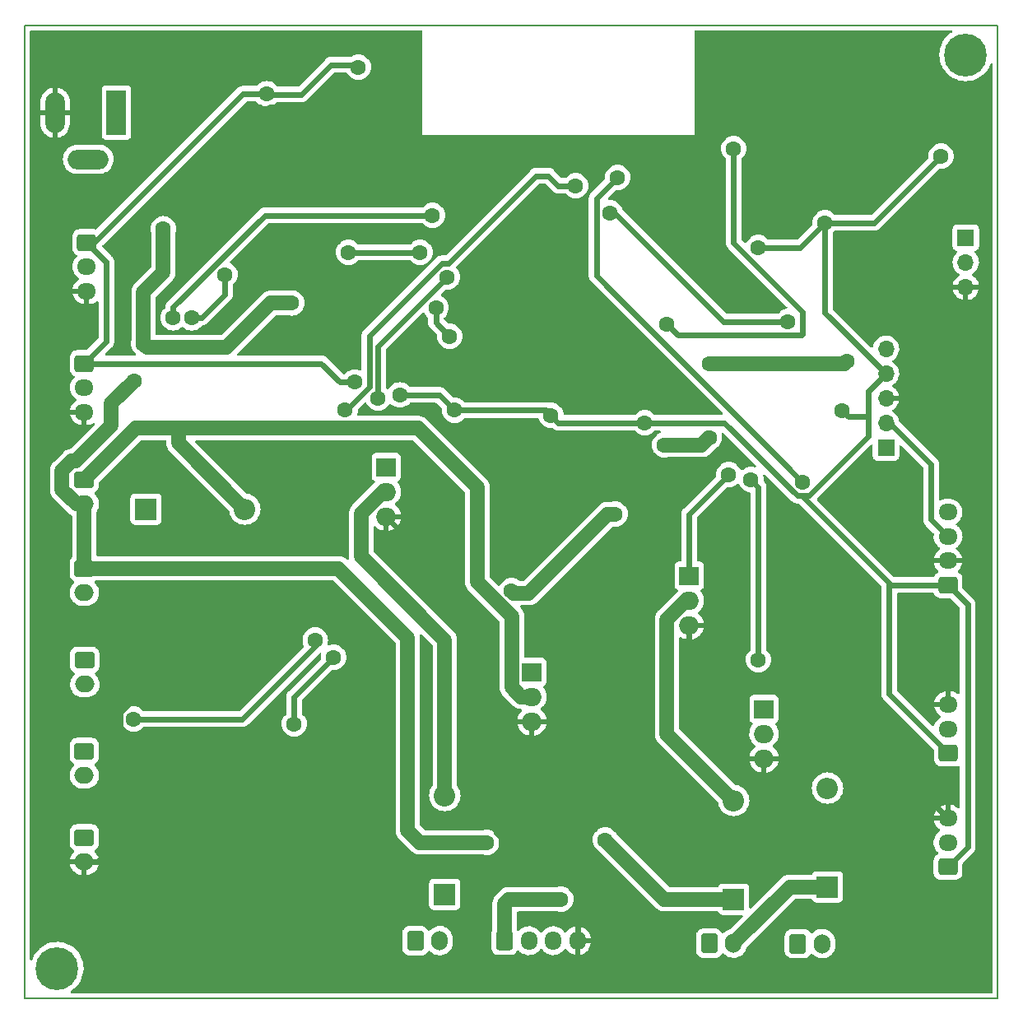
<source format=gbr>
%TF.GenerationSoftware,KiCad,Pcbnew,(6.0.7)*%
%TF.CreationDate,2022-10-25T22:42:20-05:00*%
%TF.ProjectId,embebidos,656d6265-6269-4646-9f73-2e6b69636164,rev?*%
%TF.SameCoordinates,Original*%
%TF.FileFunction,Copper,L2,Bot*%
%TF.FilePolarity,Positive*%
%FSLAX46Y46*%
G04 Gerber Fmt 4.6, Leading zero omitted, Abs format (unit mm)*
G04 Created by KiCad (PCBNEW (6.0.7)) date 2022-10-25 22:42:20*
%MOMM*%
%LPD*%
G01*
G04 APERTURE LIST*
G04 Aperture macros list*
%AMRoundRect*
0 Rectangle with rounded corners*
0 $1 Rounding radius*
0 $2 $3 $4 $5 $6 $7 $8 $9 X,Y pos of 4 corners*
0 Add a 4 corners polygon primitive as box body*
4,1,4,$2,$3,$4,$5,$6,$7,$8,$9,$2,$3,0*
0 Add four circle primitives for the rounded corners*
1,1,$1+$1,$2,$3*
1,1,$1+$1,$4,$5*
1,1,$1+$1,$6,$7*
1,1,$1+$1,$8,$9*
0 Add four rect primitives between the rounded corners*
20,1,$1+$1,$2,$3,$4,$5,0*
20,1,$1+$1,$4,$5,$6,$7,0*
20,1,$1+$1,$6,$7,$8,$9,0*
20,1,$1+$1,$8,$9,$2,$3,0*%
G04 Aperture macros list end*
%TA.AperFunction,Profile*%
%ADD10C,0.150000*%
%TD*%
%TA.AperFunction,ComponentPad*%
%ADD11R,2.200000X2.200000*%
%TD*%
%TA.AperFunction,ComponentPad*%
%ADD12O,2.200000X2.200000*%
%TD*%
%TA.AperFunction,ComponentPad*%
%ADD13RoundRect,0.250000X-0.600000X-0.750000X0.600000X-0.750000X0.600000X0.750000X-0.600000X0.750000X0*%
%TD*%
%TA.AperFunction,ComponentPad*%
%ADD14O,1.700000X2.000000*%
%TD*%
%TA.AperFunction,ComponentPad*%
%ADD15RoundRect,0.250000X-0.725000X0.600000X-0.725000X-0.600000X0.725000X-0.600000X0.725000X0.600000X0*%
%TD*%
%TA.AperFunction,ComponentPad*%
%ADD16O,1.950000X1.700000*%
%TD*%
%TA.AperFunction,ComponentPad*%
%ADD17R,2.000000X1.905000*%
%TD*%
%TA.AperFunction,ComponentPad*%
%ADD18O,2.000000X1.905000*%
%TD*%
%TA.AperFunction,ComponentPad*%
%ADD19R,1.700000X1.700000*%
%TD*%
%TA.AperFunction,ComponentPad*%
%ADD20O,1.700000X1.700000*%
%TD*%
%TA.AperFunction,ComponentPad*%
%ADD21RoundRect,0.250000X0.725000X-0.600000X0.725000X0.600000X-0.725000X0.600000X-0.725000X-0.600000X0*%
%TD*%
%TA.AperFunction,ComponentPad*%
%ADD22RoundRect,0.250000X-0.750000X0.600000X-0.750000X-0.600000X0.750000X-0.600000X0.750000X0.600000X0*%
%TD*%
%TA.AperFunction,ComponentPad*%
%ADD23O,2.000000X1.700000*%
%TD*%
%TA.AperFunction,ComponentPad*%
%ADD24C,2.600000*%
%TD*%
%TA.AperFunction,ConnectorPad*%
%ADD25C,4.400000*%
%TD*%
%TA.AperFunction,ComponentPad*%
%ADD26R,2.000000X4.600000*%
%TD*%
%TA.AperFunction,ComponentPad*%
%ADD27O,2.000000X4.200000*%
%TD*%
%TA.AperFunction,ComponentPad*%
%ADD28O,4.200000X2.000000*%
%TD*%
%TA.AperFunction,ComponentPad*%
%ADD29RoundRect,0.250000X-0.600000X-0.725000X0.600000X-0.725000X0.600000X0.725000X-0.600000X0.725000X0*%
%TD*%
%TA.AperFunction,ComponentPad*%
%ADD30O,1.700000X1.950000*%
%TD*%
%TA.AperFunction,ViaPad*%
%ADD31C,1.600000*%
%TD*%
%TA.AperFunction,Conductor*%
%ADD32C,1.500000*%
%TD*%
%TA.AperFunction,Conductor*%
%ADD33C,0.600000*%
%TD*%
G04 APERTURE END LIST*
D10*
X53594000Y-41910000D02*
X153670000Y-41910000D01*
X153670000Y-41910000D02*
X153670000Y-141986000D01*
X153670000Y-141986000D02*
X53594000Y-141986000D01*
X53594000Y-141986000D02*
X53594000Y-41910000D01*
D11*
%TO.P,D7,1,K*%
%TO.N,5v*%
X96774000Y-131318000D03*
D12*
%TO.P,D7,2,A*%
%TO.N,Net-(D7-Pad2)*%
X96774000Y-121158000D03*
%TD*%
D13*
%TO.P,Vent1,1,Pin_1*%
%TO.N,Net-(D3-Pad2)*%
X123972000Y-136352000D03*
D14*
%TO.P,Vent1,2,Pin_2*%
%TO.N,5v*%
X126472000Y-136352000D03*
%TD*%
D15*
%TO.P,Botones_M1,1,Pin_1*%
%TO.N,3.3v*%
X59690000Y-76708000D03*
D16*
%TO.P,Botones_M1,2,Pin_2*%
%TO.N,/Botones*%
X59690000Y-79208000D03*
%TO.P,Botones_M1,3,Pin_3*%
%TO.N,GND*%
X59690000Y-81708000D03*
%TD*%
D13*
%TO.P,Vent2,1,Pin_1*%
%TO.N,Net-(D8-Pad2)*%
X133096000Y-136398000D03*
D14*
%TO.P,Vent2,2,Pin_2*%
%TO.N,5v*%
X135596000Y-136398000D03*
%TD*%
D17*
%TO.P,Q2,1,G*%
%TO.N,/Actuadores/Conversor_NLog1/HV1*%
X121920000Y-98552000D03*
D18*
%TO.P,Q2,2,D*%
%TO.N,Net-(D3-Pad2)*%
X121920000Y-101092000D03*
%TO.P,Q2,3,S*%
%TO.N,GND*%
X121920000Y-103632000D03*
%TD*%
D13*
%TO.P,Humi1,1,Pin_1*%
%TO.N,Net-(D7-Pad2)*%
X93746000Y-136098000D03*
D14*
%TO.P,Humi1,2,Pin_2*%
%TO.N,5v*%
X96246000Y-136098000D03*
%TD*%
D19*
%TO.P,J_I2C1,1,Pin_1*%
%TO.N,SCL*%
X142158000Y-85364000D03*
D20*
%TO.P,J_I2C1,2,Pin_2*%
%TO.N,SDA*%
X142158000Y-82824000D03*
%TO.P,J_I2C1,3,Pin_3*%
%TO.N,GND*%
X142158000Y-80284000D03*
%TO.P,J_I2C1,4,Pin_4*%
%TO.N,3.3v*%
X142158000Y-77744000D03*
%TO.P,J_I2C1,5,Pin_5*%
%TO.N,5v*%
X142158000Y-75204000D03*
%TD*%
D11*
%TO.P,D8,1,K*%
%TO.N,5v*%
X136144000Y-130556000D03*
D12*
%TO.P,D8,2,A*%
%TO.N,Net-(D8-Pad2)*%
X136144000Y-120396000D03*
%TD*%
D21*
%TO.P,DHT11_2,1,Pin_1*%
%TO.N,3.3v*%
X148590000Y-116800000D03*
D16*
%TO.P,DHT11_2,2,Pin_2*%
%TO.N,/dht11_2d*%
X148590000Y-114300000D03*
%TO.P,DHT11_2,3,Pin_3*%
%TO.N,GND*%
X148590000Y-111800000D03*
%TD*%
D15*
%TO.P,SE1,1,Pin_1*%
%TO.N,3.3v*%
X59944000Y-64262000D03*
D16*
%TO.P,SE1,2,Pin_2*%
%TO.N,/se093_d*%
X59944000Y-66762000D03*
%TO.P,SE1,3,Pin_3*%
%TO.N,GND*%
X59944000Y-69262000D03*
%TD*%
D22*
%TO.P,LedRojo1,1,Pin_1*%
%TO.N,Net-(LedRojo1-Pad1)*%
X59736000Y-107208000D03*
D23*
%TO.P,LedRojo1,2,Pin_2*%
%TO.N,Net-(Buzzer1-Pad1)*%
X59736000Y-109708000D03*
%TD*%
D17*
%TO.P,Q3,1,G*%
%TO.N,/Actuadores/Conversor_NLog3/HV1*%
X105735000Y-108458000D03*
D18*
%TO.P,Q3,2,D*%
%TO.N,Net-(Bomba1-Pad1)*%
X105735000Y-110998000D03*
%TO.P,Q3,3,S*%
%TO.N,GND*%
X105735000Y-113538000D03*
%TD*%
D24*
%TO.P,REF\u002A\u002A,1*%
%TO.N,N/C*%
X150368000Y-44958000D03*
D25*
X150368000Y-44958000D03*
%TD*%
D22*
%TO.P,LedVerde1,1,Pin_1*%
%TO.N,Net-(LedVerde1-Pad1)*%
X59690000Y-125476000D03*
D23*
%TO.P,LedVerde1,2,Pin_2*%
%TO.N,GND*%
X59690000Y-127976000D03*
%TD*%
D22*
%TO.P,J3,1,Pin_1*%
%TO.N,5v*%
X59690000Y-97790000D03*
D23*
%TO.P,J3,2,Pin_2*%
%TO.N,Net-(7k1-Pad1)*%
X59690000Y-100290000D03*
%TD*%
D22*
%TO.P,Buzzer1,1,Pin_1*%
%TO.N,Net-(Buzzer1-Pad1)*%
X59690000Y-116586000D03*
D23*
%TO.P,Buzzer1,2,Pin_2*%
%TO.N,3.3v*%
X59690000Y-119086000D03*
%TD*%
D24*
%TO.P,REF\u002A\u002A,1*%
%TO.N,N/C*%
X56896000Y-138938000D03*
D25*
X56896000Y-138938000D03*
%TD*%
D11*
%TO.P,D3,1,K*%
%TO.N,5v*%
X126492000Y-131826000D03*
D12*
%TO.P,D3,2,A*%
%TO.N,Net-(D3-Pad2)*%
X126492000Y-121666000D03*
%TD*%
D11*
%TO.P,D4,1,K*%
%TO.N,5v*%
X66040000Y-91694000D03*
D12*
%TO.P,D4,2,A*%
%TO.N,Net-(Bomba1-Pad1)*%
X76200000Y-91694000D03*
%TD*%
D26*
%TO.P,J2,1*%
%TO.N,5v*%
X62992000Y-50912000D03*
D27*
%TO.P,J2,2*%
%TO.N,GND*%
X56692000Y-50912000D03*
D28*
%TO.P,J2,3*%
%TO.N,N/C*%
X60092000Y-55712000D03*
%TD*%
D21*
%TO.P,DHT11_1,1,Pin_1*%
%TO.N,3.3v*%
X148544000Y-128484000D03*
D16*
%TO.P,DHT11_1,2,Pin_2*%
%TO.N,/dht11_1d*%
X148544000Y-125984000D03*
%TO.P,DHT11_1,3,Pin_3*%
%TO.N,GND*%
X148544000Y-123484000D03*
%TD*%
D21*
%TO.P,Pantalla-I2C1,1,Pin_1*%
%TO.N,3.3v*%
X148544000Y-99508000D03*
D16*
%TO.P,Pantalla-I2C1,2,Pin_2*%
%TO.N,GND*%
X148544000Y-97008000D03*
%TO.P,Pantalla-I2C1,3,Pin_3*%
%TO.N,SDA*%
X148544000Y-94508000D03*
%TO.P,Pantalla-I2C1,4,Pin_4*%
%TO.N,SCL*%
X148544000Y-92008000D03*
%TD*%
D17*
%TO.P,Q4,1,G*%
%TO.N,/Actuadores/Conversor_NLog4/HV1*%
X90749000Y-87376000D03*
D18*
%TO.P,Q4,2,D*%
%TO.N,Net-(D7-Pad2)*%
X90749000Y-89916000D03*
%TO.P,Q4,3,S*%
%TO.N,GND*%
X90749000Y-92456000D03*
%TD*%
D22*
%TO.P,Bomba1,1,Pin_1*%
%TO.N,Net-(Bomba1-Pad1)*%
X59690000Y-88646000D03*
D23*
%TO.P,Bomba1,2,Pin_2*%
%TO.N,5v*%
X59690000Y-91146000D03*
%TD*%
D29*
%TO.P,HC-SR1,1,Pin_1*%
%TO.N,5v*%
X102930000Y-136098000D03*
D30*
%TO.P,HC-SR1,2,Pin_2*%
%TO.N,/Sensores/Conversor_NLog5/HV1*%
X105430000Y-136098000D03*
%TO.P,HC-SR1,3,Pin_3*%
%TO.N,/Sensores/Conversor_NLog5/HV2*%
X107930000Y-136098000D03*
%TO.P,HC-SR1,4,Pin_4*%
%TO.N,GND*%
X110430000Y-136098000D03*
%TD*%
D17*
%TO.P,Q5,1,G*%
%TO.N,/Actuadores/Conversor_NLog2/HV1*%
X129611000Y-112268000D03*
D18*
%TO.P,Q5,2,D*%
%TO.N,Net-(D8-Pad2)*%
X129611000Y-114808000D03*
%TO.P,Q5,3,S*%
%TO.N,GND*%
X129611000Y-117348000D03*
%TD*%
D19*
%TO.P,J1,1,Pin_1*%
%TO.N,/Prog_Rx*%
X150368000Y-63769000D03*
D20*
%TO.P,J1,2,Pin_2*%
%TO.N,/Prog_Tx*%
X150368000Y-66309000D03*
%TO.P,J1,3,Pin_3*%
%TO.N,GND*%
X150368000Y-68849000D03*
%TD*%
D31*
%TO.N,/lm393_d*%
X94234000Y-65278000D03*
X86868000Y-65278000D03*
%TO.N,Net-(10k3-Pad1)*%
X70733503Y-72011500D03*
X74168000Y-67564000D03*
%TO.N,/Botones*%
X68834000Y-72011500D03*
X95504000Y-61468000D03*
%TO.N,/Esp32Schematic/BOOT*%
X126492000Y-54610000D03*
X119634000Y-72644000D03*
%TO.N,GND*%
X70228500Y-110236000D03*
X87884000Y-54356000D03*
X78994000Y-50800000D03*
X89916000Y-51816000D03*
%TO.N,5v*%
X119380000Y-85090000D03*
X95858596Y-70966596D03*
X123965500Y-84328000D03*
X123965500Y-76708000D03*
X113284000Y-125730000D03*
X81026000Y-70487500D03*
X138176000Y-76454000D03*
X67818000Y-62862500D03*
X114300000Y-92202000D03*
X108712000Y-131826000D03*
X97282000Y-73914000D03*
X103632000Y-100076000D03*
X101092000Y-125984000D03*
X65786000Y-74676000D03*
X64799404Y-78497762D03*
%TO.N,3.3v*%
X107696000Y-82042000D03*
X87884000Y-46228000D03*
X137668000Y-81534000D03*
X87522653Y-78646153D03*
X135890000Y-62230000D03*
X117348000Y-82804000D03*
X92140654Y-79948654D03*
X129032000Y-64770000D03*
X97790000Y-81515500D03*
X78472166Y-48973582D03*
X147828000Y-55372000D03*
%TO.N,SCL*%
X133604000Y-88900000D03*
X114554000Y-57576500D03*
%TO.N,SDA*%
X132080000Y-72390000D03*
X113792000Y-61214000D03*
%TO.N,/Actuadores/Conversor_NLog1/HV1*%
X125984000Y-88138000D03*
%TO.N,/Actuadores/Conversor_NLog2/HV1*%
X128270000Y-88646000D03*
X129032000Y-107188000D03*
%TO.N,/Buzzer*%
X110236000Y-58420000D03*
X86513403Y-81515500D03*
X64770000Y-113284000D03*
X83441500Y-105156000D03*
%TO.N,/Led_Verde*%
X85344000Y-106934000D03*
X89916000Y-80264000D03*
X81280000Y-113792000D03*
X97028000Y-67818000D03*
%TD*%
D32*
%TO.N,5v*%
X58796000Y-86746000D02*
X58401522Y-86746000D01*
X58888000Y-91146000D02*
X59690000Y-91146000D01*
X62484000Y-83058000D02*
X58796000Y-86746000D01*
X57404000Y-87743522D02*
X57404000Y-89662000D01*
X62484000Y-80813166D02*
X62484000Y-83058000D01*
X58401522Y-86746000D02*
X57404000Y-87743522D01*
X64799404Y-78497762D02*
X62484000Y-80813166D01*
X57404000Y-89662000D02*
X58888000Y-91146000D01*
%TO.N,Net-(D7-Pad2)*%
X90409537Y-89916000D02*
X88191000Y-92134537D01*
X90749000Y-89916000D02*
X90409537Y-89916000D01*
X88191000Y-96573000D02*
X96774000Y-105156000D01*
X88191000Y-92134537D02*
X88191000Y-96573000D01*
X96774000Y-105156000D02*
X96774000Y-121158000D01*
%TO.N,Net-(Bomba1-Pad1)*%
X103685000Y-102745296D02*
X103685000Y-110035000D01*
X100129000Y-89461000D02*
X100129000Y-99189296D01*
X103685000Y-110035000D02*
X104648000Y-110998000D01*
X76200000Y-91694000D02*
X69395000Y-84889000D01*
X69395000Y-84889000D02*
X69395000Y-83365000D01*
X100129000Y-99189296D02*
X103685000Y-102745296D01*
X69395000Y-83365000D02*
X94033000Y-83365000D01*
X94033000Y-83365000D02*
X100129000Y-89461000D01*
X104648000Y-110998000D02*
X105735000Y-110998000D01*
X64971000Y-83365000D02*
X69395000Y-83365000D01*
X59690000Y-88646000D02*
X64971000Y-83365000D01*
D33*
%TO.N,/lm393_d*%
X94234000Y-65278000D02*
X86868000Y-65278000D01*
%TO.N,Net-(10k3-Pad1)*%
X70733503Y-72011500D02*
X71752500Y-72011500D01*
X71752500Y-72011500D02*
X74168000Y-69596000D01*
X74168000Y-69596000D02*
X74168000Y-67564000D01*
%TO.N,/Botones*%
X78284101Y-61468000D02*
X95504000Y-61468000D01*
X68834000Y-72011500D02*
X68834000Y-70918101D01*
X68834000Y-70918101D02*
X78284101Y-61468000D01*
%TO.N,/Esp32Schematic/BOOT*%
X120780000Y-73790000D02*
X133474000Y-73790000D01*
X126492000Y-64262000D02*
X126492000Y-54610000D01*
X133604000Y-71374000D02*
X126492000Y-64262000D01*
X119634000Y-72644000D02*
X120780000Y-73790000D01*
X133604000Y-73660000D02*
X133604000Y-71374000D01*
X133474000Y-73790000D02*
X133604000Y-73660000D01*
%TO.N,GND*%
X102609000Y-128277000D02*
X102609000Y-125521101D01*
X63370000Y-112652000D02*
X65786000Y-110236000D01*
X84328000Y-50800000D02*
X87884000Y-54356000D01*
X125730000Y-108966000D02*
X121920000Y-105156000D01*
X60990000Y-127976000D02*
X63370000Y-125596000D01*
X89916000Y-51816000D02*
X89916000Y-52324000D01*
X148544000Y-123484000D02*
X137328000Y-112268000D01*
X102609000Y-128277000D02*
X102308000Y-127976000D01*
X121920000Y-105156000D02*
X121920000Y-103632000D01*
X102108000Y-103815000D02*
X90749000Y-92456000D01*
X102108000Y-125020101D02*
X102108000Y-103815000D01*
X134620000Y-108966000D02*
X125730000Y-108966000D01*
X137328000Y-112268000D02*
X137328000Y-111674000D01*
X89916000Y-52324000D02*
X87884000Y-54356000D01*
X102609000Y-125521101D02*
X102108000Y-125020101D01*
X110430000Y-136098000D02*
X110430000Y-129988000D01*
X59690000Y-127976000D02*
X60990000Y-127976000D01*
X78994000Y-50800000D02*
X84328000Y-50800000D01*
X137328000Y-111674000D02*
X134620000Y-108966000D01*
X102308000Y-127976000D02*
X59690000Y-127976000D01*
X108719000Y-128277000D02*
X102609000Y-128277000D01*
X65786000Y-110236000D02*
X70228500Y-110236000D01*
X63370000Y-125596000D02*
X63370000Y-112652000D01*
X110430000Y-129988000D02*
X108719000Y-128277000D01*
D32*
%TO.N,5v*%
X66140597Y-75030597D02*
X74321403Y-75030597D01*
X59690000Y-91146000D02*
X59690000Y-97790000D01*
X102930000Y-136098000D02*
X102930000Y-132274000D01*
X123190000Y-85090000D02*
X123952000Y-84328000D01*
X92964000Y-104902000D02*
X92964000Y-124714000D01*
D33*
X103886000Y-100330000D02*
X103632000Y-100076000D01*
D32*
X102930000Y-132274000D02*
X103378000Y-131826000D01*
X103378000Y-131826000D02*
X108712000Y-131826000D01*
X138176000Y-76454000D02*
X137922000Y-76708000D01*
X137922000Y-76708000D02*
X123965500Y-76708000D01*
D33*
X95858596Y-72490596D02*
X97282000Y-73914000D01*
D32*
X94234000Y-125984000D02*
X101092000Y-125984000D01*
X65786000Y-69342000D02*
X67818000Y-67310000D01*
X78864500Y-70487500D02*
X81026000Y-70487500D01*
X132268000Y-130556000D02*
X136144000Y-130556000D01*
X119380000Y-85090000D02*
X123190000Y-85090000D01*
X105410000Y-100330000D02*
X103886000Y-100330000D01*
D33*
X123952000Y-84328000D02*
X123965500Y-84328000D01*
D32*
X119380000Y-131826000D02*
X126492000Y-131826000D01*
D33*
X95858596Y-70966596D02*
X95858596Y-72490596D01*
D32*
X59690000Y-97790000D02*
X85852000Y-97790000D01*
X67818000Y-67310000D02*
X67818000Y-62862500D01*
X113538000Y-92202000D02*
X105410000Y-100330000D01*
X126472000Y-136352000D02*
X132268000Y-130556000D01*
X113284000Y-125730000D02*
X119380000Y-131826000D01*
X65786000Y-74676000D02*
X66140597Y-75030597D01*
X65786000Y-74676000D02*
X65786000Y-69342000D01*
X74321403Y-75030597D02*
X78864500Y-70487500D01*
X85852000Y-97790000D02*
X92964000Y-104902000D01*
X92964000Y-124714000D02*
X94234000Y-125984000D01*
X114300000Y-92202000D02*
X113538000Y-92202000D01*
D33*
%TO.N,3.3v*%
X150546129Y-101510129D02*
X148544000Y-99508000D01*
X107696000Y-82042000D02*
X108458000Y-82804000D01*
X78472166Y-48973582D02*
X78520584Y-49022000D01*
X96223154Y-79948654D02*
X97790000Y-81515500D01*
X148544000Y-128484000D02*
X150546129Y-126481871D01*
X138286920Y-82152920D02*
X137668000Y-81534000D01*
X87522653Y-78646153D02*
X86012153Y-78646153D01*
X142158000Y-77744000D02*
X135890000Y-71476000D01*
X142367000Y-99187000D02*
X133480000Y-90300000D01*
X133350000Y-64770000D02*
X129032000Y-64770000D01*
X148544000Y-99508000D02*
X142688000Y-99508000D01*
X85090000Y-45974000D02*
X87630000Y-45974000D01*
X78472166Y-48973582D02*
X75994418Y-48973582D01*
X135890000Y-62230000D02*
X140970000Y-62230000D01*
X78520584Y-49022000D02*
X82042000Y-49022000D01*
X150546129Y-126481871D02*
X150546129Y-101510129D01*
X82042000Y-49022000D02*
X85090000Y-45974000D01*
X135890000Y-71476000D02*
X135890000Y-62230000D01*
X59944000Y-64262000D02*
X61946129Y-66264129D01*
X135890000Y-62230000D02*
X133350000Y-64770000D01*
X134236000Y-90300000D02*
X140351080Y-84184920D01*
X133480000Y-90300000D02*
X134236000Y-90300000D01*
X61946129Y-74451871D02*
X59690000Y-76708000D01*
X60706000Y-64262000D02*
X59944000Y-64262000D01*
X140351080Y-82152920D02*
X138286920Y-82152920D01*
X142494000Y-110704000D02*
X142494000Y-99314000D01*
X142494000Y-99314000D02*
X142367000Y-99187000D01*
X140351080Y-79550920D02*
X142158000Y-77744000D01*
X107169500Y-81515500D02*
X107696000Y-82042000D01*
X84074000Y-76708000D02*
X59690000Y-76708000D01*
X87630000Y-45974000D02*
X87884000Y-46228000D01*
X125528101Y-82804000D02*
X133024101Y-90300000D01*
X140351080Y-84184920D02*
X140351080Y-82152920D01*
X148590000Y-116800000D02*
X142494000Y-110704000D01*
X142688000Y-99508000D02*
X142367000Y-99187000D01*
X97790000Y-81515500D02*
X107169500Y-81515500D01*
X92140654Y-79948654D02*
X96223154Y-79948654D01*
X61946129Y-66264129D02*
X61946129Y-74451871D01*
X108458000Y-82804000D02*
X117348000Y-82804000D01*
X117348000Y-82804000D02*
X125528101Y-82804000D01*
X140970000Y-62230000D02*
X147828000Y-55372000D01*
X75994418Y-48973582D02*
X60706000Y-64262000D01*
X133024101Y-90300000D02*
X133480000Y-90300000D01*
X86012153Y-78646153D02*
X84074000Y-76708000D01*
X140351080Y-82152920D02*
X140351080Y-79550920D01*
%TO.N,SCL*%
X114554000Y-57576500D02*
X112392000Y-59738500D01*
X112392000Y-67688000D02*
X133604000Y-88900000D01*
X112392000Y-59738500D02*
X112392000Y-67688000D01*
%TO.N,SDA*%
X125476000Y-72390000D02*
X114300000Y-61214000D01*
X146812000Y-92776000D02*
X148544000Y-94508000D01*
X132080000Y-72390000D02*
X125476000Y-72390000D01*
X142158000Y-82824000D02*
X142518000Y-82824000D01*
X114300000Y-61214000D02*
X113792000Y-61214000D01*
X146812000Y-87118000D02*
X146812000Y-92776000D01*
X142518000Y-82824000D02*
X146812000Y-87118000D01*
D32*
%TO.N,Net-(D3-Pad2)*%
X121920000Y-101092000D02*
X121580537Y-101092000D01*
X121580537Y-101092000D02*
X119634000Y-103038537D01*
X119634000Y-114808000D02*
X126492000Y-121666000D01*
X119634000Y-103038537D02*
X119634000Y-114808000D01*
D33*
%TO.N,/Actuadores/Conversor_NLog1/HV1*%
X121920000Y-92202000D02*
X121920000Y-98552000D01*
X125984000Y-88138000D02*
X121920000Y-92202000D01*
%TO.N,/Actuadores/Conversor_NLog2/HV1*%
X129032000Y-89408000D02*
X129032000Y-107188000D01*
X128270000Y-88646000D02*
X129032000Y-89408000D01*
%TO.N,/Buzzer*%
X83441500Y-105788500D02*
X75946000Y-113284000D01*
X86632500Y-81515500D02*
X86513403Y-81515500D01*
X97158000Y-66418000D02*
X96448101Y-66418000D01*
X106172000Y-57404000D02*
X97158000Y-66418000D01*
X83441500Y-105156000D02*
X83441500Y-105788500D01*
X108458000Y-58420000D02*
X107442000Y-57404000D01*
X107442000Y-57404000D02*
X106172000Y-57404000D01*
X110236000Y-58420000D02*
X108458000Y-58420000D01*
X89016000Y-73850101D02*
X89016000Y-79132000D01*
X96448101Y-66418000D02*
X89016000Y-73850101D01*
X75946000Y-113284000D02*
X64770000Y-113284000D01*
X89016000Y-79132000D02*
X86632500Y-81515500D01*
%TO.N,/Led_Verde*%
X85344000Y-106934000D02*
X81280000Y-110998000D01*
X97028000Y-67818000D02*
X89916000Y-74930000D01*
X81280000Y-110998000D02*
X81280000Y-113792000D01*
X89916000Y-74930000D02*
X89916000Y-80264000D01*
%TD*%
%TA.AperFunction,Conductor*%
%TO.N,GND*%
G36*
X94400121Y-42438502D02*
G01*
X94446614Y-42492158D01*
X94458000Y-42544500D01*
X94458000Y-53192000D01*
X122458000Y-53192000D01*
X122458000Y-42544500D01*
X122478002Y-42476379D01*
X122531658Y-42429886D01*
X122584000Y-42418500D01*
X148880876Y-42418500D01*
X148948997Y-42438502D01*
X148995490Y-42492158D01*
X149005594Y-42562432D01*
X148976100Y-42627012D01*
X148945299Y-42652785D01*
X148846074Y-42711817D01*
X148846068Y-42711821D01*
X148842814Y-42713757D01*
X148584244Y-42913243D01*
X148351513Y-43142347D01*
X148349149Y-43145314D01*
X148349146Y-43145317D01*
X148332220Y-43166558D01*
X148147991Y-43397751D01*
X147976626Y-43675757D01*
X147839902Y-43972336D01*
X147838741Y-43975940D01*
X147838741Y-43975941D01*
X147830194Y-44002482D01*
X147739797Y-44283192D01*
X147739079Y-44286903D01*
X147739078Y-44286907D01*
X147678482Y-44600105D01*
X147678481Y-44600114D01*
X147677763Y-44603824D01*
X147654698Y-44929585D01*
X147656113Y-44958000D01*
X147669440Y-45225699D01*
X147670936Y-45255759D01*
X147671577Y-45259490D01*
X147671578Y-45259498D01*
X147725147Y-45571251D01*
X147726241Y-45577619D01*
X147727329Y-45581258D01*
X147727330Y-45581261D01*
X147794660Y-45806394D01*
X147819814Y-45890504D01*
X147950297Y-46189881D01*
X147952220Y-46193152D01*
X147952222Y-46193156D01*
X147994584Y-46265215D01*
X148115802Y-46471414D01*
X148118103Y-46474429D01*
X148311631Y-46728012D01*
X148311636Y-46728017D01*
X148313931Y-46731025D01*
X148375931Y-46794670D01*
X148463683Y-46884749D01*
X148541814Y-46964953D01*
X148614635Y-47023607D01*
X148793196Y-47167431D01*
X148793201Y-47167435D01*
X148796149Y-47169809D01*
X149073253Y-47342627D01*
X149369112Y-47480903D01*
X149372721Y-47482086D01*
X149553956Y-47541498D01*
X149679440Y-47582634D01*
X149999742Y-47646346D01*
X150003514Y-47646633D01*
X150003522Y-47646634D01*
X150321602Y-47670829D01*
X150321607Y-47670829D01*
X150325379Y-47671116D01*
X150651633Y-47656586D01*
X150711425Y-47646634D01*
X150970037Y-47603590D01*
X150970042Y-47603589D01*
X150973778Y-47602967D01*
X151287149Y-47511034D01*
X151290616Y-47509544D01*
X151290620Y-47509543D01*
X151583721Y-47383616D01*
X151583723Y-47383615D01*
X151587205Y-47382119D01*
X151869601Y-47218091D01*
X152130245Y-47021324D01*
X152302520Y-46855251D01*
X152362632Y-46797303D01*
X152362635Y-46797300D01*
X152365363Y-46794670D01*
X152571549Y-46541410D01*
X152625384Y-46456087D01*
X152743788Y-46268428D01*
X152743790Y-46268425D01*
X152745815Y-46265215D01*
X152885638Y-45970084D01*
X152915976Y-45879150D01*
X152956509Y-45820861D01*
X153022121Y-45793738D01*
X153091980Y-45806394D01*
X153143908Y-45854809D01*
X153161500Y-45919026D01*
X153161500Y-141351500D01*
X153141498Y-141419621D01*
X153087842Y-141466114D01*
X153035500Y-141477500D01*
X58384351Y-141477500D01*
X58316230Y-141457498D01*
X58269737Y-141403842D01*
X58259633Y-141333568D01*
X58289127Y-141268988D01*
X58321066Y-141242546D01*
X58339450Y-141231868D01*
X58397601Y-141198091D01*
X58658245Y-141001324D01*
X58893363Y-140774670D01*
X59099549Y-140521410D01*
X59273815Y-140245215D01*
X59413638Y-139950084D01*
X59414840Y-139946482D01*
X59515790Y-139643897D01*
X59515792Y-139643891D01*
X59516992Y-139640293D01*
X59582381Y-139320329D01*
X59608856Y-138994826D01*
X59609451Y-138938000D01*
X59589798Y-138612015D01*
X59584650Y-138583824D01*
X59531805Y-138294473D01*
X59531804Y-138294469D01*
X59531125Y-138290751D01*
X59434282Y-137978863D01*
X59300670Y-137680869D01*
X59132226Y-137401084D01*
X59129899Y-137398100D01*
X59129894Y-137398093D01*
X58933726Y-137146558D01*
X58933724Y-137146556D01*
X58931390Y-137143563D01*
X58701070Y-136912034D01*
X58683775Y-136898400D01*
X92387500Y-136898400D01*
X92387837Y-136901646D01*
X92387837Y-136901650D01*
X92397067Y-136990602D01*
X92398474Y-137004166D01*
X92400655Y-137010702D01*
X92400655Y-137010704D01*
X92431504Y-137103168D01*
X92454450Y-137171946D01*
X92547522Y-137322348D01*
X92672697Y-137447305D01*
X92678927Y-137451145D01*
X92678928Y-137451146D01*
X92816090Y-137535694D01*
X92823262Y-137540115D01*
X92868145Y-137555002D01*
X92984611Y-137593632D01*
X92984613Y-137593632D01*
X92991139Y-137595797D01*
X92997975Y-137596497D01*
X92997978Y-137596498D01*
X93033663Y-137600154D01*
X93095600Y-137606500D01*
X94396400Y-137606500D01*
X94399646Y-137606163D01*
X94399650Y-137606163D01*
X94495308Y-137596238D01*
X94495312Y-137596237D01*
X94502166Y-137595526D01*
X94508702Y-137593345D01*
X94508704Y-137593345D01*
X94640806Y-137549272D01*
X94669946Y-137539550D01*
X94820348Y-137446478D01*
X94945305Y-137321303D01*
X94955869Y-137304166D01*
X94990910Y-137247318D01*
X95035081Y-137175660D01*
X95087852Y-137128168D01*
X95157924Y-137116744D01*
X95223048Y-137145018D01*
X95233510Y-137154805D01*
X95271982Y-137195134D01*
X95342576Y-137269135D01*
X95346854Y-137272318D01*
X95386053Y-137301483D01*
X95527542Y-137406754D01*
X95532293Y-137409170D01*
X95532297Y-137409172D01*
X95595481Y-137441296D01*
X95733051Y-137511240D01*
X95738145Y-137512822D01*
X95738148Y-137512823D01*
X95874972Y-137555308D01*
X95953227Y-137579607D01*
X95958516Y-137580308D01*
X96176489Y-137609198D01*
X96176494Y-137609198D01*
X96181774Y-137609898D01*
X96187103Y-137609698D01*
X96187105Y-137609698D01*
X96296966Y-137605574D01*
X96412158Y-137601249D01*
X96434802Y-137596498D01*
X96568979Y-137568345D01*
X96637791Y-137553907D01*
X96642750Y-137551949D01*
X96642752Y-137551948D01*
X96847256Y-137471185D01*
X96847258Y-137471184D01*
X96852221Y-137469224D01*
X96859186Y-137464998D01*
X97044757Y-137352390D01*
X97044756Y-137352390D01*
X97049317Y-137349623D01*
X97103206Y-137302861D01*
X97219412Y-137202023D01*
X97219414Y-137202021D01*
X97223445Y-137198523D01*
X97262689Y-137150661D01*
X97366240Y-137024373D01*
X97366244Y-137024367D01*
X97369624Y-137020245D01*
X97386494Y-136990610D01*
X97453213Y-136873400D01*
X101571500Y-136873400D01*
X101571837Y-136876646D01*
X101571837Y-136876650D01*
X101580875Y-136963752D01*
X101582474Y-136979166D01*
X101584655Y-136985702D01*
X101584655Y-136985704D01*
X101615624Y-137078529D01*
X101638450Y-137146946D01*
X101731522Y-137297348D01*
X101856697Y-137422305D01*
X101862927Y-137426145D01*
X101862928Y-137426146D01*
X102000976Y-137511240D01*
X102007262Y-137515115D01*
X102042938Y-137526948D01*
X102168611Y-137568632D01*
X102168613Y-137568632D01*
X102175139Y-137570797D01*
X102181975Y-137571497D01*
X102181978Y-137571498D01*
X102217663Y-137575154D01*
X102279600Y-137581500D01*
X103580400Y-137581500D01*
X103583646Y-137581163D01*
X103583650Y-137581163D01*
X103679308Y-137571238D01*
X103679312Y-137571237D01*
X103686166Y-137570526D01*
X103692702Y-137568345D01*
X103692704Y-137568345D01*
X103828214Y-137523135D01*
X103853946Y-137514550D01*
X104004348Y-137421478D01*
X104024707Y-137401084D01*
X104105405Y-137320245D01*
X104129305Y-137296303D01*
X104219081Y-137150660D01*
X104271852Y-137103168D01*
X104341924Y-137091744D01*
X104407048Y-137120018D01*
X104417510Y-137129805D01*
X104456559Y-137170738D01*
X104526576Y-137244135D01*
X104711542Y-137381754D01*
X104716293Y-137384170D01*
X104716297Y-137384172D01*
X104789673Y-137421478D01*
X104917051Y-137486240D01*
X104922145Y-137487822D01*
X104922148Y-137487823D01*
X105122020Y-137549885D01*
X105137227Y-137554607D01*
X105142516Y-137555308D01*
X105360489Y-137584198D01*
X105360494Y-137584198D01*
X105365774Y-137584898D01*
X105371103Y-137584698D01*
X105371105Y-137584698D01*
X105488038Y-137580308D01*
X105596158Y-137576249D01*
X105618802Y-137571498D01*
X105711977Y-137551948D01*
X105821791Y-137528907D01*
X105826750Y-137526949D01*
X105826752Y-137526948D01*
X106031256Y-137446185D01*
X106031258Y-137446184D01*
X106036221Y-137444224D01*
X106041047Y-137441296D01*
X106228757Y-137327390D01*
X106228756Y-137327390D01*
X106233317Y-137324623D01*
X106292098Y-137273616D01*
X106403412Y-137177023D01*
X106403414Y-137177021D01*
X106407445Y-137173523D01*
X106444634Y-137128168D01*
X106550240Y-136999373D01*
X106550244Y-136999367D01*
X106553624Y-136995245D01*
X106571552Y-136963750D01*
X106622632Y-136914445D01*
X106692262Y-136900583D01*
X106758333Y-136926566D01*
X106785573Y-136955716D01*
X106867441Y-137077319D01*
X107026576Y-137244135D01*
X107211542Y-137381754D01*
X107216293Y-137384170D01*
X107216297Y-137384172D01*
X107289673Y-137421478D01*
X107417051Y-137486240D01*
X107422145Y-137487822D01*
X107422148Y-137487823D01*
X107622020Y-137549885D01*
X107637227Y-137554607D01*
X107642516Y-137555308D01*
X107860489Y-137584198D01*
X107860494Y-137584198D01*
X107865774Y-137584898D01*
X107871103Y-137584698D01*
X107871105Y-137584698D01*
X107988038Y-137580308D01*
X108096158Y-137576249D01*
X108118802Y-137571498D01*
X108211977Y-137551948D01*
X108321791Y-137528907D01*
X108326750Y-137526949D01*
X108326752Y-137526948D01*
X108531256Y-137446185D01*
X108531258Y-137446184D01*
X108536221Y-137444224D01*
X108541047Y-137441296D01*
X108728757Y-137327390D01*
X108728756Y-137327390D01*
X108733317Y-137324623D01*
X108792098Y-137273616D01*
X108903412Y-137177023D01*
X108903414Y-137177021D01*
X108907445Y-137173523D01*
X108944634Y-137128168D01*
X109050240Y-136999373D01*
X109050244Y-136999367D01*
X109053624Y-136995245D01*
X109063520Y-136977861D01*
X109071829Y-136963265D01*
X109122912Y-136913959D01*
X109192542Y-136900098D01*
X109258613Y-136926082D01*
X109285851Y-136955232D01*
X109364852Y-137072578D01*
X109371519Y-137080870D01*
X109523228Y-137239900D01*
X109531186Y-137246941D01*
X109707525Y-137378141D01*
X109716562Y-137383745D01*
X109912484Y-137483357D01*
X109922335Y-137487357D01*
X110132240Y-137552534D01*
X110142624Y-137554817D01*
X110158043Y-137556861D01*
X110172207Y-137554665D01*
X110176000Y-137541478D01*
X110176000Y-137539192D01*
X110684000Y-137539192D01*
X110687973Y-137552723D01*
X110698580Y-137554248D01*
X110816421Y-137529523D01*
X110826617Y-137526463D01*
X111031029Y-137445737D01*
X111040561Y-137441006D01*
X111228462Y-137326984D01*
X111237052Y-137320720D01*
X111403052Y-137176673D01*
X111410472Y-137169042D01*
X111549826Y-136999089D01*
X111555850Y-136990322D01*
X111664576Y-136799318D01*
X111669041Y-136789654D01*
X111744031Y-136583059D01*
X111746802Y-136572792D01*
X111783504Y-136369826D01*
X111782085Y-136356586D01*
X111767450Y-136352000D01*
X110702115Y-136352000D01*
X110686876Y-136356475D01*
X110685671Y-136357865D01*
X110684000Y-136365548D01*
X110684000Y-137539192D01*
X110176000Y-137539192D01*
X110176000Y-135825885D01*
X110684000Y-135825885D01*
X110688475Y-135841124D01*
X110689865Y-135842329D01*
X110697548Y-135844000D01*
X111763849Y-135844000D01*
X111778527Y-135839690D01*
X111780590Y-135827807D01*
X111773876Y-135748675D01*
X111772086Y-135738203D01*
X111716870Y-135525465D01*
X111713335Y-135515425D01*
X111623063Y-135315030D01*
X111617894Y-135305744D01*
X111495150Y-135123425D01*
X111488481Y-135115130D01*
X111336772Y-134956100D01*
X111328814Y-134949059D01*
X111152475Y-134817859D01*
X111143438Y-134812255D01*
X110947516Y-134712643D01*
X110937665Y-134708643D01*
X110727760Y-134643466D01*
X110717376Y-134641183D01*
X110701957Y-134639139D01*
X110687793Y-134641335D01*
X110684000Y-134654522D01*
X110684000Y-135825885D01*
X110176000Y-135825885D01*
X110176000Y-134656808D01*
X110172027Y-134643277D01*
X110161420Y-134641752D01*
X110043579Y-134666477D01*
X110033383Y-134669537D01*
X109828971Y-134750263D01*
X109819439Y-134754994D01*
X109631538Y-134869016D01*
X109622948Y-134875280D01*
X109456948Y-135019327D01*
X109449528Y-135026958D01*
X109310174Y-135196911D01*
X109304152Y-135205674D01*
X109288762Y-135232711D01*
X109237680Y-135282018D01*
X109168049Y-135295880D01*
X109101978Y-135269897D01*
X109074739Y-135240747D01*
X109003497Y-135134928D01*
X108992559Y-135118681D01*
X108972934Y-135098108D01*
X108904725Y-135026608D01*
X108833424Y-134951865D01*
X108648458Y-134814246D01*
X108643707Y-134811830D01*
X108643703Y-134811828D01*
X108525588Y-134751776D01*
X108442949Y-134709760D01*
X108437855Y-134708178D01*
X108437852Y-134708177D01*
X108227871Y-134642976D01*
X108222773Y-134641393D01*
X108217484Y-134640692D01*
X107999511Y-134611802D01*
X107999506Y-134611802D01*
X107994226Y-134611102D01*
X107988897Y-134611302D01*
X107988895Y-134611302D01*
X107879034Y-134615427D01*
X107763842Y-134619751D01*
X107538209Y-134667093D01*
X107533250Y-134669051D01*
X107533248Y-134669052D01*
X107328744Y-134749815D01*
X107328742Y-134749816D01*
X107323779Y-134751776D01*
X107319220Y-134754543D01*
X107319217Y-134754544D01*
X107224113Y-134812255D01*
X107126683Y-134871377D01*
X107122653Y-134874874D01*
X106969393Y-135007866D01*
X106952555Y-135022477D01*
X106924077Y-135057209D01*
X106809760Y-135196627D01*
X106809756Y-135196633D01*
X106806376Y-135200755D01*
X106788448Y-135232250D01*
X106737368Y-135281555D01*
X106667738Y-135295417D01*
X106601667Y-135269434D01*
X106574427Y-135240284D01*
X106547291Y-135199978D01*
X106492559Y-135118681D01*
X106472934Y-135098108D01*
X106404725Y-135026608D01*
X106333424Y-134951865D01*
X106148458Y-134814246D01*
X106143707Y-134811830D01*
X106143703Y-134811828D01*
X106025588Y-134751776D01*
X105942949Y-134709760D01*
X105937855Y-134708178D01*
X105937852Y-134708177D01*
X105727871Y-134642976D01*
X105722773Y-134641393D01*
X105717484Y-134640692D01*
X105499511Y-134611802D01*
X105499506Y-134611802D01*
X105494226Y-134611102D01*
X105488897Y-134611302D01*
X105488895Y-134611302D01*
X105379034Y-134615427D01*
X105263842Y-134619751D01*
X105038209Y-134667093D01*
X105033250Y-134669051D01*
X105033248Y-134669052D01*
X104828744Y-134749815D01*
X104828742Y-134749816D01*
X104823779Y-134751776D01*
X104819220Y-134754543D01*
X104819217Y-134754544D01*
X104724113Y-134812255D01*
X104626683Y-134871377D01*
X104622653Y-134874874D01*
X104469393Y-135007866D01*
X104452555Y-135022477D01*
X104423330Y-135058120D01*
X104364671Y-135098114D01*
X104293701Y-135100046D01*
X104232952Y-135063302D01*
X104218753Y-135044534D01*
X104209477Y-135029544D01*
X104207357Y-135026118D01*
X104188500Y-134959814D01*
X104188500Y-133210500D01*
X104208502Y-133142379D01*
X104262158Y-133095886D01*
X104314500Y-133084500D01*
X108336543Y-133084500D01*
X108369152Y-133088793D01*
X108483913Y-133119543D01*
X108712000Y-133139498D01*
X108940087Y-133119543D01*
X108945400Y-133118119D01*
X108945402Y-133118119D01*
X109155933Y-133061707D01*
X109155935Y-133061706D01*
X109161243Y-133060284D01*
X109166225Y-133057961D01*
X109363762Y-132965849D01*
X109363767Y-132965846D01*
X109368749Y-132963523D01*
X109504291Y-132868615D01*
X109551789Y-132835357D01*
X109551792Y-132835355D01*
X109556300Y-132832198D01*
X109718198Y-132670300D01*
X109849523Y-132482749D01*
X109851846Y-132477767D01*
X109851849Y-132477762D01*
X109943961Y-132280225D01*
X109943961Y-132280224D01*
X109946284Y-132275243D01*
X109972901Y-132175910D01*
X110004119Y-132059402D01*
X110004119Y-132059400D01*
X110005543Y-132054087D01*
X110025498Y-131826000D01*
X110005543Y-131597913D01*
X109994773Y-131557720D01*
X109947707Y-131382067D01*
X109947706Y-131382065D01*
X109946284Y-131376757D01*
X109919573Y-131319475D01*
X109851849Y-131174238D01*
X109851846Y-131174233D01*
X109849523Y-131169251D01*
X109718198Y-130981700D01*
X109556300Y-130819802D01*
X109551792Y-130816645D01*
X109551789Y-130816643D01*
X109407307Y-130715476D01*
X109368749Y-130688477D01*
X109363767Y-130686154D01*
X109363762Y-130686151D01*
X109166225Y-130594039D01*
X109166224Y-130594039D01*
X109161243Y-130591716D01*
X109155935Y-130590294D01*
X109155933Y-130590293D01*
X108945402Y-130533881D01*
X108945400Y-130533881D01*
X108940087Y-130532457D01*
X108712000Y-130512502D01*
X108483913Y-130532457D01*
X108369152Y-130563207D01*
X108336543Y-130567500D01*
X103469396Y-130567500D01*
X103452949Y-130566422D01*
X103452270Y-130566333D01*
X103430914Y-130563521D01*
X103425314Y-130563785D01*
X103425313Y-130563785D01*
X103349504Y-130567360D01*
X103343569Y-130567500D01*
X103321001Y-130567500D01*
X103318218Y-130567748D01*
X103318204Y-130567749D01*
X103295023Y-130569818D01*
X103289760Y-130570177D01*
X103260342Y-130571564D01*
X103206512Y-130574103D01*
X103189023Y-130578108D01*
X103172104Y-130580788D01*
X103167618Y-130581189D01*
X103154238Y-130582383D01*
X103148830Y-130583862D01*
X103148827Y-130583863D01*
X103073870Y-130604369D01*
X103068752Y-130605655D01*
X103024965Y-130615684D01*
X102987530Y-130624258D01*
X102971037Y-130631293D01*
X102954855Y-130636928D01*
X102942967Y-130640180D01*
X102942958Y-130640183D01*
X102937549Y-130641663D01*
X102932486Y-130644078D01*
X102932475Y-130644082D01*
X102862343Y-130677534D01*
X102857542Y-130679702D01*
X102780892Y-130712396D01*
X102776204Y-130715475D01*
X102776203Y-130715476D01*
X102765900Y-130722244D01*
X102750971Y-130730656D01*
X102734782Y-130738378D01*
X102730226Y-130741652D01*
X102730224Y-130741653D01*
X102667122Y-130786997D01*
X102662771Y-130789987D01*
X102596992Y-130833195D01*
X102596987Y-130833199D01*
X102593126Y-130835735D01*
X102589675Y-130838810D01*
X102572346Y-130854249D01*
X102562055Y-130862494D01*
X102556907Y-130866193D01*
X102556903Y-130866197D01*
X102552346Y-130869471D01*
X102548439Y-130873503D01*
X102477968Y-130946223D01*
X102476579Y-130947633D01*
X102104737Y-131319475D01*
X102092347Y-131330342D01*
X102074708Y-131343877D01*
X102049323Y-131371775D01*
X102019842Y-131404174D01*
X102015743Y-131408469D01*
X101999802Y-131424410D01*
X101998007Y-131426557D01*
X101998005Y-131426559D01*
X101983068Y-131444423D01*
X101979600Y-131448398D01*
X101927288Y-131505888D01*
X101927281Y-131505897D01*
X101923515Y-131510036D01*
X101920538Y-131514782D01*
X101920537Y-131514783D01*
X101913987Y-131525225D01*
X101903911Y-131539093D01*
X101896004Y-131548549D01*
X101895997Y-131548559D01*
X101892406Y-131552854D01*
X101866705Y-131597913D01*
X101851118Y-131625240D01*
X101848413Y-131629759D01*
X101804136Y-131700344D01*
X101802043Y-131705549D01*
X101802042Y-131705552D01*
X101797448Y-131716979D01*
X101789988Y-131732411D01*
X101783880Y-131743119D01*
X101783876Y-131743128D01*
X101781101Y-131747993D01*
X101779232Y-131753270D01*
X101779230Y-131753275D01*
X101753285Y-131826542D01*
X101751421Y-131831475D01*
X101720344Y-131908783D01*
X101719208Y-131914270D01*
X101719207Y-131914272D01*
X101716706Y-131926349D01*
X101712101Y-131942844D01*
X101706111Y-131959759D01*
X101705204Y-131965298D01*
X101692643Y-132042001D01*
X101691683Y-132047180D01*
X101674787Y-132128767D01*
X101674521Y-132133379D01*
X101674521Y-132133380D01*
X101673185Y-132156548D01*
X101671738Y-132169653D01*
X101670714Y-132175910D01*
X101669806Y-132181457D01*
X101669894Y-132187070D01*
X101669894Y-132187072D01*
X101671484Y-132288264D01*
X101671500Y-132290243D01*
X101671500Y-134960015D01*
X101652759Y-135026132D01*
X101641726Y-135044030D01*
X101641724Y-135044033D01*
X101637885Y-135050262D01*
X101621263Y-135100377D01*
X101586432Y-135205390D01*
X101582203Y-135218139D01*
X101581503Y-135224975D01*
X101581502Y-135224978D01*
X101579338Y-135246102D01*
X101571500Y-135322600D01*
X101571500Y-136873400D01*
X97453213Y-136873400D01*
X97481032Y-136824529D01*
X97483675Y-136819886D01*
X97562337Y-136603175D01*
X97573771Y-136539945D01*
X97602623Y-136380392D01*
X97602624Y-136380385D01*
X97603361Y-136376308D01*
X97604500Y-136352156D01*
X97604500Y-135890110D01*
X97592499Y-135748675D01*
X97590371Y-135723591D01*
X97590370Y-135723587D01*
X97589920Y-135718280D01*
X97588582Y-135713125D01*
X97588581Y-135713119D01*
X97533343Y-135500297D01*
X97533342Y-135500293D01*
X97532001Y-135495128D01*
X97528165Y-135486611D01*
X97439507Y-135289798D01*
X97437312Y-135284925D01*
X97308559Y-135093681D01*
X97304329Y-135089246D01*
X97221762Y-135002695D01*
X97149424Y-134926865D01*
X97123506Y-134907581D01*
X96968740Y-134792432D01*
X96968741Y-134792432D01*
X96964458Y-134789246D01*
X96959707Y-134786830D01*
X96959703Y-134786828D01*
X96837731Y-134724815D01*
X96758949Y-134684760D01*
X96753855Y-134683178D01*
X96753852Y-134683177D01*
X96543871Y-134617976D01*
X96538773Y-134616393D01*
X96504134Y-134611802D01*
X96315511Y-134586802D01*
X96315506Y-134586802D01*
X96310226Y-134586102D01*
X96304897Y-134586302D01*
X96304895Y-134586302D01*
X96195034Y-134590426D01*
X96079842Y-134594751D01*
X96074623Y-134595846D01*
X96052566Y-134600474D01*
X95854209Y-134642093D01*
X95849250Y-134644051D01*
X95849248Y-134644052D01*
X95644744Y-134724815D01*
X95644742Y-134724816D01*
X95639779Y-134726776D01*
X95635220Y-134729543D01*
X95635217Y-134729544D01*
X95536832Y-134789246D01*
X95442683Y-134846377D01*
X95438653Y-134849874D01*
X95280424Y-134987178D01*
X95268555Y-134997477D01*
X95239330Y-135033120D01*
X95180671Y-135073114D01*
X95109701Y-135075046D01*
X95048952Y-135038302D01*
X95034752Y-135019532D01*
X94953715Y-134888579D01*
X94944478Y-134873652D01*
X94819303Y-134748695D01*
X94813072Y-134744854D01*
X94674968Y-134659725D01*
X94674966Y-134659724D01*
X94668738Y-134655885D01*
X94559194Y-134619551D01*
X94507389Y-134602368D01*
X94507387Y-134602368D01*
X94500861Y-134600203D01*
X94494025Y-134599503D01*
X94494022Y-134599502D01*
X94450969Y-134595091D01*
X94396400Y-134589500D01*
X93095600Y-134589500D01*
X93092354Y-134589837D01*
X93092350Y-134589837D01*
X92996692Y-134599762D01*
X92996688Y-134599763D01*
X92989834Y-134600474D01*
X92983298Y-134602655D01*
X92983296Y-134602655D01*
X92873941Y-134639139D01*
X92822054Y-134656450D01*
X92671652Y-134749522D01*
X92546695Y-134874697D01*
X92542855Y-134880927D01*
X92542854Y-134880928D01*
X92464092Y-135008704D01*
X92453885Y-135025262D01*
X92433465Y-135086828D01*
X92404667Y-135173652D01*
X92398203Y-135193139D01*
X92397503Y-135199975D01*
X92397502Y-135199978D01*
X92394941Y-135224978D01*
X92387500Y-135297600D01*
X92387500Y-136898400D01*
X58683775Y-136898400D01*
X58444603Y-136709852D01*
X58165705Y-136539945D01*
X58162261Y-136538379D01*
X58162257Y-136538377D01*
X58051667Y-136488095D01*
X57868414Y-136404775D01*
X57557037Y-136306300D01*
X57339492Y-136265390D01*
X57239809Y-136246645D01*
X57239807Y-136246645D01*
X57236086Y-136245945D01*
X56910208Y-136224586D01*
X56906428Y-136224794D01*
X56906427Y-136224794D01*
X56808897Y-136230162D01*
X56584124Y-136242532D01*
X56580397Y-136243193D01*
X56580393Y-136243193D01*
X56423340Y-136271027D01*
X56262557Y-136299522D01*
X56258941Y-136300624D01*
X56258933Y-136300626D01*
X55953789Y-136393627D01*
X55950167Y-136394731D01*
X55651477Y-136526781D01*
X55626041Y-136541914D01*
X55374074Y-136691817D01*
X55374068Y-136691821D01*
X55370814Y-136693757D01*
X55367812Y-136696073D01*
X55133752Y-136876650D01*
X55112244Y-136893243D01*
X55040619Y-136963752D01*
X54898996Y-137103168D01*
X54879513Y-137122347D01*
X54877149Y-137125314D01*
X54877146Y-137125317D01*
X54716445Y-137326984D01*
X54675991Y-137377751D01*
X54504626Y-137655757D01*
X54474800Y-137720456D01*
X54389033Y-137906500D01*
X54367902Y-137952336D01*
X54366742Y-137955939D01*
X54366739Y-137955946D01*
X54348435Y-138012786D01*
X54308515Y-138071497D01*
X54243190Y-138099305D01*
X54173202Y-138087381D01*
X54120771Y-138039512D01*
X54102500Y-137974164D01*
X54102500Y-132466134D01*
X95165500Y-132466134D01*
X95172255Y-132528316D01*
X95223385Y-132664705D01*
X95310739Y-132781261D01*
X95427295Y-132868615D01*
X95563684Y-132919745D01*
X95625866Y-132926500D01*
X97922134Y-132926500D01*
X97984316Y-132919745D01*
X98120705Y-132868615D01*
X98237261Y-132781261D01*
X98324615Y-132664705D01*
X98375745Y-132528316D01*
X98382500Y-132466134D01*
X98382500Y-130169866D01*
X98375745Y-130107684D01*
X98324615Y-129971295D01*
X98237261Y-129854739D01*
X98120705Y-129767385D01*
X97984316Y-129716255D01*
X97922134Y-129709500D01*
X95625866Y-129709500D01*
X95563684Y-129716255D01*
X95427295Y-129767385D01*
X95310739Y-129854739D01*
X95223385Y-129971295D01*
X95172255Y-130107684D01*
X95165500Y-130169866D01*
X95165500Y-132466134D01*
X54102500Y-132466134D01*
X54102500Y-128244580D01*
X58208752Y-128244580D01*
X58233477Y-128362421D01*
X58236537Y-128372617D01*
X58317263Y-128577029D01*
X58321994Y-128586561D01*
X58436016Y-128774462D01*
X58442280Y-128783052D01*
X58586327Y-128949052D01*
X58593958Y-128956472D01*
X58763911Y-129095826D01*
X58772678Y-129101850D01*
X58963682Y-129210576D01*
X58973346Y-129215041D01*
X59179941Y-129290031D01*
X59190208Y-129292802D01*
X59407655Y-129332123D01*
X59415884Y-129333056D01*
X59420376Y-129333268D01*
X59433124Y-129329525D01*
X59434329Y-129328135D01*
X59436000Y-129320452D01*
X59436000Y-129311970D01*
X59944000Y-129311970D01*
X59948310Y-129326648D01*
X59960193Y-129328711D01*
X60064325Y-129319876D01*
X60074797Y-129318086D01*
X60287535Y-129262870D01*
X60297575Y-129259335D01*
X60497970Y-129169063D01*
X60507256Y-129163894D01*
X60689575Y-129041150D01*
X60697870Y-129034481D01*
X60856900Y-128882772D01*
X60863941Y-128874814D01*
X60995141Y-128698475D01*
X61000745Y-128689438D01*
X61100357Y-128493516D01*
X61104357Y-128483665D01*
X61169534Y-128273760D01*
X61171817Y-128263376D01*
X61173861Y-128247957D01*
X61171665Y-128233793D01*
X61158478Y-128230000D01*
X59962115Y-128230000D01*
X59946876Y-128234475D01*
X59945671Y-128235865D01*
X59944000Y-128243548D01*
X59944000Y-129311970D01*
X59436000Y-129311970D01*
X59436000Y-128248115D01*
X59431525Y-128232876D01*
X59430135Y-128231671D01*
X59422452Y-128230000D01*
X58223808Y-128230000D01*
X58210277Y-128233973D01*
X58208752Y-128244580D01*
X54102500Y-128244580D01*
X54102500Y-126126400D01*
X58181500Y-126126400D01*
X58181837Y-126129646D01*
X58181837Y-126129650D01*
X58190391Y-126212087D01*
X58192474Y-126232166D01*
X58248450Y-126399946D01*
X58341522Y-126550348D01*
X58466697Y-126675305D01*
X58612258Y-126765030D01*
X58612780Y-126765352D01*
X58660273Y-126818124D01*
X58671697Y-126888196D01*
X58643423Y-126953320D01*
X58633636Y-126963782D01*
X58523094Y-127069234D01*
X58516059Y-127077186D01*
X58384859Y-127253525D01*
X58379255Y-127262562D01*
X58279643Y-127458484D01*
X58275643Y-127468335D01*
X58210466Y-127678240D01*
X58208183Y-127688624D01*
X58206139Y-127704043D01*
X58208335Y-127718207D01*
X58221522Y-127722000D01*
X61156192Y-127722000D01*
X61169723Y-127718027D01*
X61171248Y-127707420D01*
X61146523Y-127589579D01*
X61143463Y-127579383D01*
X61062737Y-127374971D01*
X61058006Y-127365439D01*
X60943984Y-127177538D01*
X60937720Y-127168948D01*
X60793673Y-127002948D01*
X60786044Y-126995530D01*
X60754431Y-126969609D01*
X60714436Y-126910949D01*
X60712504Y-126839979D01*
X60749248Y-126779230D01*
X60768018Y-126765030D01*
X60908120Y-126678332D01*
X60914348Y-126674478D01*
X61039305Y-126549303D01*
X61048647Y-126534148D01*
X61128275Y-126404968D01*
X61128276Y-126404966D01*
X61132115Y-126398738D01*
X61187797Y-126230861D01*
X61198500Y-126126400D01*
X61198500Y-124825600D01*
X61197091Y-124812022D01*
X61188238Y-124726692D01*
X61188237Y-124726688D01*
X61187526Y-124719834D01*
X61171068Y-124670502D01*
X61133868Y-124559002D01*
X61131550Y-124552054D01*
X61038478Y-124401652D01*
X60913303Y-124276695D01*
X60777058Y-124192712D01*
X60768968Y-124187725D01*
X60768966Y-124187724D01*
X60762738Y-124183885D01*
X60602254Y-124130655D01*
X60601389Y-124130368D01*
X60601387Y-124130368D01*
X60594861Y-124128203D01*
X60588025Y-124127503D01*
X60588022Y-124127502D01*
X60544969Y-124123091D01*
X60490400Y-124117500D01*
X58889600Y-124117500D01*
X58886354Y-124117837D01*
X58886350Y-124117837D01*
X58790692Y-124127762D01*
X58790688Y-124127763D01*
X58783834Y-124128474D01*
X58777298Y-124130655D01*
X58777296Y-124130655D01*
X58667444Y-124167305D01*
X58616054Y-124184450D01*
X58465652Y-124277522D01*
X58340695Y-124402697D01*
X58336855Y-124408927D01*
X58336854Y-124408928D01*
X58255646Y-124540672D01*
X58247885Y-124553262D01*
X58245581Y-124560209D01*
X58202539Y-124689978D01*
X58192203Y-124721139D01*
X58191503Y-124727975D01*
X58191502Y-124727978D01*
X58189711Y-124745457D01*
X58181500Y-124825600D01*
X58181500Y-126126400D01*
X54102500Y-126126400D01*
X54102500Y-119021774D01*
X58178102Y-119021774D01*
X58178302Y-119027103D01*
X58178302Y-119027105D01*
X58180809Y-119093883D01*
X58186751Y-119252158D01*
X58234093Y-119477791D01*
X58236051Y-119482750D01*
X58236052Y-119482752D01*
X58307433Y-119663498D01*
X58318776Y-119692221D01*
X58438377Y-119889317D01*
X58441874Y-119893347D01*
X58573555Y-120045096D01*
X58589477Y-120063445D01*
X58601796Y-120073546D01*
X58763627Y-120206240D01*
X58763633Y-120206244D01*
X58767755Y-120209624D01*
X58772391Y-120212263D01*
X58772394Y-120212265D01*
X58881422Y-120274327D01*
X58968114Y-120323675D01*
X59184825Y-120402337D01*
X59190074Y-120403286D01*
X59190077Y-120403287D01*
X59407608Y-120442623D01*
X59407615Y-120442624D01*
X59411692Y-120443361D01*
X59429414Y-120444197D01*
X59434356Y-120444430D01*
X59434363Y-120444430D01*
X59435844Y-120444500D01*
X59897890Y-120444500D01*
X59964809Y-120438822D01*
X60064409Y-120430371D01*
X60064413Y-120430370D01*
X60069720Y-120429920D01*
X60074875Y-120428582D01*
X60074881Y-120428581D01*
X60287703Y-120373343D01*
X60287707Y-120373342D01*
X60292872Y-120372001D01*
X60297738Y-120369809D01*
X60297741Y-120369808D01*
X60498202Y-120279507D01*
X60503075Y-120277312D01*
X60694319Y-120148559D01*
X60713418Y-120130340D01*
X60857278Y-119993103D01*
X60861135Y-119989424D01*
X60998754Y-119804458D01*
X61103240Y-119598949D01*
X61139321Y-119482752D01*
X61170024Y-119383871D01*
X61171607Y-119378773D01*
X61187500Y-119258858D01*
X61201198Y-119155511D01*
X61201198Y-119155506D01*
X61201898Y-119150226D01*
X61193249Y-118919842D01*
X61145907Y-118694209D01*
X61123215Y-118636749D01*
X61063185Y-118484744D01*
X61063184Y-118484742D01*
X61061224Y-118479779D01*
X60941623Y-118282683D01*
X60854755Y-118182576D01*
X60794023Y-118112588D01*
X60794021Y-118112586D01*
X60790523Y-118108555D01*
X60754880Y-118079330D01*
X60714886Y-118020671D01*
X60712954Y-117949701D01*
X60749698Y-117888952D01*
X60768468Y-117874752D01*
X60908120Y-117788332D01*
X60914348Y-117784478D01*
X61039305Y-117659303D01*
X61072212Y-117605918D01*
X61128275Y-117514968D01*
X61128276Y-117514966D01*
X61132115Y-117508738D01*
X61187797Y-117340861D01*
X61198500Y-117236400D01*
X61198500Y-115935600D01*
X61187526Y-115829834D01*
X61171341Y-115781320D01*
X61133868Y-115669002D01*
X61131550Y-115662054D01*
X61038478Y-115511652D01*
X60913303Y-115386695D01*
X60903563Y-115380691D01*
X60768968Y-115297725D01*
X60768966Y-115297724D01*
X60762738Y-115293885D01*
X60625758Y-115248451D01*
X60601389Y-115240368D01*
X60601387Y-115240368D01*
X60594861Y-115238203D01*
X60588025Y-115237503D01*
X60588022Y-115237502D01*
X60544969Y-115233091D01*
X60490400Y-115227500D01*
X58889600Y-115227500D01*
X58886354Y-115227837D01*
X58886350Y-115227837D01*
X58790692Y-115237762D01*
X58790688Y-115237763D01*
X58783834Y-115238474D01*
X58777298Y-115240655D01*
X58777296Y-115240655D01*
X58645194Y-115284728D01*
X58616054Y-115294450D01*
X58465652Y-115387522D01*
X58340695Y-115512697D01*
X58336855Y-115518927D01*
X58336854Y-115518928D01*
X58266136Y-115633654D01*
X58247885Y-115663262D01*
X58245581Y-115670209D01*
X58199940Y-115807814D01*
X58192203Y-115831139D01*
X58181500Y-115935600D01*
X58181500Y-117236400D01*
X58192474Y-117342166D01*
X58248450Y-117509946D01*
X58341522Y-117660348D01*
X58466697Y-117785305D01*
X58612340Y-117875081D01*
X58659832Y-117927852D01*
X58671256Y-117997924D01*
X58642982Y-118063048D01*
X58633195Y-118073510D01*
X58586615Y-118117946D01*
X58518865Y-118182576D01*
X58381246Y-118367542D01*
X58276760Y-118573051D01*
X58275178Y-118578145D01*
X58275177Y-118578148D01*
X58230762Y-118721187D01*
X58208393Y-118793227D01*
X58207692Y-118798516D01*
X58186161Y-118960970D01*
X58178102Y-119021774D01*
X54102500Y-119021774D01*
X54102500Y-113284000D01*
X63456502Y-113284000D01*
X63476457Y-113512087D01*
X63477881Y-113517400D01*
X63477881Y-113517402D01*
X63532493Y-113721213D01*
X63535716Y-113733243D01*
X63538039Y-113738224D01*
X63538039Y-113738225D01*
X63630151Y-113935762D01*
X63630154Y-113935767D01*
X63632477Y-113940749D01*
X63691752Y-114025402D01*
X63739349Y-114093377D01*
X63763802Y-114128300D01*
X63925700Y-114290198D01*
X63930208Y-114293355D01*
X63930211Y-114293357D01*
X63973427Y-114323617D01*
X64113251Y-114421523D01*
X64118233Y-114423846D01*
X64118238Y-114423849D01*
X64315775Y-114515961D01*
X64320757Y-114518284D01*
X64326065Y-114519706D01*
X64326067Y-114519707D01*
X64536598Y-114576119D01*
X64536600Y-114576119D01*
X64541913Y-114577543D01*
X64770000Y-114597498D01*
X64998087Y-114577543D01*
X65003400Y-114576119D01*
X65003402Y-114576119D01*
X65213933Y-114519707D01*
X65213935Y-114519706D01*
X65219243Y-114518284D01*
X65224225Y-114515961D01*
X65421762Y-114423849D01*
X65421767Y-114423846D01*
X65426749Y-114421523D01*
X65566573Y-114323617D01*
X65609789Y-114293357D01*
X65609792Y-114293355D01*
X65614300Y-114290198D01*
X65775093Y-114129405D01*
X65837405Y-114095379D01*
X65864188Y-114092500D01*
X75936786Y-114092500D01*
X75938106Y-114092507D01*
X76028221Y-114093451D01*
X76070597Y-114084289D01*
X76083163Y-114082231D01*
X76126255Y-114077397D01*
X76132906Y-114075081D01*
X76132910Y-114075080D01*
X76157930Y-114066367D01*
X76172742Y-114062204D01*
X76198619Y-114056609D01*
X76205510Y-114055119D01*
X76244813Y-114036792D01*
X76256589Y-114032010D01*
X76297552Y-114017745D01*
X76303527Y-114014011D01*
X76303530Y-114014010D01*
X76325995Y-113999973D01*
X76339512Y-113992634D01*
X76363514Y-113981441D01*
X76363515Y-113981440D01*
X76369902Y-113978462D01*
X76400090Y-113955046D01*
X76404153Y-113951894D01*
X76414612Y-113944598D01*
X76445404Y-113925358D01*
X76445407Y-113925356D01*
X76451376Y-113921626D01*
X76480179Y-113893024D01*
X76480804Y-113892439D01*
X76481470Y-113891922D01*
X76507460Y-113865932D01*
X76580082Y-113793815D01*
X76580740Y-113792778D01*
X76581843Y-113791549D01*
X83858128Y-106515264D01*
X83920440Y-106481238D01*
X83991255Y-106486303D01*
X84048091Y-106528850D01*
X84072902Y-106595370D01*
X84068930Y-106636970D01*
X84050457Y-106705913D01*
X84030502Y-106934000D01*
X84030981Y-106939475D01*
X84030981Y-106939476D01*
X84039066Y-107031892D01*
X84025076Y-107101497D01*
X84002640Y-107131968D01*
X80714842Y-110419766D01*
X80713905Y-110420694D01*
X80663516Y-110470039D01*
X80649493Y-110483771D01*
X80626002Y-110520221D01*
X80618583Y-110530546D01*
X80591524Y-110564443D01*
X80588459Y-110570784D01*
X80588458Y-110570785D01*
X80576928Y-110594637D01*
X80569399Y-110608054D01*
X80551235Y-110636238D01*
X80548827Y-110642855D01*
X80548824Y-110642860D01*
X80536408Y-110676973D01*
X80531447Y-110688716D01*
X80515646Y-110721403D01*
X80515644Y-110721408D01*
X80512579Y-110727749D01*
X80510996Y-110734607D01*
X80510995Y-110734609D01*
X80505035Y-110760426D01*
X80500668Y-110775169D01*
X80489197Y-110806685D01*
X80488314Y-110813675D01*
X80488312Y-110813683D01*
X80483762Y-110849701D01*
X80481526Y-110862253D01*
X80473796Y-110895737D01*
X80471776Y-110904485D01*
X80471751Y-110911531D01*
X80471751Y-110911534D01*
X80471634Y-110945056D01*
X80471605Y-110945938D01*
X80471500Y-110946769D01*
X80471500Y-110983419D01*
X80471499Y-110983859D01*
X80471203Y-111068795D01*
X80471143Y-111085870D01*
X80471411Y-111087070D01*
X80471500Y-111088707D01*
X80471500Y-112697812D01*
X80451498Y-112765933D01*
X80434595Y-112786907D01*
X80273802Y-112947700D01*
X80270645Y-112952208D01*
X80270643Y-112952211D01*
X80227379Y-113013999D01*
X80142477Y-113135251D01*
X80140154Y-113140233D01*
X80140151Y-113140238D01*
X80055136Y-113322555D01*
X80045716Y-113342757D01*
X80044294Y-113348065D01*
X80044293Y-113348067D01*
X80001812Y-113506607D01*
X79986457Y-113563913D01*
X79966502Y-113792000D01*
X79986457Y-114020087D01*
X79987881Y-114025400D01*
X79987881Y-114025402D01*
X80037860Y-114211923D01*
X80045716Y-114241243D01*
X80048039Y-114246224D01*
X80048039Y-114246225D01*
X80140151Y-114443762D01*
X80140154Y-114443767D01*
X80142477Y-114448749D01*
X80273802Y-114636300D01*
X80435700Y-114798198D01*
X80440208Y-114801355D01*
X80440211Y-114801357D01*
X80494624Y-114839457D01*
X80623251Y-114929523D01*
X80628233Y-114931846D01*
X80628238Y-114931849D01*
X80785842Y-115005340D01*
X80830757Y-115026284D01*
X80836065Y-115027706D01*
X80836067Y-115027707D01*
X81046598Y-115084119D01*
X81046600Y-115084119D01*
X81051913Y-115085543D01*
X81280000Y-115105498D01*
X81508087Y-115085543D01*
X81513400Y-115084119D01*
X81513402Y-115084119D01*
X81723933Y-115027707D01*
X81723935Y-115027706D01*
X81729243Y-115026284D01*
X81774158Y-115005340D01*
X81931762Y-114931849D01*
X81931767Y-114931846D01*
X81936749Y-114929523D01*
X82065376Y-114839457D01*
X82119789Y-114801357D01*
X82119792Y-114801355D01*
X82124300Y-114798198D01*
X82286198Y-114636300D01*
X82417523Y-114448749D01*
X82419846Y-114443767D01*
X82419849Y-114443762D01*
X82511961Y-114246225D01*
X82511961Y-114246224D01*
X82514284Y-114241243D01*
X82522141Y-114211923D01*
X82572119Y-114025402D01*
X82572119Y-114025400D01*
X82573543Y-114020087D01*
X82593498Y-113792000D01*
X82573543Y-113563913D01*
X82558188Y-113506607D01*
X82515707Y-113348067D01*
X82515706Y-113348065D01*
X82514284Y-113342757D01*
X82504864Y-113322555D01*
X82419849Y-113140238D01*
X82419846Y-113140233D01*
X82417523Y-113135251D01*
X82332621Y-113013999D01*
X82289357Y-112952211D01*
X82289355Y-112952208D01*
X82286198Y-112947700D01*
X82125405Y-112786907D01*
X82091379Y-112724595D01*
X82088500Y-112697812D01*
X82088500Y-111385082D01*
X82108502Y-111316961D01*
X82125405Y-111295987D01*
X85146032Y-108275360D01*
X85208344Y-108241334D01*
X85246108Y-108238934D01*
X85338524Y-108247019D01*
X85338525Y-108247019D01*
X85344000Y-108247498D01*
X85572087Y-108227543D01*
X85577400Y-108226119D01*
X85577402Y-108226119D01*
X85787933Y-108169707D01*
X85787935Y-108169706D01*
X85793243Y-108168284D01*
X85798225Y-108165961D01*
X85995762Y-108073849D01*
X85995767Y-108073846D01*
X86000749Y-108071523D01*
X86146611Y-107969389D01*
X86183789Y-107943357D01*
X86183792Y-107943355D01*
X86188300Y-107940198D01*
X86350198Y-107778300D01*
X86481523Y-107590749D01*
X86483846Y-107585767D01*
X86483849Y-107585762D01*
X86575961Y-107388225D01*
X86575961Y-107388224D01*
X86578284Y-107383243D01*
X86613556Y-107251609D01*
X86636119Y-107167402D01*
X86636119Y-107167400D01*
X86637543Y-107162087D01*
X86657498Y-106934000D01*
X86637543Y-106705913D01*
X86607923Y-106595370D01*
X86579707Y-106490067D01*
X86579706Y-106490065D01*
X86578284Y-106484757D01*
X86575961Y-106479775D01*
X86483849Y-106282238D01*
X86483846Y-106282233D01*
X86481523Y-106277251D01*
X86378078Y-106129517D01*
X86353357Y-106094211D01*
X86353355Y-106094208D01*
X86350198Y-106089700D01*
X86188300Y-105927802D01*
X86183792Y-105924645D01*
X86183789Y-105924643D01*
X86073264Y-105847253D01*
X86000749Y-105796477D01*
X85995767Y-105794154D01*
X85995762Y-105794151D01*
X85798225Y-105702039D01*
X85798224Y-105702039D01*
X85793243Y-105699716D01*
X85787935Y-105698294D01*
X85787933Y-105698293D01*
X85577402Y-105641881D01*
X85577400Y-105641881D01*
X85572087Y-105640457D01*
X85344000Y-105620502D01*
X85115913Y-105640457D01*
X85110600Y-105641881D01*
X85110598Y-105641881D01*
X84900067Y-105698293D01*
X84900065Y-105698294D01*
X84894757Y-105699716D01*
X84889775Y-105702039D01*
X84889770Y-105702041D01*
X84860480Y-105715699D01*
X84790289Y-105726360D01*
X84725476Y-105697380D01*
X84686620Y-105637960D01*
X84685524Y-105568893D01*
X84733619Y-105389402D01*
X84733619Y-105389400D01*
X84735043Y-105384087D01*
X84754998Y-105156000D01*
X84735043Y-104927913D01*
X84733619Y-104922598D01*
X84677207Y-104712067D01*
X84677206Y-104712065D01*
X84675784Y-104706757D01*
X84665591Y-104684898D01*
X84581349Y-104504238D01*
X84581346Y-104504233D01*
X84579023Y-104499251D01*
X84447698Y-104311700D01*
X84285800Y-104149802D01*
X84281292Y-104146645D01*
X84281289Y-104146643D01*
X84203111Y-104091902D01*
X84098249Y-104018477D01*
X84093267Y-104016154D01*
X84093262Y-104016151D01*
X83895725Y-103924039D01*
X83895724Y-103924039D01*
X83890743Y-103921716D01*
X83885435Y-103920294D01*
X83885433Y-103920293D01*
X83674902Y-103863881D01*
X83674900Y-103863881D01*
X83669587Y-103862457D01*
X83441500Y-103842502D01*
X83213413Y-103862457D01*
X83208100Y-103863881D01*
X83208098Y-103863881D01*
X82997567Y-103920293D01*
X82997565Y-103920294D01*
X82992257Y-103921716D01*
X82987276Y-103924039D01*
X82987275Y-103924039D01*
X82789738Y-104016151D01*
X82789733Y-104016154D01*
X82784751Y-104018477D01*
X82679889Y-104091902D01*
X82601711Y-104146643D01*
X82601708Y-104146645D01*
X82597200Y-104149802D01*
X82435302Y-104311700D01*
X82303977Y-104499251D01*
X82301654Y-104504233D01*
X82301651Y-104504238D01*
X82217409Y-104684898D01*
X82207216Y-104706757D01*
X82205794Y-104712065D01*
X82205793Y-104712067D01*
X82149381Y-104922598D01*
X82147957Y-104927913D01*
X82128002Y-105156000D01*
X82147957Y-105384087D01*
X82149381Y-105389400D01*
X82149381Y-105389402D01*
X82165269Y-105448694D01*
X82207216Y-105605243D01*
X82257114Y-105712251D01*
X82267775Y-105782440D01*
X82238795Y-105847253D01*
X82232014Y-105854594D01*
X75648013Y-112438595D01*
X75585701Y-112472621D01*
X75558918Y-112475500D01*
X65864188Y-112475500D01*
X65796067Y-112455498D01*
X65775093Y-112438595D01*
X65614300Y-112277802D01*
X65609792Y-112274645D01*
X65609789Y-112274643D01*
X65514121Y-112207656D01*
X65426749Y-112146477D01*
X65421767Y-112144154D01*
X65421762Y-112144151D01*
X65224225Y-112052039D01*
X65224224Y-112052039D01*
X65219243Y-112049716D01*
X65213935Y-112048294D01*
X65213933Y-112048293D01*
X65003402Y-111991881D01*
X65003400Y-111991881D01*
X64998087Y-111990457D01*
X64770000Y-111970502D01*
X64541913Y-111990457D01*
X64536600Y-111991881D01*
X64536598Y-111991881D01*
X64326067Y-112048293D01*
X64326065Y-112048294D01*
X64320757Y-112049716D01*
X64315776Y-112052039D01*
X64315775Y-112052039D01*
X64118238Y-112144151D01*
X64118233Y-112144154D01*
X64113251Y-112146477D01*
X64025879Y-112207656D01*
X63930211Y-112274643D01*
X63930208Y-112274645D01*
X63925700Y-112277802D01*
X63763802Y-112439700D01*
X63760645Y-112444208D01*
X63760643Y-112444211D01*
X63752740Y-112455498D01*
X63632477Y-112627251D01*
X63630154Y-112632233D01*
X63630151Y-112632238D01*
X63538039Y-112829775D01*
X63535716Y-112834757D01*
X63534294Y-112840065D01*
X63534293Y-112840067D01*
X63495816Y-112983663D01*
X63476457Y-113055913D01*
X63456502Y-113284000D01*
X54102500Y-113284000D01*
X54102500Y-109643774D01*
X58224102Y-109643774D01*
X58232751Y-109874158D01*
X58280093Y-110099791D01*
X58282051Y-110104750D01*
X58282052Y-110104752D01*
X58324667Y-110212658D01*
X58364776Y-110314221D01*
X58367543Y-110318780D01*
X58367544Y-110318783D01*
X58429998Y-110421703D01*
X58484377Y-110511317D01*
X58487874Y-110515347D01*
X58629206Y-110678218D01*
X58635477Y-110685445D01*
X58648479Y-110696106D01*
X58809627Y-110828240D01*
X58809633Y-110828244D01*
X58813755Y-110831624D01*
X58818391Y-110834263D01*
X58818394Y-110834265D01*
X58954137Y-110911534D01*
X59014114Y-110945675D01*
X59230825Y-111024337D01*
X59236074Y-111025286D01*
X59236077Y-111025287D01*
X59453608Y-111064623D01*
X59453615Y-111064624D01*
X59457692Y-111065361D01*
X59475414Y-111066197D01*
X59480356Y-111066430D01*
X59480363Y-111066430D01*
X59481844Y-111066500D01*
X59943890Y-111066500D01*
X60010809Y-111060822D01*
X60110409Y-111052371D01*
X60110413Y-111052370D01*
X60115720Y-111051920D01*
X60120875Y-111050582D01*
X60120881Y-111050581D01*
X60333703Y-110995343D01*
X60333707Y-110995342D01*
X60338872Y-110994001D01*
X60343738Y-110991809D01*
X60343741Y-110991808D01*
X60544202Y-110901507D01*
X60549075Y-110899312D01*
X60740319Y-110770559D01*
X60907135Y-110611424D01*
X60910474Y-110606937D01*
X61041568Y-110430740D01*
X61044754Y-110426458D01*
X61048038Y-110420000D01*
X61139096Y-110240900D01*
X61149240Y-110220949D01*
X61151815Y-110212658D01*
X61216024Y-110005871D01*
X61217607Y-110000773D01*
X61229340Y-109912245D01*
X61247198Y-109777511D01*
X61247198Y-109777506D01*
X61247898Y-109772226D01*
X61239249Y-109541842D01*
X61191907Y-109316209D01*
X61107224Y-109101779D01*
X60987623Y-108904683D01*
X60900755Y-108804576D01*
X60840023Y-108734588D01*
X60840021Y-108734586D01*
X60836523Y-108730555D01*
X60800880Y-108701330D01*
X60760886Y-108642671D01*
X60758954Y-108571701D01*
X60795698Y-108510952D01*
X60814468Y-108496752D01*
X60954120Y-108410332D01*
X60960348Y-108406478D01*
X61085305Y-108281303D01*
X61106438Y-108247019D01*
X61174275Y-108136968D01*
X61174276Y-108136966D01*
X61178115Y-108130738D01*
X61210765Y-108032300D01*
X61231632Y-107969389D01*
X61231632Y-107969387D01*
X61233797Y-107962861D01*
X61235796Y-107943357D01*
X61244172Y-107861598D01*
X61244500Y-107858400D01*
X61244500Y-106557600D01*
X61241517Y-106528850D01*
X61234238Y-106458692D01*
X61234237Y-106458688D01*
X61233526Y-106451834D01*
X61204967Y-106366231D01*
X61179868Y-106291002D01*
X61177550Y-106284054D01*
X61084478Y-106133652D01*
X61044569Y-106093812D01*
X60964483Y-106013866D01*
X60959303Y-106008695D01*
X60822946Y-105924643D01*
X60814968Y-105919725D01*
X60814966Y-105919724D01*
X60808738Y-105915885D01*
X60648254Y-105862655D01*
X60647389Y-105862368D01*
X60647387Y-105862368D01*
X60640861Y-105860203D01*
X60634025Y-105859503D01*
X60634022Y-105859502D01*
X60586117Y-105854594D01*
X60536400Y-105849500D01*
X58935600Y-105849500D01*
X58932354Y-105849837D01*
X58932350Y-105849837D01*
X58836692Y-105859762D01*
X58836688Y-105859763D01*
X58829834Y-105860474D01*
X58823298Y-105862655D01*
X58823296Y-105862655D01*
X58691194Y-105906728D01*
X58662054Y-105916450D01*
X58511652Y-106009522D01*
X58386695Y-106134697D01*
X58293885Y-106285262D01*
X58238203Y-106453139D01*
X58227500Y-106557600D01*
X58227500Y-107858400D01*
X58227837Y-107861646D01*
X58227837Y-107861650D01*
X58235583Y-107936301D01*
X58238474Y-107964166D01*
X58240655Y-107970702D01*
X58240655Y-107970704D01*
X58273238Y-108068366D01*
X58294450Y-108131946D01*
X58387522Y-108282348D01*
X58512697Y-108407305D01*
X58658340Y-108497081D01*
X58705832Y-108549852D01*
X58717256Y-108619924D01*
X58688982Y-108685048D01*
X58679195Y-108695510D01*
X58564865Y-108804576D01*
X58427246Y-108989542D01*
X58322760Y-109195051D01*
X58321178Y-109200145D01*
X58321177Y-109200148D01*
X58259115Y-109400020D01*
X58254393Y-109415227D01*
X58253692Y-109420516D01*
X58238304Y-109536623D01*
X58224102Y-109643774D01*
X54102500Y-109643774D01*
X54102500Y-89609086D01*
X56141521Y-89609086D01*
X56143554Y-89652198D01*
X56145360Y-89690488D01*
X56145500Y-89696424D01*
X56145500Y-89718999D01*
X56147819Y-89744988D01*
X56148178Y-89750248D01*
X56152104Y-89833488D01*
X56153354Y-89838947D01*
X56153355Y-89838952D01*
X56156108Y-89850970D01*
X56158789Y-89867899D01*
X56160383Y-89885762D01*
X56161865Y-89891178D01*
X56161865Y-89891180D01*
X56182370Y-89966133D01*
X56183656Y-89971251D01*
X56196822Y-90028734D01*
X56202258Y-90052470D01*
X56206265Y-90061864D01*
X56209294Y-90068967D01*
X56214927Y-90085142D01*
X56217632Y-90095029D01*
X56219663Y-90102451D01*
X56222079Y-90107516D01*
X56255539Y-90177667D01*
X56257710Y-90182476D01*
X56290397Y-90259109D01*
X56300251Y-90274110D01*
X56308654Y-90289025D01*
X56316378Y-90305218D01*
X56319648Y-90309769D01*
X56319650Y-90309772D01*
X56364999Y-90372881D01*
X56367989Y-90377232D01*
X56411196Y-90443010D01*
X56411202Y-90443018D01*
X56413735Y-90446874D01*
X56432257Y-90467662D01*
X56440490Y-90477939D01*
X56447471Y-90487654D01*
X56496552Y-90535217D01*
X56524255Y-90562063D01*
X56525665Y-90563452D01*
X57933472Y-91971259D01*
X57944340Y-91983651D01*
X57954462Y-91996843D01*
X57954469Y-91996851D01*
X57957877Y-92001292D01*
X57989636Y-92030190D01*
X58018185Y-92056168D01*
X58022480Y-92060267D01*
X58038411Y-92076198D01*
X58058427Y-92092934D01*
X58062376Y-92096379D01*
X58119879Y-92148703D01*
X58119883Y-92148706D01*
X58124036Y-92152485D01*
X58128791Y-92155468D01*
X58128794Y-92155470D01*
X58139224Y-92162012D01*
X58153097Y-92172091D01*
X58162545Y-92179992D01*
X58162552Y-92179997D01*
X58166854Y-92183594D01*
X58199124Y-92202000D01*
X58239240Y-92224882D01*
X58243768Y-92227592D01*
X58309596Y-92268886D01*
X58309599Y-92268888D01*
X58314344Y-92271864D01*
X58319549Y-92273957D01*
X58319552Y-92273958D01*
X58330979Y-92278552D01*
X58346411Y-92286012D01*
X58357116Y-92292118D01*
X58357122Y-92292121D01*
X58358256Y-92292768D01*
X58358260Y-92292771D01*
X58361995Y-92294901D01*
X58361571Y-92295645D01*
X58411560Y-92339039D01*
X58431500Y-92407064D01*
X58431500Y-96573607D01*
X58411498Y-96641728D01*
X58394673Y-96662625D01*
X58340695Y-96716697D01*
X58336855Y-96722927D01*
X58336854Y-96722928D01*
X58299508Y-96783515D01*
X58247885Y-96867262D01*
X58245581Y-96874209D01*
X58199397Y-97013451D01*
X58192203Y-97035139D01*
X58181500Y-97139600D01*
X58181500Y-98440400D01*
X58192474Y-98546166D01*
X58194655Y-98552702D01*
X58194655Y-98552704D01*
X58207834Y-98592205D01*
X58248450Y-98713946D01*
X58341522Y-98864348D01*
X58466697Y-98989305D01*
X58612340Y-99079081D01*
X58659832Y-99131852D01*
X58671256Y-99201924D01*
X58642982Y-99267048D01*
X58633195Y-99277510D01*
X58627093Y-99283331D01*
X58518865Y-99386576D01*
X58515682Y-99390854D01*
X58503324Y-99407464D01*
X58381246Y-99571542D01*
X58378830Y-99576293D01*
X58378828Y-99576297D01*
X58353173Y-99626757D01*
X58276760Y-99777051D01*
X58275178Y-99782145D01*
X58275177Y-99782148D01*
X58237177Y-99904528D01*
X58208393Y-99997227D01*
X58207692Y-100002516D01*
X58179804Y-100212933D01*
X58178102Y-100225774D01*
X58178302Y-100231103D01*
X58178302Y-100231105D01*
X58181294Y-100310800D01*
X58186751Y-100456158D01*
X58234093Y-100681791D01*
X58236051Y-100686750D01*
X58236052Y-100686752D01*
X58310463Y-100875170D01*
X58318776Y-100896221D01*
X58438377Y-101093317D01*
X58441874Y-101097347D01*
X58540786Y-101211333D01*
X58589477Y-101267445D01*
X58593608Y-101270832D01*
X58763627Y-101410240D01*
X58763633Y-101410244D01*
X58767755Y-101413624D01*
X58772391Y-101416263D01*
X58772394Y-101416265D01*
X58877843Y-101476290D01*
X58968114Y-101527675D01*
X59184825Y-101606337D01*
X59190074Y-101607286D01*
X59190077Y-101607287D01*
X59407608Y-101646623D01*
X59407615Y-101646624D01*
X59411692Y-101647361D01*
X59429414Y-101648197D01*
X59434356Y-101648430D01*
X59434363Y-101648430D01*
X59435844Y-101648500D01*
X59897890Y-101648500D01*
X59964809Y-101642822D01*
X60064409Y-101634371D01*
X60064413Y-101634370D01*
X60069720Y-101633920D01*
X60074875Y-101632582D01*
X60074881Y-101632581D01*
X60287703Y-101577343D01*
X60287707Y-101577342D01*
X60292872Y-101576001D01*
X60297738Y-101573809D01*
X60297741Y-101573808D01*
X60498202Y-101483507D01*
X60503075Y-101481312D01*
X60694319Y-101352559D01*
X60861135Y-101193424D01*
X60998754Y-101008458D01*
X61008273Y-100989737D01*
X61058342Y-100891256D01*
X61103240Y-100802949D01*
X61105313Y-100796275D01*
X61170024Y-100587871D01*
X61171607Y-100582773D01*
X61180018Y-100519309D01*
X61201198Y-100359511D01*
X61201198Y-100359506D01*
X61201898Y-100354226D01*
X61193249Y-100123842D01*
X61145907Y-99898209D01*
X61136008Y-99873142D01*
X61063185Y-99688744D01*
X61063184Y-99688742D01*
X61061224Y-99683779D01*
X61055472Y-99674299D01*
X60944390Y-99491243D01*
X60941623Y-99486683D01*
X60854755Y-99386576D01*
X60794023Y-99316588D01*
X60794021Y-99316586D01*
X60790523Y-99312555D01*
X60754880Y-99283330D01*
X60714886Y-99224671D01*
X60712954Y-99153701D01*
X60749698Y-99092952D01*
X60768466Y-99078753D01*
X60776633Y-99073699D01*
X60786882Y-99067357D01*
X60853186Y-99048500D01*
X85278523Y-99048500D01*
X85346644Y-99068502D01*
X85367618Y-99085405D01*
X91668595Y-105386382D01*
X91702621Y-105448694D01*
X91705500Y-105475477D01*
X91705500Y-124622604D01*
X91704422Y-124639051D01*
X91701521Y-124661086D01*
X91703262Y-124697999D01*
X91705360Y-124742488D01*
X91705500Y-124748424D01*
X91705500Y-124770999D01*
X91705750Y-124773796D01*
X91707819Y-124796988D01*
X91708178Y-124802248D01*
X91712104Y-124885488D01*
X91713354Y-124890947D01*
X91713355Y-124890952D01*
X91716108Y-124902970D01*
X91718789Y-124919899D01*
X91720383Y-124937762D01*
X91721865Y-124943178D01*
X91721865Y-124943180D01*
X91742370Y-125018133D01*
X91743656Y-125023251D01*
X91757341Y-125083000D01*
X91762258Y-125104470D01*
X91764460Y-125109632D01*
X91769294Y-125120967D01*
X91774927Y-125137142D01*
X91779663Y-125154451D01*
X91782079Y-125159516D01*
X91815539Y-125229667D01*
X91817710Y-125234476D01*
X91830961Y-125265542D01*
X91850397Y-125311109D01*
X91860251Y-125326110D01*
X91868654Y-125341025D01*
X91876378Y-125357218D01*
X91879648Y-125361769D01*
X91879650Y-125361772D01*
X91924999Y-125424881D01*
X91927989Y-125429232D01*
X91971196Y-125495010D01*
X91971202Y-125495018D01*
X91973735Y-125498874D01*
X91992257Y-125519662D01*
X92000490Y-125529939D01*
X92007471Y-125539654D01*
X92011498Y-125543556D01*
X92084254Y-125614062D01*
X92085664Y-125615451D01*
X93279475Y-126809263D01*
X93290342Y-126821653D01*
X93303877Y-126839292D01*
X93308023Y-126843065D01*
X93308028Y-126843070D01*
X93364164Y-126894149D01*
X93368459Y-126898247D01*
X93384410Y-126914198D01*
X93404436Y-126930942D01*
X93408391Y-126934392D01*
X93470036Y-126990485D01*
X93474790Y-126993467D01*
X93485230Y-127000016D01*
X93499090Y-127010085D01*
X93512853Y-127021593D01*
X93517734Y-127024377D01*
X93585218Y-127062869D01*
X93589748Y-127065579D01*
X93660344Y-127109864D01*
X93665548Y-127111956D01*
X93676983Y-127116553D01*
X93692413Y-127124012D01*
X93703119Y-127130119D01*
X93703128Y-127130123D01*
X93707993Y-127132898D01*
X93786546Y-127160715D01*
X93791458Y-127162571D01*
X93868783Y-127193656D01*
X93874273Y-127194793D01*
X93886349Y-127197294D01*
X93902844Y-127201899D01*
X93919759Y-127207889D01*
X94002010Y-127221359D01*
X94007180Y-127222317D01*
X94088767Y-127239213D01*
X94093379Y-127239479D01*
X94093380Y-127239479D01*
X94116548Y-127240815D01*
X94129653Y-127242262D01*
X94135910Y-127243286D01*
X94135914Y-127243286D01*
X94141457Y-127244194D01*
X94147070Y-127244106D01*
X94147072Y-127244106D01*
X94248264Y-127242516D01*
X94250243Y-127242500D01*
X100716543Y-127242500D01*
X100749152Y-127246793D01*
X100863913Y-127277543D01*
X101092000Y-127297498D01*
X101320087Y-127277543D01*
X101325400Y-127276119D01*
X101325402Y-127276119D01*
X101535933Y-127219707D01*
X101535935Y-127219706D01*
X101541243Y-127218284D01*
X101546225Y-127215961D01*
X101743762Y-127123849D01*
X101743767Y-127123846D01*
X101748749Y-127121523D01*
X101853611Y-127048098D01*
X101931789Y-126993357D01*
X101931792Y-126993355D01*
X101936300Y-126990198D01*
X102098198Y-126828300D01*
X102105324Y-126818124D01*
X102179675Y-126711939D01*
X102229523Y-126640749D01*
X102231846Y-126635767D01*
X102231849Y-126635762D01*
X102323961Y-126438225D01*
X102323961Y-126438224D01*
X102326284Y-126433243D01*
X102340079Y-126381762D01*
X102384119Y-126217402D01*
X102384119Y-126217400D01*
X102385543Y-126212087D01*
X102405498Y-125984000D01*
X102385543Y-125755913D01*
X102378600Y-125730000D01*
X111970502Y-125730000D01*
X111990457Y-125958087D01*
X111991881Y-125963400D01*
X111991881Y-125963402D01*
X112041923Y-126150158D01*
X112049716Y-126179243D01*
X112052039Y-126184224D01*
X112052039Y-126184225D01*
X112144151Y-126381762D01*
X112144154Y-126381767D01*
X112146477Y-126386749D01*
X112179033Y-126433243D01*
X112273627Y-126568337D01*
X112277802Y-126574300D01*
X112439700Y-126736198D01*
X112444208Y-126739355D01*
X112444211Y-126739357D01*
X112518461Y-126791347D01*
X112627251Y-126867523D01*
X112632237Y-126869848D01*
X112632244Y-126869852D01*
X112634260Y-126870792D01*
X112636082Y-126872068D01*
X112637002Y-126872599D01*
X112636956Y-126872679D01*
X112670104Y-126895891D01*
X118425472Y-132651259D01*
X118436340Y-132663651D01*
X118446462Y-132676843D01*
X118446469Y-132676851D01*
X118449877Y-132681292D01*
X118486956Y-132715031D01*
X118510185Y-132736168D01*
X118514480Y-132740267D01*
X118530411Y-132756198D01*
X118550427Y-132772934D01*
X118554376Y-132776379D01*
X118611879Y-132828703D01*
X118611883Y-132828706D01*
X118616036Y-132832485D01*
X118620791Y-132835468D01*
X118620794Y-132835470D01*
X118631224Y-132842012D01*
X118645097Y-132852091D01*
X118654545Y-132859992D01*
X118654552Y-132859997D01*
X118658854Y-132863594D01*
X118663730Y-132866375D01*
X118731240Y-132904882D01*
X118735768Y-132907592D01*
X118801596Y-132948886D01*
X118801599Y-132948888D01*
X118806344Y-132951864D01*
X118811549Y-132953957D01*
X118811552Y-132953958D01*
X118822979Y-132958552D01*
X118838411Y-132966012D01*
X118849119Y-132972120D01*
X118849128Y-132972124D01*
X118853993Y-132974899D01*
X118859270Y-132976768D01*
X118859275Y-132976770D01*
X118932542Y-133002715D01*
X118937478Y-133004580D01*
X119014783Y-133035656D01*
X119020270Y-133036792D01*
X119020272Y-133036793D01*
X119032349Y-133039294D01*
X119048844Y-133043899D01*
X119065759Y-133049889D01*
X119148010Y-133063359D01*
X119153180Y-133064317D01*
X119234767Y-133081213D01*
X119239379Y-133081479D01*
X119239380Y-133081479D01*
X119262548Y-133082815D01*
X119275653Y-133084262D01*
X119281910Y-133085286D01*
X119281914Y-133085286D01*
X119287457Y-133086194D01*
X119293070Y-133086106D01*
X119293072Y-133086106D01*
X119394264Y-133084516D01*
X119396243Y-133084500D01*
X124820991Y-133084500D01*
X124889112Y-133104502D01*
X124935605Y-133158158D01*
X124937903Y-133163694D01*
X124938232Y-133164296D01*
X124941385Y-133172705D01*
X125028739Y-133289261D01*
X125145295Y-133376615D01*
X125281684Y-133427745D01*
X125343866Y-133434500D01*
X127305522Y-133434500D01*
X127373643Y-133454502D01*
X127420136Y-133508158D01*
X127430240Y-133578432D01*
X127400746Y-133643012D01*
X127394617Y-133649595D01*
X126192670Y-134851542D01*
X126129448Y-134885762D01*
X126080209Y-134896093D01*
X126075245Y-134898053D01*
X126075243Y-134898054D01*
X125870744Y-134978815D01*
X125870742Y-134978816D01*
X125865779Y-134980776D01*
X125861220Y-134983543D01*
X125861217Y-134983544D01*
X125738322Y-135058119D01*
X125668683Y-135100377D01*
X125664653Y-135103874D01*
X125507454Y-135240284D01*
X125494555Y-135251477D01*
X125465330Y-135287120D01*
X125406671Y-135327114D01*
X125335701Y-135329046D01*
X125274952Y-135292302D01*
X125260752Y-135273532D01*
X125174332Y-135133880D01*
X125170478Y-135127652D01*
X125045303Y-135002695D01*
X125034002Y-134995729D01*
X124900968Y-134913725D01*
X124900966Y-134913724D01*
X124894738Y-134909885D01*
X124790407Y-134875280D01*
X124733389Y-134856368D01*
X124733387Y-134856368D01*
X124726861Y-134854203D01*
X124720025Y-134853503D01*
X124720022Y-134853502D01*
X124676969Y-134849091D01*
X124622400Y-134843500D01*
X123321600Y-134843500D01*
X123318354Y-134843837D01*
X123318350Y-134843837D01*
X123222692Y-134853762D01*
X123222688Y-134853763D01*
X123215834Y-134854474D01*
X123209298Y-134856655D01*
X123209296Y-134856655D01*
X123109865Y-134889828D01*
X123048054Y-134910450D01*
X122897652Y-135003522D01*
X122772695Y-135128697D01*
X122768855Y-135134927D01*
X122768854Y-135134928D01*
X122685658Y-135269897D01*
X122679885Y-135279262D01*
X122624203Y-135447139D01*
X122613500Y-135551600D01*
X122613500Y-137152400D01*
X122613837Y-137155646D01*
X122613837Y-137155650D01*
X122622579Y-137239900D01*
X122624474Y-137258166D01*
X122626655Y-137264702D01*
X122626655Y-137264704D01*
X122662033Y-137370744D01*
X122680450Y-137425946D01*
X122773522Y-137576348D01*
X122898697Y-137701305D01*
X122904927Y-137705145D01*
X122904928Y-137705146D01*
X123042090Y-137789694D01*
X123049262Y-137794115D01*
X123094145Y-137809002D01*
X123210611Y-137847632D01*
X123210613Y-137847632D01*
X123217139Y-137849797D01*
X123223975Y-137850497D01*
X123223978Y-137850498D01*
X123257252Y-137853907D01*
X123321600Y-137860500D01*
X124622400Y-137860500D01*
X124625646Y-137860163D01*
X124625650Y-137860163D01*
X124721308Y-137850238D01*
X124721312Y-137850237D01*
X124728166Y-137849526D01*
X124734702Y-137847345D01*
X124734704Y-137847345D01*
X124866806Y-137803272D01*
X124895946Y-137793550D01*
X125046348Y-137700478D01*
X125171305Y-137575303D01*
X125261081Y-137429660D01*
X125313852Y-137382168D01*
X125383924Y-137370744D01*
X125449048Y-137399018D01*
X125459510Y-137408805D01*
X125499125Y-137450332D01*
X125568576Y-137523135D01*
X125572854Y-137526318D01*
X125607302Y-137551948D01*
X125753542Y-137660754D01*
X125758293Y-137663170D01*
X125758297Y-137663172D01*
X125786697Y-137677611D01*
X125959051Y-137765240D01*
X125964145Y-137766822D01*
X125964148Y-137766823D01*
X126107194Y-137811240D01*
X126179227Y-137833607D01*
X126184516Y-137834308D01*
X126402489Y-137863198D01*
X126402494Y-137863198D01*
X126407774Y-137863898D01*
X126413103Y-137863698D01*
X126413105Y-137863698D01*
X126522966Y-137859573D01*
X126638158Y-137855249D01*
X126660802Y-137850498D01*
X126858572Y-137809002D01*
X126863791Y-137807907D01*
X126868750Y-137805949D01*
X126868752Y-137805948D01*
X127073256Y-137725185D01*
X127073258Y-137725184D01*
X127078221Y-137723224D01*
X127114343Y-137701305D01*
X127270757Y-137606390D01*
X127270756Y-137606390D01*
X127275317Y-137603623D01*
X127283528Y-137596498D01*
X127445412Y-137456023D01*
X127445414Y-137456021D01*
X127449445Y-137452523D01*
X127494075Y-137398093D01*
X127592240Y-137278373D01*
X127592244Y-137278367D01*
X127595624Y-137274245D01*
X127600729Y-137265278D01*
X127638798Y-137198400D01*
X131737500Y-137198400D01*
X131737837Y-137201646D01*
X131737837Y-137201650D01*
X131747012Y-137290072D01*
X131748474Y-137304166D01*
X131750655Y-137310702D01*
X131750655Y-137310704D01*
X131781637Y-137403568D01*
X131804450Y-137471946D01*
X131897522Y-137622348D01*
X132022697Y-137747305D01*
X132028927Y-137751145D01*
X132028928Y-137751146D01*
X132166090Y-137835694D01*
X132173262Y-137840115D01*
X132244363Y-137863698D01*
X132334611Y-137893632D01*
X132334613Y-137893632D01*
X132341139Y-137895797D01*
X132347975Y-137896497D01*
X132347978Y-137896498D01*
X132383663Y-137900154D01*
X132445600Y-137906500D01*
X133746400Y-137906500D01*
X133749646Y-137906163D01*
X133749650Y-137906163D01*
X133845308Y-137896238D01*
X133845312Y-137896237D01*
X133852166Y-137895526D01*
X133858702Y-137893345D01*
X133858704Y-137893345D01*
X133996582Y-137847345D01*
X134019946Y-137839550D01*
X134170348Y-137746478D01*
X134295305Y-137621303D01*
X134302459Y-137609698D01*
X134326437Y-137570797D01*
X134385081Y-137475660D01*
X134437852Y-137428168D01*
X134507924Y-137416744D01*
X134573048Y-137445018D01*
X134583510Y-137454805D01*
X134625215Y-137498523D01*
X134692576Y-137569135D01*
X134696854Y-137572318D01*
X134702271Y-137576348D01*
X134877542Y-137706754D01*
X134882293Y-137709170D01*
X134882297Y-137709172D01*
X134909936Y-137723224D01*
X135083051Y-137811240D01*
X135088145Y-137812822D01*
X135088148Y-137812823D01*
X135241693Y-137860500D01*
X135303227Y-137879607D01*
X135308516Y-137880308D01*
X135526489Y-137909198D01*
X135526494Y-137909198D01*
X135531774Y-137909898D01*
X135537103Y-137909698D01*
X135537105Y-137909698D01*
X135646966Y-137905573D01*
X135762158Y-137901249D01*
X135784802Y-137896498D01*
X135943510Y-137863198D01*
X135987791Y-137853907D01*
X135992750Y-137851949D01*
X135992752Y-137851948D01*
X136197256Y-137771185D01*
X136197258Y-137771184D01*
X136202221Y-137769224D01*
X136208787Y-137765240D01*
X136394757Y-137652390D01*
X136394756Y-137652390D01*
X136399317Y-137649623D01*
X136449390Y-137606172D01*
X136569412Y-137502023D01*
X136569414Y-137502021D01*
X136573445Y-137498523D01*
X136617316Y-137445018D01*
X136716240Y-137324373D01*
X136716244Y-137324367D01*
X136719624Y-137320245D01*
X136736800Y-137290072D01*
X136831032Y-137124529D01*
X136833675Y-137119886D01*
X136912337Y-136903175D01*
X136915429Y-136886075D01*
X136952623Y-136680392D01*
X136952624Y-136680385D01*
X136953361Y-136676308D01*
X136954500Y-136652156D01*
X136954500Y-136190110D01*
X136939920Y-136018280D01*
X136938582Y-136013125D01*
X136938581Y-136013119D01*
X136883343Y-135800297D01*
X136883342Y-135800293D01*
X136882001Y-135795128D01*
X136858646Y-135743280D01*
X136789507Y-135589798D01*
X136787312Y-135584925D01*
X136658559Y-135393681D01*
X136599918Y-135332209D01*
X136583529Y-135315030D01*
X136499424Y-135226865D01*
X136314458Y-135089246D01*
X136309707Y-135086830D01*
X136309703Y-135086828D01*
X136190296Y-135026119D01*
X136108949Y-134984760D01*
X136103855Y-134983178D01*
X136103852Y-134983177D01*
X135893871Y-134917976D01*
X135888773Y-134916393D01*
X135883484Y-134915692D01*
X135665511Y-134886802D01*
X135665506Y-134886802D01*
X135660226Y-134886102D01*
X135654897Y-134886302D01*
X135654895Y-134886302D01*
X135545034Y-134890426D01*
X135429842Y-134894751D01*
X135424623Y-134895846D01*
X135336642Y-134914306D01*
X135204209Y-134942093D01*
X135199250Y-134944051D01*
X135199248Y-134944052D01*
X134994744Y-135024815D01*
X134994742Y-135024816D01*
X134989779Y-135026776D01*
X134985220Y-135029543D01*
X134985217Y-135029544D01*
X134862726Y-135103874D01*
X134792683Y-135146377D01*
X134788653Y-135149874D01*
X134624519Y-135292302D01*
X134618555Y-135297477D01*
X134589330Y-135333120D01*
X134530671Y-135373114D01*
X134459701Y-135375046D01*
X134398952Y-135338302D01*
X134384752Y-135319532D01*
X134298332Y-135179880D01*
X134294478Y-135173652D01*
X134169303Y-135048695D01*
X134142558Y-135032209D01*
X134024968Y-134959725D01*
X134024966Y-134959724D01*
X134018738Y-134955885D01*
X133931245Y-134926865D01*
X133857389Y-134902368D01*
X133857387Y-134902368D01*
X133850861Y-134900203D01*
X133844025Y-134899503D01*
X133844022Y-134899502D01*
X133800051Y-134894997D01*
X133746400Y-134889500D01*
X132445600Y-134889500D01*
X132442354Y-134889837D01*
X132442350Y-134889837D01*
X132346692Y-134899762D01*
X132346688Y-134899763D01*
X132339834Y-134900474D01*
X132333298Y-134902655D01*
X132333296Y-134902655D01*
X132249170Y-134930722D01*
X132172054Y-134956450D01*
X132021652Y-135049522D01*
X131896695Y-135174697D01*
X131892855Y-135180927D01*
X131892854Y-135180928D01*
X131827958Y-135286209D01*
X131803885Y-135325262D01*
X131782472Y-135389822D01*
X131754186Y-135475102D01*
X131748203Y-135493139D01*
X131747503Y-135499975D01*
X131747502Y-135499978D01*
X131745438Y-135520128D01*
X131737500Y-135597600D01*
X131737500Y-137198400D01*
X127638798Y-137198400D01*
X127707032Y-137078529D01*
X127709675Y-137073886D01*
X127749828Y-136963265D01*
X127786519Y-136862185D01*
X127786521Y-136862179D01*
X127788337Y-136857175D01*
X127789287Y-136851924D01*
X127790534Y-136845030D01*
X127825427Y-136778360D01*
X132752382Y-131851405D01*
X132814694Y-131817379D01*
X132841477Y-131814500D01*
X134472991Y-131814500D01*
X134541112Y-131834502D01*
X134587605Y-131888158D01*
X134589903Y-131893694D01*
X134590232Y-131894296D01*
X134593385Y-131902705D01*
X134680739Y-132019261D01*
X134797295Y-132106615D01*
X134933684Y-132157745D01*
X134995866Y-132164500D01*
X137292134Y-132164500D01*
X137354316Y-132157745D01*
X137490705Y-132106615D01*
X137607261Y-132019261D01*
X137694615Y-131902705D01*
X137745745Y-131766316D01*
X137752500Y-131704134D01*
X137752500Y-129407866D01*
X137745745Y-129345684D01*
X137694615Y-129209295D01*
X137607261Y-129092739D01*
X137490705Y-129005385D01*
X137354316Y-128954255D01*
X137292134Y-128947500D01*
X134995866Y-128947500D01*
X134933684Y-128954255D01*
X134797295Y-129005385D01*
X134680739Y-129092739D01*
X134593385Y-129209295D01*
X134590233Y-129217703D01*
X134585923Y-129225575D01*
X134584259Y-129224664D01*
X134548337Y-129272490D01*
X134481776Y-129297193D01*
X134472991Y-129297500D01*
X132359396Y-129297500D01*
X132342949Y-129296422D01*
X132342270Y-129296333D01*
X132320914Y-129293521D01*
X132315314Y-129293785D01*
X132315313Y-129293785D01*
X132239504Y-129297360D01*
X132233569Y-129297500D01*
X132211001Y-129297500D01*
X132208218Y-129297748D01*
X132208204Y-129297749D01*
X132185023Y-129299818D01*
X132179760Y-129300177D01*
X132150342Y-129301564D01*
X132096512Y-129304103D01*
X132079023Y-129308108D01*
X132062104Y-129310788D01*
X132057618Y-129311189D01*
X132044238Y-129312383D01*
X132038830Y-129313862D01*
X132038827Y-129313863D01*
X131963870Y-129334369D01*
X131958752Y-129335655D01*
X131914965Y-129345684D01*
X131877530Y-129354258D01*
X131861037Y-129361293D01*
X131844855Y-129366928D01*
X131832967Y-129370180D01*
X131832958Y-129370183D01*
X131827549Y-129371663D01*
X131822486Y-129374078D01*
X131822475Y-129374082D01*
X131752343Y-129407534D01*
X131747542Y-129409702D01*
X131670892Y-129442396D01*
X131666204Y-129445475D01*
X131666203Y-129445476D01*
X131655900Y-129452244D01*
X131640971Y-129460656D01*
X131624782Y-129468378D01*
X131620226Y-129471652D01*
X131620224Y-129471653D01*
X131557122Y-129516997D01*
X131552771Y-129519987D01*
X131486992Y-129563195D01*
X131486987Y-129563199D01*
X131483126Y-129565735D01*
X131479675Y-129568810D01*
X131462346Y-129584249D01*
X131452055Y-129592494D01*
X131446907Y-129596193D01*
X131446903Y-129596197D01*
X131442346Y-129599471D01*
X131438439Y-129603503D01*
X131367968Y-129676223D01*
X131366579Y-129677633D01*
X128315595Y-132728617D01*
X128253283Y-132762643D01*
X128182468Y-132757578D01*
X128125632Y-132715031D01*
X128100821Y-132648511D01*
X128100500Y-132639522D01*
X128100500Y-130677866D01*
X128093745Y-130615684D01*
X128042615Y-130479295D01*
X127955261Y-130362739D01*
X127838705Y-130275385D01*
X127702316Y-130224255D01*
X127640134Y-130217500D01*
X125343866Y-130217500D01*
X125281684Y-130224255D01*
X125145295Y-130275385D01*
X125028739Y-130362739D01*
X124941385Y-130479295D01*
X124938233Y-130487703D01*
X124933923Y-130495575D01*
X124932259Y-130494664D01*
X124896337Y-130542490D01*
X124829776Y-130567193D01*
X124820991Y-130567500D01*
X119953477Y-130567500D01*
X119885356Y-130547498D01*
X119864382Y-130530595D01*
X117167388Y-127833600D01*
X114449889Y-125116101D01*
X114426678Y-125082954D01*
X114426598Y-125083000D01*
X114426070Y-125082085D01*
X114424789Y-125080256D01*
X114423845Y-125078231D01*
X114421523Y-125073251D01*
X114330446Y-124943180D01*
X114293357Y-124890211D01*
X114293355Y-124890208D01*
X114290198Y-124885700D01*
X114128300Y-124723802D01*
X114123792Y-124720645D01*
X114123789Y-124720643D01*
X114045611Y-124665902D01*
X113940749Y-124592477D01*
X113935767Y-124590154D01*
X113935762Y-124590151D01*
X113738225Y-124498039D01*
X113738224Y-124498039D01*
X113733243Y-124495716D01*
X113727935Y-124494294D01*
X113727933Y-124494293D01*
X113517402Y-124437881D01*
X113517400Y-124437881D01*
X113512087Y-124436457D01*
X113284000Y-124416502D01*
X113055913Y-124436457D01*
X113050600Y-124437881D01*
X113050598Y-124437881D01*
X112840067Y-124494293D01*
X112840065Y-124494294D01*
X112834757Y-124495716D01*
X112829776Y-124498039D01*
X112829775Y-124498039D01*
X112632238Y-124590151D01*
X112632233Y-124590154D01*
X112627251Y-124592477D01*
X112522389Y-124665902D01*
X112444211Y-124720643D01*
X112444208Y-124720645D01*
X112439700Y-124723802D01*
X112277802Y-124885700D01*
X112274645Y-124890208D01*
X112274643Y-124890211D01*
X112241348Y-124937762D01*
X112146477Y-125073251D01*
X112144155Y-125078231D01*
X112144151Y-125078238D01*
X112052039Y-125275775D01*
X112049716Y-125280757D01*
X112048294Y-125286065D01*
X112048293Y-125286067D01*
X111997361Y-125476148D01*
X111990457Y-125501913D01*
X111970502Y-125730000D01*
X102378600Y-125730000D01*
X102326284Y-125534757D01*
X102307750Y-125495010D01*
X102231849Y-125332238D01*
X102231846Y-125332233D01*
X102229523Y-125327251D01*
X102156098Y-125222389D01*
X102101357Y-125144211D01*
X102101355Y-125144208D01*
X102098198Y-125139700D01*
X101936300Y-124977802D01*
X101931792Y-124974645D01*
X101931789Y-124974643D01*
X101853608Y-124919900D01*
X101748749Y-124846477D01*
X101743767Y-124844154D01*
X101743762Y-124844151D01*
X101546225Y-124752039D01*
X101546224Y-124752039D01*
X101541243Y-124749716D01*
X101535935Y-124748294D01*
X101535933Y-124748293D01*
X101325402Y-124691881D01*
X101325400Y-124691881D01*
X101320087Y-124690457D01*
X101092000Y-124670502D01*
X100863913Y-124690457D01*
X100749152Y-124721207D01*
X100716543Y-124725500D01*
X94807478Y-124725500D01*
X94739357Y-124705498D01*
X94718383Y-124688595D01*
X94259405Y-124229617D01*
X94225379Y-124167305D01*
X94222500Y-124140522D01*
X94222500Y-104993396D01*
X94223578Y-104976949D01*
X94225747Y-104960472D01*
X94226479Y-104954914D01*
X94225674Y-104937832D01*
X94222640Y-104873504D01*
X94222500Y-104867569D01*
X94222500Y-104845001D01*
X94222252Y-104842218D01*
X94222251Y-104842204D01*
X94220182Y-104819023D01*
X94219823Y-104813760D01*
X94216161Y-104736116D01*
X94215897Y-104730512D01*
X94211892Y-104713023D01*
X94209212Y-104696107D01*
X94208211Y-104684898D01*
X94222075Y-104615268D01*
X94271382Y-104564186D01*
X94340479Y-104547872D01*
X94407427Y-104571504D01*
X94422807Y-104584595D01*
X95478595Y-105640383D01*
X95512621Y-105702695D01*
X95515500Y-105729478D01*
X95515500Y-120108311D01*
X95495498Y-120176432D01*
X95485312Y-120190141D01*
X95468672Y-120209624D01*
X95336384Y-120425498D01*
X95334491Y-120430068D01*
X95334489Y-120430072D01*
X95244054Y-120648403D01*
X95239495Y-120659409D01*
X95238340Y-120664221D01*
X95184189Y-120889779D01*
X95180391Y-120905597D01*
X95160526Y-121158000D01*
X95180391Y-121410403D01*
X95181545Y-121415210D01*
X95181546Y-121415216D01*
X95211530Y-121540106D01*
X95239495Y-121656591D01*
X95241388Y-121661162D01*
X95241389Y-121661164D01*
X95304552Y-121813652D01*
X95336384Y-121890502D01*
X95468672Y-122106376D01*
X95633102Y-122298898D01*
X95825624Y-122463328D01*
X96041498Y-122595616D01*
X96046068Y-122597509D01*
X96046072Y-122597511D01*
X96270836Y-122690611D01*
X96275409Y-122692505D01*
X96360032Y-122712821D01*
X96516784Y-122750454D01*
X96516790Y-122750455D01*
X96521597Y-122751609D01*
X96774000Y-122771474D01*
X97026403Y-122751609D01*
X97031210Y-122750455D01*
X97031216Y-122750454D01*
X97187968Y-122712821D01*
X97272591Y-122692505D01*
X97277164Y-122690611D01*
X97501928Y-122597511D01*
X97501932Y-122597509D01*
X97506502Y-122595616D01*
X97722376Y-122463328D01*
X97914898Y-122298898D01*
X98079328Y-122106376D01*
X98211616Y-121890502D01*
X98243449Y-121813652D01*
X98306611Y-121661164D01*
X98306612Y-121661162D01*
X98308505Y-121656591D01*
X98336470Y-121540106D01*
X98366454Y-121415216D01*
X98366455Y-121415210D01*
X98367609Y-121410403D01*
X98387474Y-121158000D01*
X98367609Y-120905597D01*
X98363812Y-120889779D01*
X98309660Y-120664221D01*
X98308505Y-120659409D01*
X98303946Y-120648403D01*
X98213511Y-120430072D01*
X98213509Y-120430068D01*
X98211616Y-120425498D01*
X98079328Y-120209624D01*
X98062688Y-120190141D01*
X98033658Y-120125351D01*
X98032500Y-120108311D01*
X98032500Y-113810194D01*
X104251573Y-113810194D01*
X104261110Y-113872515D01*
X104263499Y-113882543D01*
X104334898Y-114100988D01*
X104338895Y-114110497D01*
X104445011Y-114314344D01*
X104450505Y-114323069D01*
X104588493Y-114506852D01*
X104595336Y-114514559D01*
X104761491Y-114673339D01*
X104769501Y-114679826D01*
X104959347Y-114809330D01*
X104968321Y-114814429D01*
X105176769Y-114911187D01*
X105186456Y-114914750D01*
X105407908Y-114976165D01*
X105418030Y-114978096D01*
X105462987Y-114982901D01*
X105477608Y-114980253D01*
X105480853Y-114968412D01*
X105989000Y-114968412D01*
X105993325Y-114983141D01*
X106005111Y-114985202D01*
X106016704Y-114984249D01*
X106026866Y-114982567D01*
X106249771Y-114926578D01*
X106259519Y-114923259D01*
X106470289Y-114831615D01*
X106479364Y-114826749D01*
X106672327Y-114701915D01*
X106680498Y-114695622D01*
X106850480Y-114540950D01*
X106857506Y-114533417D01*
X106999945Y-114353056D01*
X107005650Y-114344469D01*
X107116714Y-114143278D01*
X107120944Y-114133866D01*
X107197659Y-113917232D01*
X107200293Y-113907261D01*
X107217647Y-113809837D01*
X107216187Y-113796540D01*
X107201630Y-113792000D01*
X106007115Y-113792000D01*
X105991876Y-113796475D01*
X105990671Y-113797865D01*
X105989000Y-113805548D01*
X105989000Y-114968412D01*
X105480853Y-114968412D01*
X105481000Y-114967876D01*
X105481000Y-113810115D01*
X105476525Y-113794876D01*
X105475135Y-113793671D01*
X105467452Y-113792000D01*
X104266904Y-113792000D01*
X104253560Y-113795918D01*
X104251573Y-113810194D01*
X98032500Y-113810194D01*
X98032500Y-105247396D01*
X98033578Y-105230949D01*
X98035746Y-105214484D01*
X98035746Y-105214480D01*
X98036479Y-105208914D01*
X98032640Y-105127511D01*
X98032500Y-105121576D01*
X98032500Y-105099001D01*
X98030181Y-105073011D01*
X98029822Y-105067750D01*
X98027597Y-105020578D01*
X98025896Y-104984512D01*
X98021892Y-104967030D01*
X98019211Y-104950100D01*
X98018116Y-104937832D01*
X98017617Y-104932238D01*
X97995630Y-104851867D01*
X97994344Y-104846749D01*
X97976995Y-104771000D01*
X97976994Y-104770998D01*
X97975742Y-104765530D01*
X97968706Y-104749033D01*
X97963073Y-104732858D01*
X97959818Y-104720961D01*
X97959817Y-104720957D01*
X97958337Y-104715549D01*
X97922461Y-104640333D01*
X97920290Y-104635524D01*
X97889804Y-104564051D01*
X97889804Y-104564050D01*
X97887603Y-104558891D01*
X97877749Y-104543890D01*
X97869343Y-104528970D01*
X97864035Y-104517841D01*
X97861622Y-104512782D01*
X97812994Y-104445108D01*
X97810011Y-104440768D01*
X97766804Y-104374990D01*
X97766798Y-104374982D01*
X97764265Y-104371126D01*
X97745743Y-104350338D01*
X97737506Y-104340056D01*
X97733799Y-104334897D01*
X97730529Y-104330346D01*
X97653745Y-104255937D01*
X97652335Y-104254548D01*
X89486405Y-96088617D01*
X89452379Y-96026305D01*
X89449500Y-95999522D01*
X89449500Y-93574506D01*
X89469502Y-93506385D01*
X89523158Y-93459892D01*
X89593432Y-93449788D01*
X89662551Y-93483412D01*
X89775491Y-93591340D01*
X89783501Y-93597826D01*
X89973347Y-93727330D01*
X89982321Y-93732429D01*
X90190769Y-93829187D01*
X90200456Y-93832750D01*
X90421908Y-93894165D01*
X90432030Y-93896096D01*
X90476987Y-93900901D01*
X90491608Y-93898253D01*
X90494853Y-93886412D01*
X91003000Y-93886412D01*
X91007325Y-93901141D01*
X91019111Y-93903202D01*
X91030704Y-93902249D01*
X91040866Y-93900567D01*
X91263771Y-93844578D01*
X91273519Y-93841259D01*
X91484289Y-93749615D01*
X91493364Y-93744749D01*
X91686327Y-93619915D01*
X91694498Y-93613622D01*
X91864480Y-93458950D01*
X91871506Y-93451417D01*
X92013945Y-93271056D01*
X92019650Y-93262469D01*
X92130714Y-93061278D01*
X92134944Y-93051866D01*
X92211659Y-92835232D01*
X92214293Y-92825261D01*
X92231647Y-92727837D01*
X92230187Y-92714540D01*
X92215630Y-92710000D01*
X91021115Y-92710000D01*
X91005876Y-92714475D01*
X91004671Y-92715865D01*
X91003000Y-92723548D01*
X91003000Y-93886412D01*
X90494853Y-93886412D01*
X90495000Y-93885876D01*
X90495000Y-92328000D01*
X90515002Y-92259879D01*
X90568658Y-92213386D01*
X90621000Y-92202000D01*
X92217096Y-92202000D01*
X92230440Y-92198082D01*
X92232427Y-92183806D01*
X92222890Y-92121485D01*
X92220501Y-92111457D01*
X92149102Y-91893012D01*
X92145105Y-91883503D01*
X92038989Y-91679656D01*
X92033495Y-91670931D01*
X91895507Y-91487148D01*
X91888664Y-91479441D01*
X91722509Y-91320661D01*
X91714502Y-91314177D01*
X91681644Y-91291763D01*
X91636641Y-91236852D01*
X91628468Y-91166328D01*
X91659722Y-91102580D01*
X91684204Y-91081884D01*
X91686635Y-91080311D01*
X91690977Y-91077502D01*
X91868670Y-90915814D01*
X91962012Y-90797622D01*
X92014367Y-90731330D01*
X92014370Y-90731325D01*
X92017568Y-90727276D01*
X92036223Y-90693484D01*
X92131177Y-90521474D01*
X92131179Y-90521470D01*
X92133674Y-90516950D01*
X92142673Y-90491540D01*
X92212144Y-90295360D01*
X92212145Y-90295356D01*
X92213870Y-90290485D01*
X92216789Y-90274100D01*
X92255095Y-90059052D01*
X92255096Y-90059046D01*
X92256001Y-90053963D01*
X92257423Y-89937550D01*
X92258873Y-89818907D01*
X92258873Y-89818905D01*
X92258936Y-89813737D01*
X92222596Y-89576256D01*
X92181663Y-89451019D01*
X92149566Y-89352817D01*
X92149563Y-89352811D01*
X92147958Y-89347899D01*
X92140112Y-89332826D01*
X92039416Y-89139393D01*
X92037025Y-89134800D01*
X91920585Y-88979717D01*
X91895680Y-88913235D01*
X91910672Y-88843839D01*
X91960802Y-88793565D01*
X91977115Y-88786085D01*
X91987293Y-88782269D01*
X91987296Y-88782267D01*
X91995705Y-88779115D01*
X92112261Y-88691761D01*
X92199615Y-88575205D01*
X92250745Y-88438816D01*
X92257500Y-88376634D01*
X92257500Y-86375366D01*
X92250745Y-86313184D01*
X92199615Y-86176795D01*
X92112261Y-86060239D01*
X91995705Y-85972885D01*
X91859316Y-85921755D01*
X91797134Y-85915000D01*
X89700866Y-85915000D01*
X89638684Y-85921755D01*
X89502295Y-85972885D01*
X89385739Y-86060239D01*
X89298385Y-86176795D01*
X89247255Y-86313184D01*
X89240500Y-86375366D01*
X89240500Y-88376634D01*
X89247255Y-88438816D01*
X89298385Y-88575205D01*
X89385739Y-88691761D01*
X89502295Y-88779115D01*
X89510703Y-88782267D01*
X89518575Y-88786577D01*
X89517882Y-88787842D01*
X89566982Y-88824724D01*
X89591684Y-88891285D01*
X89576480Y-88960634D01*
X89556476Y-88987752D01*
X89509476Y-89036253D01*
X89508086Y-89037664D01*
X87365737Y-91180012D01*
X87353347Y-91190879D01*
X87335708Y-91204414D01*
X87326256Y-91214802D01*
X87280842Y-91264711D01*
X87276743Y-91269006D01*
X87260802Y-91284947D01*
X87259007Y-91287094D01*
X87259005Y-91287096D01*
X87244068Y-91304960D01*
X87240600Y-91308935D01*
X87188289Y-91366424D01*
X87188282Y-91366433D01*
X87184515Y-91370573D01*
X87181538Y-91375319D01*
X87181537Y-91375320D01*
X87174987Y-91385762D01*
X87164911Y-91399630D01*
X87157004Y-91409086D01*
X87156997Y-91409096D01*
X87153406Y-91413391D01*
X87115732Y-91479441D01*
X87112118Y-91485777D01*
X87109408Y-91490305D01*
X87074941Y-91545251D01*
X87065136Y-91560881D01*
X87063043Y-91566086D01*
X87063042Y-91566089D01*
X87058448Y-91577516D01*
X87050988Y-91592948D01*
X87044880Y-91603656D01*
X87044876Y-91603665D01*
X87042101Y-91608530D01*
X87040232Y-91613807D01*
X87040230Y-91613812D01*
X87014285Y-91687079D01*
X87012420Y-91692015D01*
X86981344Y-91769320D01*
X86980208Y-91774807D01*
X86980207Y-91774809D01*
X86977706Y-91786886D01*
X86973101Y-91803381D01*
X86967111Y-91820296D01*
X86957175Y-91880973D01*
X86953643Y-91902538D01*
X86952683Y-91907717D01*
X86935787Y-91989304D01*
X86935521Y-91993916D01*
X86935521Y-91993917D01*
X86934185Y-92017085D01*
X86932738Y-92030190D01*
X86931714Y-92036447D01*
X86930806Y-92041994D01*
X86930894Y-92047607D01*
X86930894Y-92047609D01*
X86931060Y-92058148D01*
X86932483Y-92148703D01*
X86932484Y-92148790D01*
X86932500Y-92150769D01*
X86932500Y-96481604D01*
X86931422Y-96498051D01*
X86929652Y-96511498D01*
X86928521Y-96520086D01*
X86930649Y-96565204D01*
X86932360Y-96601488D01*
X86932500Y-96607424D01*
X86932500Y-96629999D01*
X86932750Y-96632796D01*
X86934819Y-96655988D01*
X86935178Y-96661248D01*
X86939104Y-96744488D01*
X86940354Y-96749947D01*
X86940355Y-96749952D01*
X86943108Y-96761970D01*
X86945789Y-96778902D01*
X86946661Y-96788675D01*
X86932793Y-96858304D01*
X86883481Y-96909381D01*
X86814383Y-96925691D01*
X86747437Y-96902054D01*
X86736360Y-96893066D01*
X86721826Y-96879841D01*
X86717531Y-96875743D01*
X86701590Y-96859802D01*
X86699441Y-96858005D01*
X86681577Y-96843068D01*
X86677602Y-96839600D01*
X86620112Y-96787288D01*
X86620103Y-96787281D01*
X86615964Y-96783515D01*
X86600773Y-96773986D01*
X86586907Y-96763911D01*
X86577451Y-96756004D01*
X86577441Y-96755997D01*
X86573146Y-96752406D01*
X86500752Y-96711113D01*
X86496232Y-96708408D01*
X86430404Y-96667114D01*
X86430401Y-96667112D01*
X86425656Y-96664136D01*
X86420451Y-96662043D01*
X86420448Y-96662042D01*
X86409021Y-96657448D01*
X86393589Y-96649988D01*
X86382881Y-96643880D01*
X86382872Y-96643876D01*
X86378007Y-96641101D01*
X86372730Y-96639232D01*
X86372725Y-96639230D01*
X86299458Y-96613285D01*
X86294522Y-96611420D01*
X86222416Y-96582434D01*
X86217217Y-96580344D01*
X86211730Y-96579208D01*
X86211728Y-96579207D01*
X86199651Y-96576706D01*
X86183156Y-96572101D01*
X86166241Y-96566111D01*
X86083990Y-96552641D01*
X86078820Y-96551683D01*
X85997233Y-96534787D01*
X85992621Y-96534521D01*
X85992620Y-96534521D01*
X85969452Y-96533185D01*
X85956347Y-96531738D01*
X85950090Y-96530714D01*
X85950086Y-96530714D01*
X85944543Y-96529806D01*
X85938930Y-96529894D01*
X85938928Y-96529894D01*
X85837736Y-96531484D01*
X85835757Y-96531500D01*
X61074500Y-96531500D01*
X61006379Y-96511498D01*
X60959886Y-96457842D01*
X60948500Y-96405500D01*
X60948500Y-92842134D01*
X64431500Y-92842134D01*
X64438255Y-92904316D01*
X64489385Y-93040705D01*
X64576739Y-93157261D01*
X64693295Y-93244615D01*
X64829684Y-93295745D01*
X64891866Y-93302500D01*
X67188134Y-93302500D01*
X67250316Y-93295745D01*
X67386705Y-93244615D01*
X67503261Y-93157261D01*
X67590615Y-93040705D01*
X67641745Y-92904316D01*
X67648500Y-92842134D01*
X67648500Y-90545866D01*
X67641745Y-90483684D01*
X67590615Y-90347295D01*
X67503261Y-90230739D01*
X67386705Y-90143385D01*
X67250316Y-90092255D01*
X67188134Y-90085500D01*
X64891866Y-90085500D01*
X64829684Y-90092255D01*
X64693295Y-90143385D01*
X64576739Y-90230739D01*
X64489385Y-90347295D01*
X64438255Y-90483684D01*
X64431500Y-90545866D01*
X64431500Y-92842134D01*
X60948500Y-92842134D01*
X60948500Y-91973732D01*
X60968502Y-91905611D01*
X60973398Y-91898538D01*
X60998754Y-91864458D01*
X61103240Y-91658949D01*
X61135166Y-91556133D01*
X61170024Y-91443871D01*
X61171607Y-91438773D01*
X61188121Y-91314177D01*
X61201198Y-91215511D01*
X61201198Y-91215506D01*
X61201898Y-91210226D01*
X61201523Y-91200221D01*
X61196016Y-91053546D01*
X61193249Y-90979842D01*
X61184943Y-90940253D01*
X61147002Y-90759428D01*
X61145907Y-90754209D01*
X61126388Y-90704783D01*
X61063185Y-90544744D01*
X61063184Y-90544742D01*
X61061224Y-90539779D01*
X61050117Y-90521474D01*
X60944390Y-90347243D01*
X60941623Y-90342683D01*
X60896328Y-90290485D01*
X60794023Y-90172588D01*
X60794021Y-90172586D01*
X60790523Y-90168555D01*
X60754880Y-90139330D01*
X60714886Y-90080671D01*
X60712954Y-90009701D01*
X60749698Y-89948952D01*
X60768468Y-89934752D01*
X60908120Y-89848332D01*
X60914348Y-89844478D01*
X61039305Y-89719303D01*
X61080669Y-89652198D01*
X61128275Y-89574968D01*
X61128276Y-89574966D01*
X61132115Y-89568738D01*
X61171002Y-89451498D01*
X61185632Y-89407389D01*
X61185632Y-89407387D01*
X61187797Y-89400861D01*
X61190407Y-89375393D01*
X61196195Y-89318892D01*
X61198500Y-89296400D01*
X61198500Y-88969477D01*
X61218502Y-88901356D01*
X61235405Y-88880382D01*
X65455382Y-84660405D01*
X65517694Y-84626379D01*
X65544477Y-84623500D01*
X68010500Y-84623500D01*
X68078621Y-84643502D01*
X68125114Y-84697158D01*
X68136500Y-84749500D01*
X68136500Y-84797604D01*
X68135422Y-84814051D01*
X68132521Y-84836086D01*
X68134587Y-84879892D01*
X68136360Y-84917488D01*
X68136500Y-84923424D01*
X68136500Y-84945999D01*
X68136750Y-84948796D01*
X68138819Y-84971988D01*
X68139178Y-84977248D01*
X68143104Y-85060488D01*
X68144354Y-85065947D01*
X68144355Y-85065952D01*
X68147108Y-85077970D01*
X68149789Y-85094899D01*
X68151383Y-85112762D01*
X68152865Y-85118178D01*
X68152865Y-85118180D01*
X68173370Y-85193133D01*
X68174656Y-85198251D01*
X68193258Y-85279470D01*
X68195460Y-85284632D01*
X68200294Y-85295967D01*
X68205927Y-85312142D01*
X68207554Y-85318087D01*
X68210663Y-85329451D01*
X68213079Y-85334516D01*
X68246539Y-85404667D01*
X68248710Y-85409476D01*
X68279041Y-85480585D01*
X68281397Y-85486109D01*
X68291251Y-85501110D01*
X68299654Y-85516025D01*
X68307378Y-85532218D01*
X68310648Y-85536769D01*
X68310650Y-85536772D01*
X68355999Y-85599881D01*
X68358989Y-85604232D01*
X68402196Y-85670010D01*
X68402202Y-85670018D01*
X68404735Y-85673874D01*
X68423257Y-85694662D01*
X68431490Y-85704939D01*
X68438471Y-85714654D01*
X68478243Y-85753196D01*
X68515255Y-85789063D01*
X68516665Y-85790452D01*
X74567864Y-91841652D01*
X74601890Y-91903964D01*
X74604381Y-91920861D01*
X74606391Y-91946403D01*
X74607545Y-91951210D01*
X74607546Y-91951216D01*
X74637552Y-92076198D01*
X74665495Y-92192591D01*
X74667388Y-92197162D01*
X74667389Y-92197164D01*
X74754333Y-92407064D01*
X74762384Y-92426502D01*
X74894672Y-92642376D01*
X75059102Y-92834898D01*
X75251624Y-92999328D01*
X75467498Y-93131616D01*
X75472068Y-93133509D01*
X75472072Y-93133511D01*
X75696836Y-93226611D01*
X75701409Y-93228505D01*
X75768500Y-93244612D01*
X75942784Y-93286454D01*
X75942790Y-93286455D01*
X75947597Y-93287609D01*
X76200000Y-93307474D01*
X76452403Y-93287609D01*
X76457210Y-93286455D01*
X76457216Y-93286454D01*
X76631500Y-93244612D01*
X76698591Y-93228505D01*
X76703164Y-93226611D01*
X76927928Y-93133511D01*
X76927932Y-93133509D01*
X76932502Y-93131616D01*
X77148376Y-92999328D01*
X77340898Y-92834898D01*
X77505328Y-92642376D01*
X77637616Y-92426502D01*
X77645668Y-92407064D01*
X77732611Y-92197164D01*
X77732612Y-92197162D01*
X77734505Y-92192591D01*
X77762448Y-92076198D01*
X77792454Y-91951216D01*
X77792455Y-91951210D01*
X77793609Y-91946403D01*
X77813474Y-91694000D01*
X77793609Y-91441597D01*
X77791662Y-91433484D01*
X77751143Y-91264711D01*
X77734505Y-91195409D01*
X77732611Y-91190836D01*
X77639511Y-90966072D01*
X77639509Y-90966068D01*
X77637616Y-90961498D01*
X77505328Y-90745624D01*
X77340898Y-90553102D01*
X77148376Y-90388672D01*
X76932502Y-90256384D01*
X76927932Y-90254491D01*
X76927928Y-90254489D01*
X76703164Y-90161389D01*
X76703162Y-90161388D01*
X76698591Y-90159495D01*
X76613968Y-90139179D01*
X76457216Y-90101546D01*
X76457210Y-90101545D01*
X76452403Y-90100391D01*
X76426862Y-90098381D01*
X76360521Y-90073096D01*
X76347652Y-90061864D01*
X71124383Y-84838595D01*
X71090357Y-84776283D01*
X71095422Y-84705468D01*
X71137969Y-84648632D01*
X71204489Y-84623821D01*
X71213478Y-84623500D01*
X93459523Y-84623500D01*
X93527644Y-84643502D01*
X93548618Y-84660405D01*
X98833595Y-89945382D01*
X98867621Y-90007694D01*
X98870500Y-90034477D01*
X98870500Y-99097900D01*
X98869422Y-99114347D01*
X98866521Y-99136382D01*
X98866786Y-99141994D01*
X98870360Y-99217784D01*
X98870500Y-99223720D01*
X98870500Y-99246295D01*
X98870750Y-99249092D01*
X98872819Y-99272284D01*
X98873176Y-99277510D01*
X98877104Y-99360784D01*
X98878354Y-99366243D01*
X98878355Y-99366248D01*
X98881108Y-99378266D01*
X98883789Y-99395195D01*
X98885383Y-99413058D01*
X98886865Y-99418474D01*
X98886865Y-99418476D01*
X98907370Y-99493429D01*
X98908656Y-99498547D01*
X98920664Y-99550974D01*
X98927258Y-99579766D01*
X98929460Y-99584928D01*
X98934294Y-99596263D01*
X98939927Y-99612438D01*
X98944663Y-99629747D01*
X98947079Y-99634812D01*
X98980539Y-99704963D01*
X98982710Y-99709772D01*
X99000383Y-99751205D01*
X99015397Y-99786405D01*
X99025251Y-99801406D01*
X99033654Y-99816321D01*
X99041378Y-99832514D01*
X99044648Y-99837065D01*
X99044650Y-99837068D01*
X99089999Y-99900177D01*
X99092989Y-99904528D01*
X99136196Y-99970306D01*
X99136202Y-99970314D01*
X99138735Y-99974170D01*
X99157257Y-99994958D01*
X99165490Y-100005235D01*
X99172471Y-100014950D01*
X99249127Y-100089235D01*
X99249255Y-100089359D01*
X99250665Y-100090748D01*
X102389595Y-103229679D01*
X102423621Y-103291991D01*
X102426500Y-103318774D01*
X102426500Y-109943604D01*
X102425422Y-109960051D01*
X102422521Y-109982086D01*
X102423643Y-110005871D01*
X102426360Y-110063488D01*
X102426500Y-110069424D01*
X102426500Y-110091999D01*
X102427638Y-110104752D01*
X102428819Y-110117988D01*
X102429178Y-110123248D01*
X102433104Y-110206488D01*
X102434354Y-110211947D01*
X102434355Y-110211952D01*
X102437108Y-110223970D01*
X102439789Y-110240899D01*
X102441383Y-110258762D01*
X102442865Y-110264178D01*
X102442865Y-110264180D01*
X102463370Y-110339133D01*
X102464656Y-110344251D01*
X102481952Y-110419766D01*
X102483258Y-110425470D01*
X102485460Y-110430632D01*
X102490294Y-110441967D01*
X102495927Y-110458142D01*
X102499182Y-110470039D01*
X102500663Y-110475451D01*
X102505680Y-110485969D01*
X102536539Y-110550667D01*
X102538710Y-110555476D01*
X102541049Y-110560959D01*
X102571397Y-110632109D01*
X102581251Y-110647110D01*
X102589654Y-110662025D01*
X102597378Y-110678218D01*
X102600648Y-110682769D01*
X102600650Y-110682772D01*
X102605005Y-110688832D01*
X102642865Y-110741519D01*
X102645999Y-110745881D01*
X102648989Y-110750232D01*
X102692196Y-110816010D01*
X102692202Y-110816018D01*
X102694735Y-110819874D01*
X102713257Y-110840662D01*
X102721490Y-110850939D01*
X102728471Y-110860654D01*
X102759397Y-110890623D01*
X102805221Y-110935030D01*
X102806632Y-110936419D01*
X103693479Y-111823267D01*
X103704346Y-111835658D01*
X103717877Y-111853292D01*
X103722023Y-111857065D01*
X103722028Y-111857070D01*
X103778164Y-111908149D01*
X103782459Y-111912247D01*
X103798411Y-111928199D01*
X103800558Y-111929994D01*
X103800560Y-111929996D01*
X103818424Y-111944933D01*
X103822399Y-111948401D01*
X103879888Y-112000712D01*
X103879897Y-112000719D01*
X103884036Y-112004485D01*
X103888782Y-112007462D01*
X103888783Y-112007463D01*
X103899225Y-112014013D01*
X103913093Y-112024089D01*
X103922549Y-112031996D01*
X103922559Y-112032003D01*
X103926854Y-112035594D01*
X103966089Y-112057973D01*
X103999240Y-112076882D01*
X104003768Y-112079592D01*
X104069596Y-112120886D01*
X104069599Y-112120888D01*
X104074344Y-112123864D01*
X104079549Y-112125957D01*
X104079552Y-112125958D01*
X104090979Y-112130552D01*
X104106411Y-112138012D01*
X104117119Y-112144120D01*
X104117128Y-112144124D01*
X104121993Y-112146899D01*
X104127270Y-112148768D01*
X104127275Y-112148770D01*
X104200542Y-112174715D01*
X104205478Y-112176580D01*
X104282783Y-112207656D01*
X104288270Y-112208792D01*
X104288272Y-112208793D01*
X104300349Y-112211294D01*
X104316844Y-112215899D01*
X104333759Y-112221889D01*
X104339296Y-112222796D01*
X104339297Y-112222796D01*
X104415991Y-112235355D01*
X104421181Y-112236317D01*
X104498246Y-112252277D01*
X104498250Y-112252278D01*
X104502767Y-112253213D01*
X104507376Y-112253479D01*
X104507378Y-112253479D01*
X104530548Y-112254815D01*
X104543653Y-112256262D01*
X104549910Y-112257286D01*
X104549917Y-112257286D01*
X104555458Y-112258194D01*
X104561071Y-112258106D01*
X104561073Y-112258106D01*
X104596843Y-112257544D01*
X104665270Y-112276473D01*
X104712600Y-112329392D01*
X104723806Y-112399499D01*
X104695330Y-112464535D01*
X104683622Y-112476722D01*
X104619514Y-112535056D01*
X104612494Y-112542583D01*
X104470055Y-112722944D01*
X104464350Y-112731531D01*
X104353286Y-112932722D01*
X104349056Y-112942134D01*
X104272341Y-113158768D01*
X104269707Y-113168739D01*
X104252353Y-113266163D01*
X104253813Y-113279460D01*
X104268370Y-113284000D01*
X107203096Y-113284000D01*
X107216440Y-113280082D01*
X107218427Y-113265806D01*
X107208890Y-113203485D01*
X107206501Y-113193457D01*
X107135102Y-112975012D01*
X107131105Y-112965503D01*
X107024989Y-112761656D01*
X107019495Y-112752931D01*
X106881507Y-112569148D01*
X106874664Y-112561441D01*
X106708509Y-112402661D01*
X106700502Y-112396177D01*
X106667644Y-112373763D01*
X106622641Y-112318852D01*
X106614468Y-112248328D01*
X106645722Y-112184580D01*
X106670204Y-112163884D01*
X106672635Y-112162311D01*
X106676977Y-112159502D01*
X106854670Y-111997814D01*
X106965823Y-111857070D01*
X107000367Y-111813330D01*
X107000370Y-111813325D01*
X107003568Y-111809276D01*
X107119674Y-111598950D01*
X107140010Y-111541525D01*
X107198144Y-111377360D01*
X107198145Y-111377356D01*
X107199870Y-111372485D01*
X107200778Y-111367389D01*
X107241095Y-111141052D01*
X107241096Y-111141046D01*
X107242001Y-111135963D01*
X107243719Y-110995343D01*
X107244873Y-110900907D01*
X107244873Y-110900905D01*
X107244936Y-110895737D01*
X107208596Y-110658256D01*
X107162317Y-110516665D01*
X107135566Y-110434817D01*
X107135563Y-110434811D01*
X107133958Y-110429899D01*
X107129692Y-110421703D01*
X107025416Y-110221393D01*
X107023025Y-110216800D01*
X106906585Y-110061717D01*
X106881680Y-109995235D01*
X106896672Y-109925839D01*
X106946802Y-109875565D01*
X106963115Y-109868085D01*
X106973293Y-109864269D01*
X106973296Y-109864267D01*
X106981705Y-109861115D01*
X107098261Y-109773761D01*
X107185615Y-109657205D01*
X107236745Y-109520816D01*
X107243500Y-109458634D01*
X107243500Y-107457366D01*
X107236745Y-107395184D01*
X107185615Y-107258795D01*
X107098261Y-107142239D01*
X106981705Y-107054885D01*
X106845316Y-107003755D01*
X106783134Y-106997000D01*
X105069500Y-106997000D01*
X105001379Y-106976998D01*
X104954886Y-106923342D01*
X104943500Y-106871000D01*
X104943500Y-102836691D01*
X104944578Y-102820244D01*
X104946746Y-102803779D01*
X104946746Y-102803775D01*
X104947479Y-102798209D01*
X104943640Y-102716806D01*
X104943500Y-102710871D01*
X104943500Y-102688297D01*
X104941181Y-102662309D01*
X104940822Y-102657046D01*
X104937828Y-102593570D01*
X104936896Y-102573807D01*
X104935645Y-102568344D01*
X104935644Y-102568338D01*
X104932893Y-102556328D01*
X104930211Y-102539395D01*
X104929116Y-102527128D01*
X104928617Y-102521534D01*
X104924821Y-102507656D01*
X104906627Y-102441155D01*
X104905341Y-102436035D01*
X104886742Y-102354826D01*
X104879706Y-102338329D01*
X104874073Y-102322154D01*
X104870818Y-102310257D01*
X104870817Y-102310253D01*
X104869337Y-102304845D01*
X104846938Y-102257884D01*
X104833461Y-102229629D01*
X104831290Y-102224820D01*
X104800804Y-102153347D01*
X104800804Y-102153346D01*
X104798603Y-102148187D01*
X104788749Y-102133186D01*
X104780343Y-102118266D01*
X104775035Y-102107137D01*
X104772622Y-102102078D01*
X104769354Y-102097530D01*
X104769351Y-102097525D01*
X104723998Y-102034410D01*
X104721009Y-102030061D01*
X104675265Y-101960421D01*
X104656747Y-101939637D01*
X104648498Y-101929341D01*
X104644804Y-101924200D01*
X104641529Y-101919642D01*
X104564777Y-101845264D01*
X104563367Y-101843875D01*
X104523087Y-101803595D01*
X104489061Y-101741283D01*
X104494126Y-101670468D01*
X104536673Y-101613632D01*
X104603193Y-101588821D01*
X104612182Y-101588500D01*
X105318604Y-101588500D01*
X105335051Y-101589578D01*
X105351516Y-101591746D01*
X105351520Y-101591746D01*
X105357086Y-101592479D01*
X105438489Y-101588640D01*
X105444424Y-101588500D01*
X105466999Y-101588500D01*
X105492989Y-101586181D01*
X105498248Y-101585822D01*
X105581488Y-101581896D01*
X105586947Y-101580646D01*
X105586952Y-101580645D01*
X105598970Y-101577892D01*
X105615899Y-101575211D01*
X105633762Y-101573617D01*
X105639178Y-101572135D01*
X105639180Y-101572135D01*
X105714133Y-101551630D01*
X105719251Y-101550344D01*
X105795000Y-101532995D01*
X105795002Y-101532994D01*
X105800470Y-101531742D01*
X105810970Y-101527263D01*
X105816967Y-101524706D01*
X105833142Y-101519073D01*
X105845039Y-101515818D01*
X105845043Y-101515817D01*
X105850451Y-101514337D01*
X105883193Y-101498720D01*
X105925667Y-101478461D01*
X105930476Y-101476290D01*
X106001949Y-101445804D01*
X106001950Y-101445804D01*
X106007109Y-101443603D01*
X106022110Y-101433749D01*
X106037025Y-101425346D01*
X106053218Y-101417622D01*
X106057769Y-101414352D01*
X106057772Y-101414350D01*
X106106553Y-101379297D01*
X106120892Y-101368994D01*
X106125232Y-101366011D01*
X106191010Y-101322804D01*
X106191018Y-101322798D01*
X106194874Y-101320265D01*
X106215662Y-101301743D01*
X106225939Y-101293510D01*
X106235654Y-101286529D01*
X106310063Y-101209745D01*
X106311452Y-101208335D01*
X113986532Y-93533255D01*
X114048844Y-93499229D01*
X114086608Y-93496829D01*
X114294524Y-93515019D01*
X114294525Y-93515019D01*
X114300000Y-93515498D01*
X114528087Y-93495543D01*
X114533400Y-93494119D01*
X114533402Y-93494119D01*
X114743933Y-93437707D01*
X114743935Y-93437706D01*
X114749243Y-93436284D01*
X114754225Y-93433961D01*
X114951762Y-93341849D01*
X114951767Y-93341846D01*
X114956749Y-93339523D01*
X115087790Y-93247767D01*
X115139789Y-93211357D01*
X115139792Y-93211355D01*
X115144300Y-93208198D01*
X115306198Y-93046300D01*
X115313754Y-93035510D01*
X115399418Y-92913168D01*
X115437523Y-92858749D01*
X115439846Y-92853767D01*
X115439849Y-92853762D01*
X115531961Y-92656225D01*
X115531961Y-92656224D01*
X115534284Y-92651243D01*
X115564925Y-92536892D01*
X115592119Y-92435402D01*
X115592119Y-92435400D01*
X115593543Y-92430087D01*
X115613498Y-92202000D01*
X115593543Y-91973913D01*
X115575808Y-91907726D01*
X115535707Y-91758067D01*
X115535706Y-91758065D01*
X115534284Y-91752757D01*
X115509184Y-91698930D01*
X115439849Y-91550238D01*
X115439846Y-91550233D01*
X115437523Y-91545251D01*
X115330945Y-91393042D01*
X115309357Y-91362211D01*
X115309355Y-91362208D01*
X115306198Y-91357700D01*
X115144300Y-91195802D01*
X115139792Y-91192645D01*
X115139789Y-91192643D01*
X115048943Y-91129032D01*
X114956749Y-91064477D01*
X114951767Y-91062154D01*
X114951762Y-91062151D01*
X114754225Y-90970039D01*
X114754224Y-90970039D01*
X114749243Y-90967716D01*
X114743935Y-90966294D01*
X114743933Y-90966293D01*
X114533402Y-90909881D01*
X114533400Y-90909881D01*
X114528087Y-90908457D01*
X114300000Y-90888502D01*
X114071913Y-90908457D01*
X113957152Y-90939207D01*
X113924543Y-90943500D01*
X113629396Y-90943500D01*
X113612949Y-90942422D01*
X113612270Y-90942333D01*
X113590914Y-90939521D01*
X113585314Y-90939785D01*
X113585313Y-90939785D01*
X113509504Y-90943360D01*
X113503569Y-90943500D01*
X113481001Y-90943500D01*
X113478218Y-90943748D01*
X113478204Y-90943749D01*
X113455023Y-90945818D01*
X113449760Y-90946177D01*
X113420342Y-90947564D01*
X113366512Y-90950103D01*
X113349023Y-90954108D01*
X113332104Y-90956788D01*
X113327618Y-90957189D01*
X113314238Y-90958383D01*
X113308830Y-90959862D01*
X113308827Y-90959863D01*
X113233870Y-90980369D01*
X113228752Y-90981655D01*
X113153000Y-90999005D01*
X113152998Y-90999006D01*
X113147530Y-91000258D01*
X113137030Y-91004737D01*
X113131033Y-91007294D01*
X113114858Y-91012927D01*
X113108806Y-91014583D01*
X113097549Y-91017663D01*
X113092494Y-91020074D01*
X113092489Y-91020076D01*
X113022317Y-91053546D01*
X113017508Y-91055717D01*
X112946053Y-91086195D01*
X112946047Y-91086198D01*
X112940892Y-91088397D01*
X112925902Y-91098244D01*
X112910974Y-91106655D01*
X112894782Y-91114378D01*
X112890229Y-91117650D01*
X112890225Y-91117652D01*
X112827103Y-91163010D01*
X112822753Y-91165999D01*
X112801420Y-91180012D01*
X112753126Y-91211735D01*
X112732338Y-91230257D01*
X112722061Y-91238490D01*
X112712346Y-91245471D01*
X112667486Y-91291763D01*
X112637937Y-91322255D01*
X112636548Y-91323665D01*
X104925617Y-99034595D01*
X104863305Y-99068621D01*
X104836522Y-99071500D01*
X104518453Y-99071500D01*
X104446182Y-99048713D01*
X104366824Y-98993146D01*
X104288749Y-98938477D01*
X104283767Y-98936154D01*
X104283762Y-98936151D01*
X104086225Y-98844039D01*
X104086224Y-98844039D01*
X104081243Y-98841716D01*
X104075935Y-98840294D01*
X104075933Y-98840293D01*
X103865402Y-98783881D01*
X103865400Y-98783881D01*
X103860087Y-98782457D01*
X103632000Y-98762502D01*
X103403913Y-98782457D01*
X103398600Y-98783881D01*
X103398598Y-98783881D01*
X103188067Y-98840293D01*
X103188065Y-98840294D01*
X103182757Y-98841716D01*
X103177776Y-98844039D01*
X103177775Y-98844039D01*
X102980238Y-98936151D01*
X102980233Y-98936154D01*
X102975251Y-98938477D01*
X102897176Y-98993146D01*
X102792211Y-99066643D01*
X102792208Y-99066645D01*
X102787700Y-99069802D01*
X102625802Y-99231700D01*
X102494477Y-99419251D01*
X102458696Y-99495984D01*
X102457397Y-99498770D01*
X102410480Y-99552055D01*
X102342203Y-99571516D01*
X102274243Y-99550974D01*
X102254107Y-99534615D01*
X101424405Y-98704913D01*
X101390379Y-98642601D01*
X101387500Y-98615818D01*
X101387500Y-89552396D01*
X101388578Y-89535949D01*
X101390747Y-89519472D01*
X101391479Y-89513914D01*
X101390366Y-89490300D01*
X101387640Y-89432504D01*
X101387500Y-89426569D01*
X101387500Y-89404001D01*
X101387252Y-89401218D01*
X101387251Y-89401204D01*
X101385182Y-89378023D01*
X101384823Y-89372760D01*
X101382607Y-89325779D01*
X101380897Y-89289512D01*
X101376892Y-89272023D01*
X101374212Y-89255104D01*
X101373115Y-89242821D01*
X101372617Y-89237238D01*
X101370020Y-89227745D01*
X101350631Y-89156870D01*
X101349345Y-89151752D01*
X101331995Y-89076000D01*
X101331994Y-89075998D01*
X101330742Y-89070530D01*
X101323706Y-89054033D01*
X101318073Y-89037858D01*
X101314815Y-89025953D01*
X101313337Y-89020549D01*
X101310926Y-89015494D01*
X101310924Y-89015489D01*
X101277454Y-88945317D01*
X101275283Y-88940508D01*
X101244805Y-88869053D01*
X101244802Y-88869047D01*
X101242603Y-88863892D01*
X101232756Y-88848902D01*
X101224343Y-88833971D01*
X101219037Y-88822846D01*
X101216622Y-88817782D01*
X101213350Y-88813229D01*
X101213348Y-88813225D01*
X101167990Y-88750103D01*
X101165001Y-88745753D01*
X101121801Y-88679987D01*
X101119265Y-88676126D01*
X101100743Y-88655338D01*
X101092506Y-88645056D01*
X101089251Y-88640525D01*
X101085529Y-88635346D01*
X101008745Y-88560937D01*
X101007335Y-88559548D01*
X94987525Y-82539737D01*
X94976657Y-82527346D01*
X94966533Y-82514152D01*
X94963123Y-82509708D01*
X94902826Y-82454842D01*
X94898531Y-82450743D01*
X94882590Y-82434802D01*
X94880440Y-82433004D01*
X94862577Y-82418068D01*
X94858602Y-82414600D01*
X94801112Y-82362288D01*
X94801103Y-82362281D01*
X94796964Y-82358515D01*
X94791822Y-82355289D01*
X94781775Y-82348987D01*
X94767907Y-82338911D01*
X94758451Y-82331004D01*
X94758441Y-82330997D01*
X94754146Y-82327406D01*
X94681752Y-82286113D01*
X94677232Y-82283408D01*
X94672841Y-82280653D01*
X94641900Y-82261244D01*
X94611404Y-82242114D01*
X94611401Y-82242112D01*
X94606656Y-82239136D01*
X94601451Y-82237043D01*
X94601448Y-82237042D01*
X94590021Y-82232448D01*
X94574589Y-82224988D01*
X94563881Y-82218880D01*
X94563872Y-82218876D01*
X94559007Y-82216101D01*
X94553730Y-82214232D01*
X94553725Y-82214230D01*
X94480458Y-82188285D01*
X94475522Y-82186420D01*
X94403416Y-82157434D01*
X94398217Y-82155344D01*
X94392730Y-82154208D01*
X94392728Y-82154207D01*
X94380651Y-82151706D01*
X94364156Y-82147101D01*
X94347241Y-82141111D01*
X94264990Y-82127641D01*
X94259820Y-82126683D01*
X94178233Y-82109787D01*
X94173621Y-82109521D01*
X94173620Y-82109521D01*
X94150452Y-82108185D01*
X94137347Y-82106738D01*
X94131090Y-82105714D01*
X94131086Y-82105714D01*
X94125543Y-82104806D01*
X94119930Y-82104894D01*
X94119928Y-82104894D01*
X94018736Y-82106484D01*
X94016757Y-82106500D01*
X87873910Y-82106500D01*
X87805789Y-82086498D01*
X87759296Y-82032842D01*
X87749192Y-81962568D01*
X87752203Y-81947889D01*
X87805522Y-81748902D01*
X87805522Y-81748900D01*
X87806946Y-81743587D01*
X87826901Y-81515500D01*
X87826909Y-81515501D01*
X87846424Y-81449039D01*
X87863327Y-81428065D01*
X88521538Y-80769854D01*
X88583850Y-80735828D01*
X88654665Y-80740893D01*
X88711501Y-80783440D01*
X88724828Y-80805699D01*
X88776151Y-80915762D01*
X88776154Y-80915767D01*
X88778477Y-80920749D01*
X88823834Y-80985525D01*
X88892101Y-81083020D01*
X88909802Y-81108300D01*
X89071700Y-81270198D01*
X89076208Y-81273355D01*
X89076211Y-81273357D01*
X89122706Y-81305913D01*
X89259251Y-81401523D01*
X89264233Y-81403846D01*
X89264238Y-81403849D01*
X89461775Y-81495961D01*
X89466757Y-81498284D01*
X89472065Y-81499706D01*
X89472067Y-81499707D01*
X89682598Y-81556119D01*
X89682600Y-81556119D01*
X89687913Y-81557543D01*
X89916000Y-81577498D01*
X90144087Y-81557543D01*
X90149400Y-81556119D01*
X90149402Y-81556119D01*
X90359933Y-81499707D01*
X90359935Y-81499706D01*
X90365243Y-81498284D01*
X90370225Y-81495961D01*
X90567762Y-81403849D01*
X90567767Y-81403846D01*
X90572749Y-81401523D01*
X90709294Y-81305913D01*
X90755789Y-81273357D01*
X90755792Y-81273355D01*
X90760300Y-81270198D01*
X90922198Y-81108300D01*
X90938683Y-81084757D01*
X91053357Y-80920987D01*
X91108814Y-80876659D01*
X91179434Y-80869350D01*
X91245665Y-80904163D01*
X91296354Y-80954852D01*
X91300862Y-80958009D01*
X91300865Y-80958011D01*
X91379043Y-81012752D01*
X91483905Y-81086177D01*
X91488887Y-81088500D01*
X91488892Y-81088503D01*
X91686429Y-81180615D01*
X91691411Y-81182938D01*
X91696719Y-81184360D01*
X91696721Y-81184361D01*
X91907252Y-81240773D01*
X91907254Y-81240773D01*
X91912567Y-81242197D01*
X92140654Y-81262152D01*
X92368741Y-81242197D01*
X92374054Y-81240773D01*
X92374056Y-81240773D01*
X92584587Y-81184361D01*
X92584589Y-81184360D01*
X92589897Y-81182938D01*
X92594879Y-81180615D01*
X92792416Y-81088503D01*
X92792421Y-81088500D01*
X92797403Y-81086177D01*
X92902265Y-81012752D01*
X92980443Y-80958011D01*
X92980446Y-80958009D01*
X92984954Y-80954852D01*
X93145747Y-80794059D01*
X93208059Y-80760033D01*
X93234842Y-80757154D01*
X95836072Y-80757154D01*
X95904193Y-80777156D01*
X95925167Y-80794059D01*
X96448640Y-81317532D01*
X96482666Y-81379844D01*
X96485066Y-81417608D01*
X96478858Y-81488573D01*
X96476502Y-81515500D01*
X96496457Y-81743587D01*
X96497881Y-81748900D01*
X96497881Y-81748902D01*
X96554069Y-81958595D01*
X96555716Y-81964743D01*
X96558039Y-81969724D01*
X96558039Y-81969725D01*
X96650151Y-82167262D01*
X96650154Y-82167267D01*
X96652477Y-82172249D01*
X96710053Y-82254476D01*
X96776231Y-82348987D01*
X96783802Y-82359800D01*
X96945700Y-82521698D01*
X96950208Y-82524855D01*
X96950211Y-82524857D01*
X96976632Y-82543357D01*
X97133251Y-82653023D01*
X97138233Y-82655346D01*
X97138238Y-82655349D01*
X97335775Y-82747461D01*
X97340757Y-82749784D01*
X97346065Y-82751206D01*
X97346067Y-82751207D01*
X97556598Y-82807619D01*
X97556600Y-82807619D01*
X97561913Y-82809043D01*
X97790000Y-82828998D01*
X98018087Y-82809043D01*
X98023400Y-82807619D01*
X98023402Y-82807619D01*
X98233933Y-82751207D01*
X98233935Y-82751206D01*
X98239243Y-82749784D01*
X98244225Y-82747461D01*
X98441762Y-82655349D01*
X98441767Y-82655346D01*
X98446749Y-82653023D01*
X98603368Y-82543357D01*
X98629789Y-82524857D01*
X98629792Y-82524855D01*
X98634300Y-82521698D01*
X98795093Y-82360905D01*
X98857405Y-82326879D01*
X98884188Y-82324000D01*
X106320220Y-82324000D01*
X106388341Y-82344002D01*
X106434834Y-82397658D01*
X106441926Y-82417386D01*
X106461716Y-82491243D01*
X106464039Y-82496224D01*
X106464039Y-82496225D01*
X106556151Y-82693762D01*
X106556154Y-82693767D01*
X106558477Y-82698749D01*
X106631902Y-82803611D01*
X106686571Y-82881685D01*
X106689802Y-82886300D01*
X106851700Y-83048198D01*
X106856208Y-83051355D01*
X106856211Y-83051357D01*
X106934389Y-83106098D01*
X107039251Y-83179523D01*
X107044233Y-83181846D01*
X107044238Y-83181849D01*
X107241775Y-83273961D01*
X107246757Y-83276284D01*
X107252065Y-83277706D01*
X107252067Y-83277707D01*
X107462598Y-83334119D01*
X107462600Y-83334119D01*
X107467913Y-83335543D01*
X107696000Y-83355498D01*
X107701475Y-83355019D01*
X107701486Y-83355019D01*
X107793620Y-83346958D01*
X107863225Y-83360946D01*
X107894623Y-83384319D01*
X107943771Y-83434507D01*
X107980221Y-83457998D01*
X107990546Y-83465417D01*
X108024443Y-83492476D01*
X108030784Y-83495541D01*
X108030785Y-83495542D01*
X108054637Y-83507072D01*
X108068054Y-83514601D01*
X108096238Y-83532765D01*
X108102855Y-83535173D01*
X108102860Y-83535176D01*
X108136973Y-83547592D01*
X108148716Y-83552553D01*
X108181400Y-83568353D01*
X108181409Y-83568356D01*
X108187749Y-83571421D01*
X108194614Y-83573006D01*
X108220428Y-83578966D01*
X108235168Y-83583332D01*
X108266685Y-83594803D01*
X108273670Y-83595685D01*
X108273677Y-83595687D01*
X108309692Y-83600237D01*
X108322243Y-83602472D01*
X108364485Y-83612225D01*
X108371529Y-83612250D01*
X108371533Y-83612250D01*
X108405074Y-83612367D01*
X108405943Y-83612396D01*
X108406769Y-83612500D01*
X108443133Y-83612500D01*
X108443573Y-83612501D01*
X108542336Y-83612846D01*
X108542342Y-83612846D01*
X108545870Y-83612858D01*
X108547073Y-83612589D01*
X108548717Y-83612500D01*
X116253812Y-83612500D01*
X116321933Y-83632502D01*
X116342907Y-83649405D01*
X116503700Y-83810198D01*
X116508208Y-83813355D01*
X116508211Y-83813357D01*
X116560583Y-83850028D01*
X116691251Y-83941523D01*
X116696233Y-83943846D01*
X116696238Y-83943849D01*
X116893775Y-84035961D01*
X116898757Y-84038284D01*
X116904065Y-84039706D01*
X116904067Y-84039707D01*
X117114598Y-84096119D01*
X117114600Y-84096119D01*
X117119913Y-84097543D01*
X117348000Y-84117498D01*
X117576087Y-84097543D01*
X117581400Y-84096119D01*
X117581402Y-84096119D01*
X117791933Y-84039707D01*
X117791935Y-84039706D01*
X117797243Y-84038284D01*
X117802225Y-84035961D01*
X117999762Y-83943849D01*
X117999767Y-83943846D01*
X118004749Y-83941523D01*
X118135417Y-83850028D01*
X118187789Y-83813357D01*
X118187792Y-83813355D01*
X118192300Y-83810198D01*
X118353093Y-83649405D01*
X118415405Y-83615379D01*
X118442188Y-83612500D01*
X118885807Y-83612500D01*
X118953928Y-83632502D01*
X119000421Y-83686158D01*
X119010525Y-83756432D01*
X118981031Y-83821012D01*
X118930724Y-83855646D01*
X118930757Y-83855716D01*
X118930342Y-83855909D01*
X118930340Y-83855911D01*
X118925776Y-83858039D01*
X118925775Y-83858039D01*
X118728238Y-83950151D01*
X118728233Y-83950154D01*
X118723251Y-83952477D01*
X118618389Y-84025902D01*
X118540211Y-84080643D01*
X118540208Y-84080645D01*
X118535700Y-84083802D01*
X118373802Y-84245700D01*
X118242477Y-84433251D01*
X118240154Y-84438233D01*
X118240151Y-84438238D01*
X118148039Y-84635775D01*
X118145716Y-84640757D01*
X118144294Y-84646065D01*
X118144293Y-84646067D01*
X118087881Y-84856598D01*
X118086457Y-84861913D01*
X118066502Y-85090000D01*
X118086457Y-85318087D01*
X118087881Y-85323400D01*
X118087881Y-85323402D01*
X118143834Y-85532218D01*
X118145716Y-85539243D01*
X118148039Y-85544224D01*
X118148039Y-85544225D01*
X118240151Y-85741762D01*
X118240154Y-85741767D01*
X118242477Y-85746749D01*
X118275211Y-85793498D01*
X118364421Y-85920902D01*
X118373802Y-85934300D01*
X118535700Y-86096198D01*
X118540208Y-86099355D01*
X118540211Y-86099357D01*
X118582547Y-86129001D01*
X118723251Y-86227523D01*
X118728233Y-86229846D01*
X118728238Y-86229849D01*
X118913978Y-86316460D01*
X118930757Y-86324284D01*
X118936065Y-86325706D01*
X118936067Y-86325707D01*
X119146598Y-86382119D01*
X119146600Y-86382119D01*
X119151913Y-86383543D01*
X119380000Y-86403498D01*
X119608087Y-86383543D01*
X119722848Y-86352793D01*
X119755457Y-86348500D01*
X123098604Y-86348500D01*
X123115051Y-86349578D01*
X123131516Y-86351746D01*
X123131520Y-86351746D01*
X123137086Y-86352479D01*
X123218489Y-86348640D01*
X123224424Y-86348500D01*
X123246999Y-86348500D01*
X123272989Y-86346181D01*
X123278248Y-86345822D01*
X123361488Y-86341896D01*
X123366947Y-86340646D01*
X123366952Y-86340645D01*
X123378970Y-86337892D01*
X123395899Y-86335211D01*
X123413762Y-86333617D01*
X123419178Y-86332135D01*
X123419180Y-86332135D01*
X123494133Y-86311630D01*
X123499251Y-86310344D01*
X123575000Y-86292995D01*
X123575002Y-86292994D01*
X123580470Y-86291742D01*
X123590970Y-86287263D01*
X123596967Y-86284706D01*
X123613142Y-86279073D01*
X123625039Y-86275818D01*
X123625043Y-86275817D01*
X123630451Y-86274337D01*
X123705667Y-86238461D01*
X123710476Y-86236290D01*
X123781949Y-86205804D01*
X123781950Y-86205804D01*
X123787109Y-86203603D01*
X123802110Y-86193749D01*
X123817025Y-86185346D01*
X123833218Y-86177622D01*
X123837769Y-86174352D01*
X123837772Y-86174350D01*
X123900881Y-86129001D01*
X123905232Y-86126011D01*
X123971010Y-86082804D01*
X123971018Y-86082798D01*
X123974874Y-86080265D01*
X123995662Y-86061743D01*
X124005939Y-86053510D01*
X124015654Y-86046529D01*
X124090075Y-85969733D01*
X124091452Y-85968335D01*
X124554102Y-85505685D01*
X124589948Y-85480585D01*
X124617265Y-85467847D01*
X124622249Y-85465523D01*
X124709160Y-85404667D01*
X124805289Y-85337357D01*
X124805292Y-85337355D01*
X124809800Y-85334198D01*
X124971698Y-85172300D01*
X125103023Y-84984749D01*
X125105346Y-84979767D01*
X125105349Y-84979762D01*
X125197461Y-84782225D01*
X125197461Y-84782224D01*
X125199784Y-84777243D01*
X125234246Y-84648632D01*
X125257619Y-84561402D01*
X125257619Y-84561400D01*
X125259043Y-84556087D01*
X125278998Y-84328000D01*
X125259043Y-84099913D01*
X125226440Y-83978238D01*
X125228130Y-83907263D01*
X125267924Y-83848467D01*
X125333188Y-83820519D01*
X125403202Y-83832292D01*
X125437242Y-83856533D01*
X128759908Y-87179199D01*
X128793934Y-87241511D01*
X128788869Y-87312326D01*
X128746322Y-87369162D01*
X128679802Y-87393973D01*
X128638202Y-87390001D01*
X128503402Y-87353881D01*
X128503400Y-87353881D01*
X128498087Y-87352457D01*
X128270000Y-87332502D01*
X128041913Y-87352457D01*
X128036600Y-87353881D01*
X128036598Y-87353881D01*
X127826067Y-87410293D01*
X127826065Y-87410294D01*
X127820757Y-87411716D01*
X127815776Y-87414039D01*
X127815775Y-87414039D01*
X127618238Y-87506151D01*
X127618233Y-87506154D01*
X127613251Y-87508477D01*
X127601492Y-87516711D01*
X127430211Y-87636643D01*
X127430208Y-87636645D01*
X127425700Y-87639802D01*
X127395919Y-87669583D01*
X127333607Y-87703609D01*
X127262792Y-87698544D01*
X127205956Y-87655997D01*
X127192629Y-87633738D01*
X127123849Y-87486238D01*
X127123846Y-87486233D01*
X127121523Y-87481251D01*
X126990198Y-87293700D01*
X126828300Y-87131802D01*
X126823792Y-87128645D01*
X126823789Y-87128643D01*
X126691165Y-87035779D01*
X126640749Y-87000477D01*
X126635767Y-86998154D01*
X126635762Y-86998151D01*
X126438225Y-86906039D01*
X126438224Y-86906039D01*
X126433243Y-86903716D01*
X126427935Y-86902294D01*
X126427933Y-86902293D01*
X126217402Y-86845881D01*
X126217400Y-86845881D01*
X126212087Y-86844457D01*
X125984000Y-86824502D01*
X125755913Y-86844457D01*
X125750600Y-86845881D01*
X125750598Y-86845881D01*
X125540067Y-86902293D01*
X125540065Y-86902294D01*
X125534757Y-86903716D01*
X125529776Y-86906039D01*
X125529775Y-86906039D01*
X125332238Y-86998151D01*
X125332233Y-86998154D01*
X125327251Y-87000477D01*
X125276835Y-87035779D01*
X125144211Y-87128643D01*
X125144208Y-87128645D01*
X125139700Y-87131802D01*
X124977802Y-87293700D01*
X124846477Y-87481251D01*
X124844154Y-87486233D01*
X124844151Y-87486238D01*
X124767332Y-87650979D01*
X124749716Y-87688757D01*
X124748294Y-87694065D01*
X124748293Y-87694067D01*
X124729117Y-87765634D01*
X124690457Y-87909913D01*
X124670502Y-88138000D01*
X124670981Y-88143475D01*
X124670981Y-88143476D01*
X124679066Y-88235892D01*
X124665076Y-88305497D01*
X124642640Y-88335968D01*
X121354842Y-91623766D01*
X121353905Y-91624694D01*
X121297780Y-91679656D01*
X121289493Y-91687771D01*
X121266002Y-91724221D01*
X121258583Y-91734546D01*
X121231524Y-91768443D01*
X121228459Y-91774784D01*
X121228458Y-91774785D01*
X121216928Y-91798637D01*
X121209399Y-91812054D01*
X121191235Y-91840238D01*
X121188827Y-91846855D01*
X121188824Y-91846860D01*
X121176408Y-91880973D01*
X121171447Y-91892716D01*
X121155646Y-91925403D01*
X121155644Y-91925408D01*
X121152579Y-91931749D01*
X121150996Y-91938607D01*
X121150995Y-91938609D01*
X121145035Y-91964426D01*
X121140668Y-91979169D01*
X121129197Y-92010685D01*
X121128314Y-92017675D01*
X121128312Y-92017683D01*
X121123762Y-92053701D01*
X121121526Y-92066253D01*
X121111776Y-92108485D01*
X121111751Y-92115531D01*
X121111751Y-92115534D01*
X121111634Y-92149056D01*
X121111605Y-92149938D01*
X121111500Y-92150769D01*
X121111500Y-92187419D01*
X121111499Y-92187859D01*
X121111199Y-92273958D01*
X121111143Y-92289870D01*
X121111411Y-92291070D01*
X121111500Y-92292707D01*
X121111500Y-96965000D01*
X121091498Y-97033121D01*
X121037842Y-97079614D01*
X120985500Y-97091000D01*
X120871866Y-97091000D01*
X120809684Y-97097755D01*
X120673295Y-97148885D01*
X120556739Y-97236239D01*
X120469385Y-97352795D01*
X120418255Y-97489184D01*
X120411500Y-97551366D01*
X120411500Y-99552634D01*
X120418255Y-99614816D01*
X120469385Y-99751205D01*
X120556739Y-99867761D01*
X120673295Y-99955115D01*
X120681703Y-99958267D01*
X120689575Y-99962577D01*
X120688882Y-99963842D01*
X120737982Y-100000724D01*
X120762684Y-100067285D01*
X120747480Y-100136634D01*
X120727476Y-100163752D01*
X120680476Y-100212253D01*
X120679086Y-100213664D01*
X118808737Y-102084012D01*
X118796347Y-102094879D01*
X118778708Y-102108414D01*
X118737822Y-102153347D01*
X118723842Y-102168711D01*
X118719743Y-102173006D01*
X118703802Y-102188947D01*
X118702007Y-102191094D01*
X118702005Y-102191096D01*
X118687068Y-102208960D01*
X118683600Y-102212935D01*
X118631288Y-102270425D01*
X118631281Y-102270434D01*
X118627515Y-102274573D01*
X118624538Y-102279319D01*
X118624537Y-102279320D01*
X118617987Y-102289762D01*
X118607911Y-102303630D01*
X118600004Y-102313086D01*
X118599997Y-102313096D01*
X118596406Y-102317391D01*
X118571935Y-102360294D01*
X118555118Y-102389777D01*
X118552408Y-102394305D01*
X118524616Y-102438610D01*
X118508136Y-102464881D01*
X118506043Y-102470086D01*
X118506042Y-102470089D01*
X118501448Y-102481516D01*
X118493988Y-102496948D01*
X118487880Y-102507656D01*
X118487876Y-102507665D01*
X118485101Y-102512530D01*
X118483232Y-102517807D01*
X118483230Y-102517812D01*
X118457285Y-102591079D01*
X118455420Y-102596015D01*
X118424344Y-102673320D01*
X118423208Y-102678807D01*
X118423207Y-102678809D01*
X118420706Y-102690886D01*
X118416101Y-102707381D01*
X118410111Y-102724296D01*
X118409204Y-102729835D01*
X118396643Y-102806538D01*
X118395683Y-102811717D01*
X118378787Y-102893304D01*
X118378521Y-102897916D01*
X118378521Y-102897917D01*
X118377185Y-102921085D01*
X118375738Y-102934190D01*
X118374714Y-102940447D01*
X118373806Y-102945994D01*
X118373894Y-102951607D01*
X118373894Y-102951609D01*
X118375484Y-103052801D01*
X118375500Y-103054780D01*
X118375500Y-114716604D01*
X118374422Y-114733051D01*
X118371521Y-114755086D01*
X118373554Y-114798198D01*
X118375360Y-114836488D01*
X118375500Y-114842424D01*
X118375500Y-114864999D01*
X118375750Y-114867796D01*
X118377819Y-114890988D01*
X118378178Y-114896248D01*
X118382104Y-114979488D01*
X118383354Y-114984947D01*
X118383355Y-114984952D01*
X118386108Y-114996970D01*
X118388789Y-115013899D01*
X118390383Y-115031762D01*
X118391865Y-115037178D01*
X118391865Y-115037180D01*
X118412370Y-115112133D01*
X118413656Y-115117251D01*
X118432258Y-115198470D01*
X118434460Y-115203632D01*
X118439294Y-115214967D01*
X118444927Y-115231142D01*
X118447530Y-115240655D01*
X118449663Y-115248451D01*
X118452079Y-115253516D01*
X118485539Y-115323667D01*
X118487710Y-115328476D01*
X118520397Y-115405109D01*
X118530251Y-115420110D01*
X118538654Y-115435025D01*
X118546378Y-115451218D01*
X118594280Y-115517880D01*
X118594999Y-115518881D01*
X118597989Y-115523232D01*
X118641196Y-115589010D01*
X118641202Y-115589018D01*
X118643735Y-115592874D01*
X118662257Y-115613662D01*
X118670490Y-115623939D01*
X118677471Y-115633654D01*
X118708024Y-115663262D01*
X118754255Y-115708063D01*
X118755665Y-115709452D01*
X124859864Y-121813652D01*
X124893890Y-121875964D01*
X124896381Y-121892861D01*
X124898391Y-121918403D01*
X124899545Y-121923210D01*
X124899546Y-121923216D01*
X124915486Y-121989609D01*
X124957495Y-122164591D01*
X124959388Y-122169162D01*
X124959389Y-122169164D01*
X125037670Y-122358150D01*
X125054384Y-122398502D01*
X125186672Y-122614376D01*
X125351102Y-122806898D01*
X125543624Y-122971328D01*
X125759498Y-123103616D01*
X125764068Y-123105509D01*
X125764072Y-123105511D01*
X125958970Y-123186240D01*
X125993409Y-123200505D01*
X126041469Y-123212043D01*
X126234784Y-123258454D01*
X126234790Y-123258455D01*
X126239597Y-123259609D01*
X126492000Y-123279474D01*
X126744403Y-123259609D01*
X126749210Y-123258455D01*
X126749216Y-123258454D01*
X126942531Y-123212043D01*
X147085139Y-123212043D01*
X147087335Y-123226207D01*
X147100522Y-123230000D01*
X148271885Y-123230000D01*
X148287124Y-123225525D01*
X148288329Y-123224135D01*
X148290000Y-123216452D01*
X148290000Y-122150151D01*
X148285690Y-122135473D01*
X148273807Y-122133410D01*
X148194675Y-122140124D01*
X148184203Y-122141914D01*
X147971465Y-122197130D01*
X147961425Y-122200665D01*
X147761030Y-122290937D01*
X147751744Y-122296106D01*
X147569425Y-122418850D01*
X147561130Y-122425519D01*
X147402100Y-122577228D01*
X147395059Y-122585186D01*
X147263859Y-122761525D01*
X147258255Y-122770562D01*
X147158643Y-122966484D01*
X147154643Y-122976335D01*
X147089466Y-123186240D01*
X147087183Y-123196624D01*
X147085139Y-123212043D01*
X126942531Y-123212043D01*
X126990591Y-123200505D01*
X127025030Y-123186240D01*
X127219928Y-123105511D01*
X127219932Y-123105509D01*
X127224502Y-123103616D01*
X127440376Y-122971328D01*
X127632898Y-122806898D01*
X127797328Y-122614376D01*
X127929616Y-122398502D01*
X127946331Y-122358150D01*
X128024611Y-122169164D01*
X128024612Y-122169162D01*
X128026505Y-122164591D01*
X128068514Y-121989609D01*
X128084454Y-121923216D01*
X128084455Y-121923210D01*
X128085609Y-121918403D01*
X128105474Y-121666000D01*
X128085609Y-121413597D01*
X128026505Y-121167409D01*
X127929616Y-120933498D01*
X127797328Y-120717624D01*
X127632898Y-120525102D01*
X127481740Y-120396000D01*
X134530526Y-120396000D01*
X134550391Y-120648403D01*
X134551545Y-120653210D01*
X134551546Y-120653216D01*
X134566107Y-120713865D01*
X134609495Y-120894591D01*
X134611388Y-120899162D01*
X134611389Y-120899164D01*
X134616098Y-120910531D01*
X134706384Y-121128502D01*
X134838672Y-121344376D01*
X135003102Y-121536898D01*
X135195624Y-121701328D01*
X135411498Y-121833616D01*
X135416068Y-121835509D01*
X135416072Y-121835511D01*
X135640836Y-121928611D01*
X135645409Y-121930505D01*
X135730032Y-121950821D01*
X135886784Y-121988454D01*
X135886790Y-121988455D01*
X135891597Y-121989609D01*
X136144000Y-122009474D01*
X136396403Y-121989609D01*
X136401210Y-121988455D01*
X136401216Y-121988454D01*
X136557968Y-121950821D01*
X136642591Y-121930505D01*
X136647164Y-121928611D01*
X136871928Y-121835511D01*
X136871932Y-121835509D01*
X136876502Y-121833616D01*
X137092376Y-121701328D01*
X137284898Y-121536898D01*
X137449328Y-121344376D01*
X137581616Y-121128502D01*
X137671903Y-120910531D01*
X137676611Y-120899164D01*
X137676612Y-120899162D01*
X137678505Y-120894591D01*
X137721893Y-120713865D01*
X137736454Y-120653216D01*
X137736455Y-120653210D01*
X137737609Y-120648403D01*
X137757474Y-120396000D01*
X137737609Y-120143597D01*
X137735159Y-120133389D01*
X137679660Y-119902221D01*
X137678505Y-119897409D01*
X137675153Y-119889317D01*
X137583511Y-119668072D01*
X137583509Y-119668068D01*
X137581616Y-119663498D01*
X137449328Y-119447624D01*
X137284898Y-119255102D01*
X137092376Y-119090672D01*
X136876502Y-118958384D01*
X136871932Y-118956491D01*
X136871928Y-118956489D01*
X136647164Y-118863389D01*
X136647162Y-118863388D01*
X136642591Y-118861495D01*
X136557968Y-118841179D01*
X136401216Y-118803546D01*
X136401210Y-118803545D01*
X136396403Y-118802391D01*
X136144000Y-118782526D01*
X135891597Y-118802391D01*
X135886790Y-118803545D01*
X135886784Y-118803546D01*
X135730032Y-118841179D01*
X135645409Y-118861495D01*
X135640838Y-118863388D01*
X135640836Y-118863389D01*
X135416072Y-118956489D01*
X135416068Y-118956491D01*
X135411498Y-118958384D01*
X135195624Y-119090672D01*
X135003102Y-119255102D01*
X134838672Y-119447624D01*
X134706384Y-119663498D01*
X134704491Y-119668068D01*
X134704489Y-119668072D01*
X134612847Y-119889317D01*
X134609495Y-119897409D01*
X134608340Y-119902221D01*
X134552842Y-120133389D01*
X134550391Y-120143597D01*
X134530526Y-120396000D01*
X127481740Y-120396000D01*
X127440376Y-120360672D01*
X127224502Y-120228384D01*
X127219932Y-120226491D01*
X127219928Y-120226489D01*
X126995164Y-120133389D01*
X126995162Y-120133388D01*
X126990591Y-120131495D01*
X126894022Y-120108311D01*
X126749216Y-120073546D01*
X126749210Y-120073545D01*
X126744403Y-120072391D01*
X126718862Y-120070381D01*
X126652521Y-120045096D01*
X126639652Y-120033864D01*
X124225982Y-117620194D01*
X128127573Y-117620194D01*
X128137110Y-117682515D01*
X128139499Y-117692543D01*
X128210898Y-117910988D01*
X128214895Y-117920497D01*
X128321011Y-118124344D01*
X128326505Y-118133069D01*
X128464493Y-118316852D01*
X128471336Y-118324559D01*
X128637491Y-118483339D01*
X128645501Y-118489826D01*
X128835347Y-118619330D01*
X128844321Y-118624429D01*
X129052769Y-118721187D01*
X129062456Y-118724750D01*
X129283908Y-118786165D01*
X129294030Y-118788096D01*
X129338987Y-118792901D01*
X129353608Y-118790253D01*
X129356853Y-118778412D01*
X129865000Y-118778412D01*
X129869325Y-118793141D01*
X129881111Y-118795202D01*
X129892704Y-118794249D01*
X129902866Y-118792567D01*
X130125771Y-118736578D01*
X130135519Y-118733259D01*
X130346289Y-118641615D01*
X130355364Y-118636749D01*
X130548327Y-118511915D01*
X130556498Y-118505622D01*
X130726480Y-118350950D01*
X130733506Y-118343417D01*
X130875945Y-118163056D01*
X130881650Y-118154469D01*
X130992714Y-117953278D01*
X130996944Y-117943866D01*
X131073659Y-117727232D01*
X131076293Y-117717261D01*
X131093647Y-117619837D01*
X131092187Y-117606540D01*
X131077630Y-117602000D01*
X129883115Y-117602000D01*
X129867876Y-117606475D01*
X129866671Y-117607865D01*
X129865000Y-117615548D01*
X129865000Y-118778412D01*
X129356853Y-118778412D01*
X129357000Y-118777876D01*
X129357000Y-117620115D01*
X129352525Y-117604876D01*
X129351135Y-117603671D01*
X129343452Y-117602000D01*
X128142904Y-117602000D01*
X128129560Y-117605918D01*
X128127573Y-117620194D01*
X124225982Y-117620194D01*
X121516051Y-114910263D01*
X128101064Y-114910263D01*
X128137404Y-115147744D01*
X128166741Y-115237502D01*
X128210434Y-115371183D01*
X128210437Y-115371189D01*
X128212042Y-115376101D01*
X128214429Y-115380687D01*
X128214431Y-115380691D01*
X128288634Y-115523232D01*
X128322975Y-115589200D01*
X128467223Y-115781320D01*
X128470961Y-115784892D01*
X128628668Y-115935600D01*
X128640912Y-115947301D01*
X128678351Y-115972840D01*
X128723352Y-116027751D01*
X128731523Y-116098275D01*
X128700269Y-116162022D01*
X128675790Y-116182716D01*
X128673674Y-116184085D01*
X128665502Y-116190378D01*
X128495520Y-116345050D01*
X128488494Y-116352583D01*
X128346055Y-116532944D01*
X128340350Y-116541531D01*
X128229286Y-116742722D01*
X128225056Y-116752134D01*
X128148341Y-116968768D01*
X128145707Y-116978739D01*
X128128353Y-117076163D01*
X128129813Y-117089460D01*
X128144370Y-117094000D01*
X131079096Y-117094000D01*
X131092440Y-117090082D01*
X131094427Y-117075806D01*
X131084890Y-117013485D01*
X131082501Y-117003457D01*
X131011102Y-116785012D01*
X131007105Y-116775503D01*
X130900989Y-116571656D01*
X130895495Y-116562931D01*
X130757507Y-116379148D01*
X130750664Y-116371441D01*
X130584509Y-116212661D01*
X130576502Y-116206177D01*
X130543644Y-116183763D01*
X130498641Y-116128852D01*
X130490468Y-116058328D01*
X130521722Y-115994580D01*
X130546204Y-115973884D01*
X130548635Y-115972311D01*
X130552977Y-115969502D01*
X130730670Y-115807814D01*
X130791347Y-115730983D01*
X130876367Y-115623330D01*
X130876370Y-115623325D01*
X130879568Y-115619276D01*
X130893885Y-115593342D01*
X130993177Y-115413474D01*
X130993179Y-115413470D01*
X130995674Y-115408950D01*
X130998862Y-115399949D01*
X131074144Y-115187360D01*
X131074145Y-115187356D01*
X131075870Y-115182485D01*
X131081183Y-115152659D01*
X131117095Y-114951052D01*
X131117096Y-114951046D01*
X131118001Y-114945963D01*
X131120936Y-114705737D01*
X131084596Y-114468256D01*
X131046943Y-114353056D01*
X131011566Y-114244817D01*
X131011563Y-114244811D01*
X131009958Y-114239899D01*
X130977445Y-114177441D01*
X130901416Y-114031393D01*
X130899025Y-114026800D01*
X130782585Y-113871717D01*
X130757680Y-113805235D01*
X130772672Y-113735839D01*
X130822802Y-113685565D01*
X130839115Y-113678085D01*
X130849293Y-113674269D01*
X130849296Y-113674267D01*
X130857705Y-113671115D01*
X130974261Y-113583761D01*
X131061615Y-113467205D01*
X131112745Y-113330816D01*
X131119500Y-113268634D01*
X131119500Y-111267366D01*
X131112745Y-111205184D01*
X131061615Y-111068795D01*
X130974261Y-110952239D01*
X130857705Y-110864885D01*
X130721316Y-110813755D01*
X130659134Y-110807000D01*
X128562866Y-110807000D01*
X128500684Y-110813755D01*
X128364295Y-110864885D01*
X128247739Y-110952239D01*
X128160385Y-111068795D01*
X128109255Y-111205184D01*
X128102500Y-111267366D01*
X128102500Y-113268634D01*
X128109255Y-113330816D01*
X128160385Y-113467205D01*
X128247739Y-113583761D01*
X128364295Y-113671115D01*
X128384189Y-113678573D01*
X128440953Y-113721213D01*
X128465654Y-113787774D01*
X128450447Y-113857123D01*
X128438842Y-113874647D01*
X128345633Y-113992670D01*
X128345630Y-113992675D01*
X128342432Y-113996724D01*
X128339939Y-114001240D01*
X128339937Y-114001243D01*
X128261530Y-114143278D01*
X128226326Y-114207050D01*
X128224602Y-114211919D01*
X128224600Y-114211923D01*
X128149553Y-114423849D01*
X128146130Y-114433515D01*
X128145223Y-114438608D01*
X128145222Y-114438611D01*
X128120475Y-114577543D01*
X128103999Y-114670037D01*
X128101064Y-114910263D01*
X121516051Y-114910263D01*
X120929405Y-114323617D01*
X120895379Y-114261305D01*
X120892500Y-114234522D01*
X120892500Y-104970007D01*
X120912502Y-104901886D01*
X120966158Y-104855393D01*
X121036432Y-104845289D01*
X121089504Y-104865918D01*
X121144355Y-104903335D01*
X121153321Y-104908429D01*
X121361769Y-105005187D01*
X121371456Y-105008750D01*
X121592908Y-105070165D01*
X121603030Y-105072096D01*
X121647987Y-105076901D01*
X121662608Y-105074253D01*
X121665853Y-105062412D01*
X122174000Y-105062412D01*
X122178325Y-105077141D01*
X122190111Y-105079202D01*
X122201704Y-105078249D01*
X122211866Y-105076567D01*
X122434771Y-105020578D01*
X122444519Y-105017259D01*
X122655289Y-104925615D01*
X122664364Y-104920749D01*
X122857327Y-104795915D01*
X122865498Y-104789622D01*
X123035480Y-104634950D01*
X123042506Y-104627417D01*
X123184945Y-104447056D01*
X123190650Y-104438469D01*
X123301714Y-104237278D01*
X123305944Y-104227866D01*
X123382659Y-104011232D01*
X123385293Y-104001261D01*
X123402647Y-103903837D01*
X123401187Y-103890540D01*
X123386630Y-103886000D01*
X122192115Y-103886000D01*
X122176876Y-103890475D01*
X122175671Y-103891865D01*
X122174000Y-103899548D01*
X122174000Y-105062412D01*
X121665853Y-105062412D01*
X121666000Y-105061876D01*
X121666000Y-103504000D01*
X121686002Y-103435879D01*
X121739658Y-103389386D01*
X121792000Y-103378000D01*
X123388096Y-103378000D01*
X123401440Y-103374082D01*
X123403427Y-103359806D01*
X123393890Y-103297485D01*
X123391501Y-103287457D01*
X123320102Y-103069012D01*
X123316105Y-103059503D01*
X123209989Y-102855656D01*
X123204495Y-102846931D01*
X123066507Y-102663148D01*
X123059664Y-102655441D01*
X122893509Y-102496661D01*
X122885502Y-102490177D01*
X122852644Y-102467763D01*
X122807641Y-102412852D01*
X122799468Y-102342328D01*
X122830722Y-102278580D01*
X122855204Y-102257884D01*
X122857635Y-102256311D01*
X122861977Y-102253502D01*
X123039670Y-102091814D01*
X123159850Y-101939640D01*
X123185367Y-101907330D01*
X123185370Y-101907325D01*
X123188568Y-101903276D01*
X123220593Y-101845264D01*
X123302177Y-101697474D01*
X123302179Y-101697470D01*
X123304674Y-101692950D01*
X123312636Y-101670468D01*
X123383144Y-101471360D01*
X123383145Y-101471356D01*
X123384870Y-101466485D01*
X123389494Y-101440528D01*
X123426095Y-101235052D01*
X123426096Y-101235046D01*
X123427001Y-101229963D01*
X123428221Y-101130134D01*
X123429873Y-100994907D01*
X123429873Y-100994905D01*
X123429936Y-100989737D01*
X123393596Y-100752256D01*
X123336472Y-100577484D01*
X123320566Y-100528817D01*
X123320563Y-100528811D01*
X123318958Y-100523899D01*
X123249337Y-100390158D01*
X123210416Y-100315393D01*
X123208025Y-100310800D01*
X123091585Y-100155717D01*
X123066680Y-100089235D01*
X123081672Y-100019839D01*
X123131802Y-99969565D01*
X123148115Y-99962085D01*
X123158293Y-99958269D01*
X123158296Y-99958267D01*
X123166705Y-99955115D01*
X123283261Y-99867761D01*
X123370615Y-99751205D01*
X123421745Y-99614816D01*
X123428500Y-99552634D01*
X123428500Y-97551366D01*
X123421745Y-97489184D01*
X123370615Y-97352795D01*
X123283261Y-97236239D01*
X123166705Y-97148885D01*
X123030316Y-97097755D01*
X122968134Y-97091000D01*
X122854500Y-97091000D01*
X122786379Y-97070998D01*
X122739886Y-97017342D01*
X122728500Y-96965000D01*
X122728500Y-92589082D01*
X122748502Y-92520961D01*
X122765405Y-92499987D01*
X125786032Y-89479360D01*
X125848344Y-89445334D01*
X125886108Y-89442934D01*
X125978524Y-89451019D01*
X125978525Y-89451019D01*
X125984000Y-89451498D01*
X126212087Y-89431543D01*
X126217400Y-89430119D01*
X126217402Y-89430119D01*
X126427933Y-89373707D01*
X126427935Y-89373706D01*
X126433243Y-89372284D01*
X126438225Y-89369961D01*
X126635762Y-89277849D01*
X126635767Y-89277846D01*
X126640749Y-89275523D01*
X126819640Y-89150262D01*
X126823789Y-89147357D01*
X126823792Y-89147355D01*
X126828300Y-89144198D01*
X126858081Y-89114417D01*
X126920393Y-89080391D01*
X126991208Y-89085456D01*
X127048044Y-89128003D01*
X127061371Y-89150262D01*
X127130151Y-89297762D01*
X127130154Y-89297767D01*
X127132477Y-89302749D01*
X127183343Y-89375393D01*
X127256142Y-89479360D01*
X127263802Y-89490300D01*
X127425700Y-89652198D01*
X127430208Y-89655355D01*
X127430211Y-89655357D01*
X127484624Y-89693457D01*
X127613251Y-89783523D01*
X127618233Y-89785846D01*
X127618238Y-89785849D01*
X127775842Y-89859340D01*
X127820757Y-89880284D01*
X127826065Y-89881706D01*
X127826067Y-89881707D01*
X128036598Y-89938119D01*
X128036600Y-89938119D01*
X128041913Y-89939543D01*
X128108482Y-89945367D01*
X128174600Y-89971230D01*
X128216239Y-90028734D01*
X128223500Y-90070888D01*
X128223500Y-106093812D01*
X128203498Y-106161933D01*
X128186595Y-106182907D01*
X128025802Y-106343700D01*
X128022645Y-106348208D01*
X128022643Y-106348211D01*
X127967902Y-106426389D01*
X127894477Y-106531251D01*
X127892154Y-106536233D01*
X127892151Y-106536238D01*
X127815510Y-106700598D01*
X127797716Y-106738757D01*
X127738457Y-106959913D01*
X127718502Y-107188000D01*
X127738457Y-107416087D01*
X127739881Y-107421400D01*
X127739881Y-107421402D01*
X127783922Y-107585762D01*
X127797716Y-107637243D01*
X127800039Y-107642224D01*
X127800039Y-107642225D01*
X127892151Y-107839762D01*
X127892154Y-107839767D01*
X127894477Y-107844749D01*
X128025802Y-108032300D01*
X128187700Y-108194198D01*
X128192208Y-108197355D01*
X128192211Y-108197357D01*
X128244276Y-108233813D01*
X128375251Y-108325523D01*
X128380233Y-108327846D01*
X128380238Y-108327849D01*
X128558871Y-108411146D01*
X128582757Y-108422284D01*
X128588065Y-108423706D01*
X128588067Y-108423707D01*
X128798598Y-108480119D01*
X128798600Y-108480119D01*
X128803913Y-108481543D01*
X129032000Y-108501498D01*
X129260087Y-108481543D01*
X129265400Y-108480119D01*
X129265402Y-108480119D01*
X129475933Y-108423707D01*
X129475935Y-108423706D01*
X129481243Y-108422284D01*
X129505129Y-108411146D01*
X129683762Y-108327849D01*
X129683767Y-108327846D01*
X129688749Y-108325523D01*
X129819724Y-108233813D01*
X129871789Y-108197357D01*
X129871792Y-108197355D01*
X129876300Y-108194198D01*
X130038198Y-108032300D01*
X130169523Y-107844749D01*
X130171846Y-107839767D01*
X130171849Y-107839762D01*
X130263961Y-107642225D01*
X130263961Y-107642224D01*
X130266284Y-107637243D01*
X130280079Y-107585762D01*
X130324119Y-107421402D01*
X130324119Y-107421400D01*
X130325543Y-107416087D01*
X130345498Y-107188000D01*
X130325543Y-106959913D01*
X130266284Y-106738757D01*
X130248490Y-106700598D01*
X130171849Y-106536238D01*
X130171846Y-106536233D01*
X130169523Y-106531251D01*
X130096098Y-106426389D01*
X130041357Y-106348211D01*
X130041355Y-106348208D01*
X130038198Y-106343700D01*
X129877405Y-106182907D01*
X129843379Y-106120595D01*
X129840500Y-106093812D01*
X129840500Y-89417214D01*
X129840507Y-89415894D01*
X129841377Y-89332826D01*
X129841451Y-89325779D01*
X129832289Y-89283403D01*
X129830230Y-89270832D01*
X129826182Y-89234744D01*
X129825397Y-89227745D01*
X129814367Y-89196070D01*
X129810204Y-89181258D01*
X129804609Y-89155381D01*
X129803119Y-89148490D01*
X129784792Y-89109187D01*
X129780010Y-89097411D01*
X129765745Y-89056448D01*
X129759301Y-89046135D01*
X129747973Y-89028005D01*
X129740634Y-89014488D01*
X129729441Y-88990486D01*
X129729440Y-88990485D01*
X129726462Y-88984098D01*
X129699894Y-88949847D01*
X129692598Y-88939388D01*
X129673358Y-88908596D01*
X129673356Y-88908593D01*
X129669626Y-88902624D01*
X129641024Y-88873821D01*
X129640439Y-88873196D01*
X129639922Y-88872530D01*
X129613932Y-88846540D01*
X129611053Y-88843641D01*
X129577244Y-88781211D01*
X129574935Y-88743872D01*
X129579024Y-88697142D01*
X129583498Y-88646000D01*
X129563543Y-88417913D01*
X129553393Y-88380031D01*
X129525999Y-88277798D01*
X129527689Y-88206822D01*
X129567483Y-88148026D01*
X129632747Y-88120078D01*
X129702761Y-88131851D01*
X129736801Y-88156092D01*
X132445867Y-90865158D01*
X132446795Y-90866095D01*
X132498887Y-90919289D01*
X132509872Y-90930507D01*
X132546322Y-90953998D01*
X132556647Y-90961417D01*
X132590544Y-90988476D01*
X132596885Y-90991541D01*
X132596886Y-90991542D01*
X132620738Y-91003072D01*
X132634155Y-91010601D01*
X132662339Y-91028765D01*
X132668956Y-91031173D01*
X132668961Y-91031176D01*
X132703074Y-91043592D01*
X132714817Y-91048553D01*
X132747501Y-91064353D01*
X132747510Y-91064356D01*
X132753850Y-91067421D01*
X132760715Y-91069006D01*
X132786529Y-91074966D01*
X132801269Y-91079332D01*
X132832786Y-91090803D01*
X132839771Y-91091685D01*
X132839778Y-91091687D01*
X132875793Y-91096237D01*
X132888344Y-91098472D01*
X132930586Y-91108225D01*
X132937630Y-91108250D01*
X132937634Y-91108250D01*
X132971173Y-91108367D01*
X132972043Y-91108396D01*
X132972870Y-91108500D01*
X133009359Y-91108500D01*
X133009798Y-91108501D01*
X133093650Y-91108793D01*
X133161699Y-91129032D01*
X133182305Y-91145697D01*
X141648595Y-99611987D01*
X141682621Y-99674299D01*
X141685500Y-99701082D01*
X141685500Y-110694786D01*
X141685493Y-110696106D01*
X141684549Y-110786221D01*
X141693711Y-110828597D01*
X141695769Y-110841163D01*
X141700603Y-110884255D01*
X141702919Y-110890906D01*
X141702920Y-110890910D01*
X141711633Y-110915930D01*
X141715796Y-110930742D01*
X141717024Y-110936419D01*
X141722881Y-110963510D01*
X141741208Y-111002813D01*
X141745990Y-111014589D01*
X141760255Y-111055552D01*
X141763989Y-111061527D01*
X141763990Y-111061530D01*
X141778027Y-111083995D01*
X141785366Y-111097512D01*
X141796559Y-111121514D01*
X141799538Y-111127902D01*
X141803855Y-111133467D01*
X141803856Y-111133469D01*
X141826106Y-111162153D01*
X141833402Y-111172612D01*
X141856374Y-111209376D01*
X141861334Y-111214371D01*
X141861335Y-111214372D01*
X141884976Y-111238179D01*
X141885561Y-111238804D01*
X141886078Y-111239470D01*
X141912068Y-111265460D01*
X141984185Y-111338082D01*
X141985222Y-111338740D01*
X141986451Y-111339843D01*
X147069595Y-116422987D01*
X147103621Y-116485299D01*
X147106500Y-116512082D01*
X147106500Y-117450400D01*
X147106837Y-117453646D01*
X147106837Y-117453650D01*
X147113325Y-117516176D01*
X147117474Y-117556166D01*
X147119655Y-117562702D01*
X147119655Y-117562704D01*
X147153958Y-117665521D01*
X147173450Y-117723946D01*
X147266522Y-117874348D01*
X147391697Y-117999305D01*
X147397927Y-118003145D01*
X147397928Y-118003146D01*
X147521523Y-118079331D01*
X147542262Y-118092115D01*
X147600354Y-118111383D01*
X147703611Y-118145632D01*
X147703613Y-118145632D01*
X147710139Y-118147797D01*
X147716975Y-118148497D01*
X147716978Y-118148498D01*
X147760031Y-118152909D01*
X147814600Y-118158500D01*
X149365400Y-118158500D01*
X149368646Y-118158163D01*
X149368650Y-118158163D01*
X149464308Y-118148238D01*
X149464312Y-118148237D01*
X149471166Y-118147526D01*
X149477708Y-118145343D01*
X149477710Y-118145343D01*
X149571752Y-118113968D01*
X149642702Y-118111383D01*
X149703786Y-118147566D01*
X149735611Y-118211030D01*
X149737629Y-118233491D01*
X149737629Y-122337789D01*
X149717627Y-122405910D01*
X149663971Y-122452403D01*
X149593697Y-122462507D01*
X149531738Y-122435223D01*
X149445088Y-122364174D01*
X149436322Y-122358150D01*
X149245318Y-122249424D01*
X149235654Y-122244959D01*
X149029059Y-122169969D01*
X149018792Y-122167198D01*
X148815826Y-122130496D01*
X148802586Y-122131915D01*
X148798000Y-122146550D01*
X148798000Y-123612000D01*
X148777998Y-123680121D01*
X148724342Y-123726614D01*
X148672000Y-123738000D01*
X147102808Y-123738000D01*
X147089277Y-123741973D01*
X147087752Y-123752580D01*
X147112477Y-123870421D01*
X147115537Y-123880617D01*
X147196263Y-124085029D01*
X147200994Y-124094561D01*
X147315016Y-124282462D01*
X147321280Y-124291052D01*
X147465327Y-124457052D01*
X147472958Y-124464472D01*
X147642911Y-124603826D01*
X147651674Y-124609848D01*
X147678711Y-124625238D01*
X147728018Y-124676320D01*
X147741880Y-124745951D01*
X147715897Y-124812022D01*
X147686747Y-124839261D01*
X147682425Y-124842171D01*
X147564681Y-124921441D01*
X147560824Y-124925120D01*
X147560822Y-124925122D01*
X147491464Y-124991287D01*
X147397865Y-125080576D01*
X147260246Y-125265542D01*
X147257830Y-125270293D01*
X147257828Y-125270297D01*
X147226336Y-125332238D01*
X147155760Y-125471051D01*
X147154178Y-125476145D01*
X147154177Y-125476148D01*
X147111149Y-125614720D01*
X147087393Y-125691227D01*
X147057102Y-125919774D01*
X147065751Y-126150158D01*
X147113093Y-126375791D01*
X147115051Y-126380750D01*
X147115052Y-126380752D01*
X147189134Y-126568337D01*
X147197776Y-126590221D01*
X147200543Y-126594780D01*
X147200544Y-126594783D01*
X147267239Y-126704692D01*
X147317377Y-126787317D01*
X147320874Y-126791347D01*
X147461427Y-126953320D01*
X147468477Y-126961445D01*
X147504120Y-126990670D01*
X147544114Y-127049329D01*
X147546046Y-127120299D01*
X147509302Y-127181048D01*
X147490532Y-127195248D01*
X147412904Y-127243286D01*
X147344652Y-127285522D01*
X147219695Y-127410697D01*
X147215855Y-127416927D01*
X147215854Y-127416928D01*
X147190239Y-127458484D01*
X147126885Y-127561262D01*
X147124581Y-127568209D01*
X147074889Y-127718027D01*
X147071203Y-127729139D01*
X147060500Y-127833600D01*
X147060500Y-129134400D01*
X147060837Y-129137646D01*
X147060837Y-129137650D01*
X147069866Y-129224664D01*
X147071474Y-129240166D01*
X147073655Y-129246702D01*
X147073655Y-129246704D01*
X147109299Y-129353540D01*
X147127450Y-129407946D01*
X147220522Y-129558348D01*
X147345697Y-129683305D01*
X147351927Y-129687145D01*
X147351928Y-129687146D01*
X147489090Y-129771694D01*
X147496262Y-129776115D01*
X147576005Y-129802564D01*
X147657611Y-129829632D01*
X147657613Y-129829632D01*
X147664139Y-129831797D01*
X147670975Y-129832497D01*
X147670978Y-129832498D01*
X147714031Y-129836909D01*
X147768600Y-129842500D01*
X149319400Y-129842500D01*
X149322646Y-129842163D01*
X149322650Y-129842163D01*
X149418308Y-129832238D01*
X149418312Y-129832237D01*
X149425166Y-129831526D01*
X149431702Y-129829345D01*
X149431704Y-129829345D01*
X149563806Y-129785272D01*
X149592946Y-129775550D01*
X149743348Y-129682478D01*
X149868305Y-129557303D01*
X149921101Y-129471653D01*
X149957275Y-129412968D01*
X149957276Y-129412966D01*
X149961115Y-129406738D01*
X149997265Y-129297749D01*
X150014632Y-129245389D01*
X150014632Y-129245387D01*
X150016797Y-129238861D01*
X150018159Y-129225575D01*
X150027172Y-129137598D01*
X150027500Y-129134400D01*
X150027500Y-128196082D01*
X150047502Y-128127961D01*
X150064405Y-128106987D01*
X151111287Y-127060105D01*
X151112224Y-127059177D01*
X151171604Y-127001028D01*
X151171605Y-127001027D01*
X151176636Y-126996100D01*
X151200127Y-126959650D01*
X151207546Y-126949325D01*
X151234605Y-126915428D01*
X151242911Y-126898247D01*
X151249201Y-126885234D01*
X151256731Y-126871816D01*
X151271077Y-126849555D01*
X151274894Y-126843633D01*
X151277302Y-126837016D01*
X151277305Y-126837011D01*
X151289721Y-126802898D01*
X151294682Y-126791155D01*
X151310483Y-126758468D01*
X151310485Y-126758463D01*
X151313550Y-126752122D01*
X151321094Y-126719443D01*
X151325461Y-126704702D01*
X151336932Y-126673186D01*
X151337815Y-126666196D01*
X151337817Y-126666188D01*
X151342367Y-126630170D01*
X151344603Y-126617618D01*
X151352767Y-126582257D01*
X151352767Y-126582254D01*
X151354353Y-126575386D01*
X151354423Y-126555521D01*
X151354495Y-126534815D01*
X151354524Y-126533933D01*
X151354629Y-126533102D01*
X151354629Y-126496299D01*
X151354948Y-126404968D01*
X151354974Y-126397528D01*
X151354974Y-126397523D01*
X151354986Y-126394001D01*
X151354718Y-126392801D01*
X151354629Y-126391164D01*
X151354629Y-101519343D01*
X151354636Y-101518023D01*
X151354700Y-101511921D01*
X151355580Y-101427908D01*
X151346418Y-101385532D01*
X151344359Y-101372961D01*
X151343580Y-101366011D01*
X151339526Y-101329874D01*
X151335112Y-101317197D01*
X151328496Y-101298199D01*
X151324333Y-101283387D01*
X151318738Y-101257510D01*
X151317248Y-101250619D01*
X151298921Y-101211316D01*
X151294139Y-101199540D01*
X151279874Y-101158577D01*
X151276139Y-101152599D01*
X151262102Y-101130134D01*
X151254763Y-101116617D01*
X151243570Y-101092615D01*
X151243569Y-101092614D01*
X151240591Y-101086227D01*
X151214023Y-101051976D01*
X151206727Y-101041517D01*
X151187487Y-101010725D01*
X151187485Y-101010722D01*
X151183755Y-101004753D01*
X151168844Y-100989737D01*
X151155153Y-100975950D01*
X151154568Y-100975325D01*
X151154051Y-100974659D01*
X151128061Y-100948669D01*
X151055944Y-100876047D01*
X151054907Y-100875389D01*
X151053678Y-100874286D01*
X150064405Y-99885013D01*
X150030379Y-99822701D01*
X150027500Y-99795918D01*
X150027500Y-98857600D01*
X150025852Y-98841716D01*
X150017238Y-98758692D01*
X150017237Y-98758688D01*
X150016526Y-98751834D01*
X150001568Y-98706998D01*
X149962868Y-98591002D01*
X149960550Y-98584054D01*
X149867478Y-98433652D01*
X149742303Y-98308695D01*
X149596220Y-98218647D01*
X149548727Y-98165876D01*
X149537303Y-98095804D01*
X149565577Y-98030680D01*
X149575364Y-98020218D01*
X149685906Y-97914766D01*
X149692941Y-97906814D01*
X149824141Y-97730475D01*
X149829745Y-97721438D01*
X149929357Y-97525516D01*
X149933357Y-97515665D01*
X149998534Y-97305760D01*
X150000817Y-97295376D01*
X150002861Y-97279957D01*
X150000665Y-97265793D01*
X149987478Y-97262000D01*
X147102808Y-97262000D01*
X147089277Y-97265973D01*
X147087752Y-97276580D01*
X147112477Y-97394421D01*
X147115537Y-97404617D01*
X147196263Y-97609029D01*
X147200994Y-97618561D01*
X147315016Y-97806462D01*
X147321280Y-97815052D01*
X147465327Y-97981052D01*
X147472956Y-97988470D01*
X147504569Y-98014391D01*
X147544564Y-98073051D01*
X147546496Y-98144021D01*
X147509752Y-98204770D01*
X147490983Y-98218969D01*
X147344652Y-98309522D01*
X147219695Y-98434697D01*
X147215855Y-98440927D01*
X147215854Y-98440928D01*
X147155212Y-98539308D01*
X147126885Y-98585262D01*
X147117629Y-98613169D01*
X147077197Y-98671528D01*
X147011633Y-98698764D01*
X146998036Y-98699500D01*
X143075082Y-98699500D01*
X143006961Y-98679498D01*
X142985987Y-98662595D01*
X135090487Y-90767095D01*
X135056461Y-90704783D01*
X135061526Y-90633968D01*
X135090487Y-90588905D01*
X140584405Y-85094987D01*
X140646717Y-85060961D01*
X140717532Y-85066026D01*
X140774368Y-85108573D01*
X140799179Y-85175093D01*
X140799500Y-85184082D01*
X140799500Y-86262134D01*
X140806255Y-86324316D01*
X140857385Y-86460705D01*
X140944739Y-86577261D01*
X141061295Y-86664615D01*
X141197684Y-86715745D01*
X141259866Y-86722500D01*
X143056134Y-86722500D01*
X143118316Y-86715745D01*
X143254705Y-86664615D01*
X143371261Y-86577261D01*
X143458615Y-86460705D01*
X143509745Y-86324316D01*
X143516500Y-86262134D01*
X143516500Y-85270082D01*
X143536502Y-85201961D01*
X143590158Y-85155468D01*
X143660432Y-85145364D01*
X143725012Y-85174858D01*
X143731595Y-85180987D01*
X145966595Y-87415987D01*
X146000621Y-87478299D01*
X146003500Y-87505082D01*
X146003500Y-92766786D01*
X146003493Y-92768106D01*
X146002549Y-92858221D01*
X146011711Y-92900597D01*
X146013769Y-92913163D01*
X146018603Y-92956255D01*
X146020919Y-92962906D01*
X146020920Y-92962910D01*
X146029633Y-92987930D01*
X146033796Y-93002742D01*
X146040881Y-93035510D01*
X146059208Y-93074813D01*
X146063990Y-93086589D01*
X146078255Y-93127552D01*
X146081989Y-93133527D01*
X146081990Y-93133530D01*
X146096027Y-93155995D01*
X146103366Y-93169512D01*
X146108102Y-93179667D01*
X146117538Y-93199902D01*
X146121855Y-93205467D01*
X146121856Y-93205469D01*
X146144106Y-93234153D01*
X146151402Y-93244612D01*
X146167926Y-93271056D01*
X146174374Y-93281376D01*
X146179334Y-93286371D01*
X146179335Y-93286372D01*
X146202976Y-93310179D01*
X146203561Y-93310804D01*
X146204078Y-93311470D01*
X146230068Y-93337460D01*
X146302185Y-93410082D01*
X146303222Y-93410740D01*
X146304451Y-93411843D01*
X147045799Y-94153191D01*
X147079825Y-94215503D01*
X147081612Y-94258841D01*
X147069905Y-94347173D01*
X147057102Y-94443774D01*
X147065751Y-94674158D01*
X147113093Y-94899791D01*
X147197776Y-95114221D01*
X147317377Y-95311317D01*
X147320874Y-95315347D01*
X147407438Y-95415103D01*
X147468477Y-95485445D01*
X147472608Y-95488832D01*
X147642627Y-95628240D01*
X147642633Y-95628244D01*
X147646755Y-95631624D01*
X147651398Y-95634267D01*
X147678735Y-95649829D01*
X147728041Y-95700912D01*
X147741902Y-95770542D01*
X147715918Y-95836613D01*
X147686768Y-95863851D01*
X147569422Y-95942852D01*
X147561130Y-95949519D01*
X147402100Y-96101228D01*
X147395059Y-96109186D01*
X147263859Y-96285525D01*
X147258255Y-96294562D01*
X147158643Y-96490484D01*
X147154643Y-96500335D01*
X147089466Y-96710240D01*
X147087183Y-96720624D01*
X147085139Y-96736043D01*
X147087335Y-96750207D01*
X147100522Y-96754000D01*
X149985192Y-96754000D01*
X149998723Y-96750027D01*
X150000248Y-96739420D01*
X149975523Y-96621579D01*
X149972463Y-96611383D01*
X149891737Y-96406971D01*
X149887006Y-96397439D01*
X149772984Y-96209538D01*
X149766720Y-96200948D01*
X149622673Y-96034948D01*
X149615042Y-96027528D01*
X149445089Y-95888174D01*
X149436326Y-95882152D01*
X149409289Y-95866762D01*
X149359982Y-95815680D01*
X149346120Y-95746049D01*
X149372103Y-95679978D01*
X149401253Y-95652739D01*
X149454532Y-95616869D01*
X149523319Y-95570559D01*
X149690135Y-95411424D01*
X149827754Y-95226458D01*
X149932240Y-95020949D01*
X149968321Y-94904752D01*
X149999024Y-94805871D01*
X150000607Y-94800773D01*
X150001308Y-94795484D01*
X150030198Y-94577511D01*
X150030198Y-94577506D01*
X150030898Y-94572226D01*
X150022249Y-94341842D01*
X149974907Y-94116209D01*
X149890224Y-93901779D01*
X149886776Y-93896096D01*
X149773390Y-93709243D01*
X149770623Y-93704683D01*
X149767126Y-93700653D01*
X149623023Y-93534588D01*
X149623021Y-93534586D01*
X149619523Y-93530555D01*
X149562028Y-93483412D01*
X149445373Y-93387760D01*
X149445367Y-93387756D01*
X149441245Y-93384376D01*
X149409750Y-93366448D01*
X149360445Y-93315368D01*
X149346583Y-93245738D01*
X149372566Y-93179667D01*
X149401716Y-93152427D01*
X149508431Y-93080582D01*
X149523319Y-93070559D01*
X149542915Y-93051866D01*
X149686278Y-92915103D01*
X149690135Y-92911424D01*
X149698200Y-92900585D01*
X149824568Y-92730740D01*
X149827754Y-92726458D01*
X149833814Y-92714540D01*
X149929822Y-92525704D01*
X149932240Y-92520949D01*
X149960257Y-92430722D01*
X149999024Y-92305871D01*
X150000607Y-92300773D01*
X150002563Y-92286012D01*
X150030198Y-92077511D01*
X150030198Y-92077506D01*
X150030898Y-92072226D01*
X150030370Y-92058148D01*
X150025386Y-91925403D01*
X150022249Y-91841842D01*
X149974907Y-91616209D01*
X149972948Y-91611248D01*
X149892185Y-91406744D01*
X149892184Y-91406742D01*
X149890224Y-91401779D01*
X149884923Y-91393042D01*
X149773390Y-91209243D01*
X149770623Y-91204683D01*
X149766298Y-91199699D01*
X149623023Y-91034588D01*
X149623021Y-91034586D01*
X149619523Y-91030555D01*
X149551309Y-90974623D01*
X149445373Y-90887760D01*
X149445367Y-90887756D01*
X149441245Y-90884376D01*
X149436609Y-90881737D01*
X149436606Y-90881735D01*
X149245529Y-90772968D01*
X149240886Y-90770325D01*
X149024175Y-90691663D01*
X149018926Y-90690714D01*
X149018923Y-90690713D01*
X148801392Y-90651377D01*
X148801385Y-90651376D01*
X148797308Y-90650639D01*
X148779586Y-90649803D01*
X148774644Y-90649570D01*
X148774637Y-90649570D01*
X148773156Y-90649500D01*
X148361110Y-90649500D01*
X148294191Y-90655178D01*
X148194591Y-90663629D01*
X148194587Y-90663630D01*
X148189280Y-90664080D01*
X148184125Y-90665418D01*
X148184119Y-90665419D01*
X147971297Y-90720657D01*
X147971293Y-90720658D01*
X147966128Y-90721999D01*
X147961262Y-90724191D01*
X147961259Y-90724192D01*
X147798250Y-90797622D01*
X147727925Y-90807363D01*
X147663497Y-90777537D01*
X147625422Y-90717614D01*
X147620500Y-90682740D01*
X147620500Y-87127214D01*
X147620507Y-87125894D01*
X147621377Y-87042826D01*
X147621451Y-87035779D01*
X147612289Y-86993403D01*
X147610230Y-86980832D01*
X147606182Y-86944744D01*
X147605397Y-86937745D01*
X147598494Y-86917920D01*
X147594367Y-86906070D01*
X147590204Y-86891258D01*
X147584609Y-86865381D01*
X147583119Y-86858490D01*
X147564792Y-86819187D01*
X147560010Y-86807411D01*
X147545745Y-86766448D01*
X147542010Y-86760470D01*
X147527973Y-86738005D01*
X147520634Y-86724488D01*
X147509441Y-86700486D01*
X147509440Y-86700485D01*
X147506462Y-86694098D01*
X147483593Y-86664615D01*
X147479894Y-86659847D01*
X147472598Y-86649388D01*
X147453358Y-86618596D01*
X147453356Y-86618593D01*
X147449626Y-86612624D01*
X147421024Y-86583821D01*
X147420439Y-86583196D01*
X147419922Y-86582530D01*
X147393932Y-86556540D01*
X147321815Y-86483918D01*
X147320778Y-86483260D01*
X147319549Y-86482157D01*
X143541287Y-82703895D01*
X143507261Y-82641583D01*
X143504806Y-82625126D01*
X143503276Y-82606521D01*
X143502852Y-82601361D01*
X143448431Y-82384702D01*
X143359354Y-82179840D01*
X143298968Y-82086498D01*
X143240822Y-81996617D01*
X143240820Y-81996614D01*
X143238014Y-81992277D01*
X143087670Y-81827051D01*
X143083619Y-81823852D01*
X143083615Y-81823848D01*
X142916414Y-81691800D01*
X142916410Y-81691798D01*
X142912359Y-81688598D01*
X142870569Y-81665529D01*
X142820598Y-81615097D01*
X142805826Y-81545654D01*
X142830942Y-81479248D01*
X142858294Y-81452641D01*
X143033328Y-81327792D01*
X143041200Y-81321139D01*
X143192052Y-81170812D01*
X143198730Y-81162965D01*
X143323003Y-80990020D01*
X143328313Y-80981183D01*
X143422670Y-80790267D01*
X143426469Y-80780672D01*
X143488377Y-80576910D01*
X143490555Y-80566837D01*
X143491986Y-80555962D01*
X143489775Y-80541778D01*
X143476617Y-80538000D01*
X142030000Y-80538000D01*
X141961879Y-80517998D01*
X141915386Y-80464342D01*
X141904000Y-80412000D01*
X141904000Y-80156000D01*
X141924002Y-80087879D01*
X141977658Y-80041386D01*
X142030000Y-80030000D01*
X143476344Y-80030000D01*
X143489875Y-80026027D01*
X143491180Y-80016947D01*
X143449214Y-79849875D01*
X143445894Y-79840124D01*
X143360972Y-79644814D01*
X143356105Y-79635739D01*
X143240426Y-79456926D01*
X143234136Y-79448757D01*
X143090806Y-79291240D01*
X143083273Y-79284215D01*
X142916139Y-79152222D01*
X142907556Y-79146520D01*
X142870602Y-79126120D01*
X142820631Y-79075687D01*
X142805859Y-79006245D01*
X142830975Y-78939839D01*
X142858327Y-78913232D01*
X142881797Y-78896491D01*
X143037860Y-78785173D01*
X143196096Y-78627489D01*
X143214571Y-78601779D01*
X143323435Y-78450277D01*
X143326453Y-78446077D01*
X143344658Y-78409243D01*
X143423136Y-78250453D01*
X143423137Y-78250451D01*
X143425430Y-78245811D01*
X143482251Y-78058793D01*
X143488865Y-78037023D01*
X143488865Y-78037021D01*
X143490370Y-78032069D01*
X143519529Y-77810590D01*
X143519706Y-77803343D01*
X143521074Y-77747365D01*
X143521074Y-77747361D01*
X143521156Y-77744000D01*
X143502852Y-77521361D01*
X143448431Y-77304702D01*
X143359354Y-77099840D01*
X143238014Y-76912277D01*
X143087670Y-76747051D01*
X143083619Y-76743852D01*
X143083615Y-76743848D01*
X142916414Y-76611800D01*
X142916410Y-76611798D01*
X142912359Y-76608598D01*
X142871053Y-76585796D01*
X142821084Y-76535364D01*
X142806312Y-76465921D01*
X142831428Y-76399516D01*
X142858780Y-76372909D01*
X143011371Y-76264067D01*
X143037860Y-76245173D01*
X143057188Y-76225913D01*
X143141053Y-76142340D01*
X143196096Y-76087489D01*
X143222136Y-76051251D01*
X143323435Y-75910277D01*
X143326453Y-75906077D01*
X143328784Y-75901362D01*
X143423136Y-75710453D01*
X143423137Y-75710451D01*
X143425430Y-75705811D01*
X143490370Y-75492069D01*
X143519529Y-75270590D01*
X143519668Y-75264892D01*
X143521074Y-75207365D01*
X143521074Y-75207361D01*
X143521156Y-75204000D01*
X143502852Y-74981361D01*
X143448431Y-74764702D01*
X143359354Y-74559840D01*
X143271711Y-74424364D01*
X143240822Y-74376617D01*
X143240820Y-74376614D01*
X143238014Y-74372277D01*
X143087670Y-74207051D01*
X143083619Y-74203852D01*
X143083615Y-74203848D01*
X142916414Y-74071800D01*
X142916410Y-74071798D01*
X142912359Y-74068598D01*
X142716789Y-73960638D01*
X142711920Y-73958914D01*
X142711916Y-73958912D01*
X142511087Y-73887795D01*
X142511083Y-73887794D01*
X142506212Y-73886069D01*
X142501119Y-73885162D01*
X142501116Y-73885161D01*
X142291373Y-73847800D01*
X142291367Y-73847799D01*
X142286284Y-73846894D01*
X142212452Y-73845992D01*
X142068081Y-73844228D01*
X142068079Y-73844228D01*
X142062911Y-73844165D01*
X141842091Y-73877955D01*
X141629756Y-73947357D01*
X141599443Y-73963137D01*
X141475450Y-74027684D01*
X141431607Y-74050507D01*
X141427474Y-74053610D01*
X141427471Y-74053612D01*
X141260261Y-74179157D01*
X141252965Y-74184635D01*
X141249393Y-74188373D01*
X141140523Y-74302299D01*
X141098629Y-74346138D01*
X141095715Y-74350410D01*
X141095714Y-74350411D01*
X141080798Y-74372277D01*
X140972743Y-74530680D01*
X140946029Y-74588230D01*
X140902747Y-74681475D01*
X140878688Y-74733305D01*
X140818989Y-74948570D01*
X140818440Y-74953706D01*
X140818438Y-74953717D01*
X140816773Y-74969296D01*
X140789645Y-75034905D01*
X140731352Y-75075432D01*
X140660402Y-75078010D01*
X140602392Y-75045000D01*
X136735405Y-71178013D01*
X136701379Y-71115701D01*
X136698500Y-71088918D01*
X136698500Y-69116966D01*
X149036257Y-69116966D01*
X149066565Y-69251446D01*
X149069645Y-69261275D01*
X149149770Y-69458603D01*
X149154413Y-69467794D01*
X149265694Y-69649388D01*
X149271777Y-69657699D01*
X149411213Y-69818667D01*
X149418580Y-69825883D01*
X149582434Y-69961916D01*
X149590881Y-69967831D01*
X149774756Y-70075279D01*
X149784042Y-70079729D01*
X149983001Y-70155703D01*
X149992899Y-70158579D01*
X150096250Y-70179606D01*
X150110299Y-70178410D01*
X150114000Y-70168065D01*
X150114000Y-70167517D01*
X150622000Y-70167517D01*
X150626064Y-70181359D01*
X150639478Y-70183393D01*
X150646184Y-70182534D01*
X150656262Y-70180392D01*
X150860255Y-70119191D01*
X150869842Y-70115433D01*
X151061095Y-70021739D01*
X151069945Y-70016464D01*
X151243328Y-69892792D01*
X151251200Y-69886139D01*
X151402052Y-69735812D01*
X151408730Y-69727965D01*
X151533003Y-69555020D01*
X151538313Y-69546183D01*
X151632670Y-69355267D01*
X151636469Y-69345672D01*
X151698377Y-69141910D01*
X151700555Y-69131837D01*
X151701986Y-69120962D01*
X151699775Y-69106778D01*
X151686617Y-69103000D01*
X150640115Y-69103000D01*
X150624876Y-69107475D01*
X150623671Y-69108865D01*
X150622000Y-69116548D01*
X150622000Y-70167517D01*
X150114000Y-70167517D01*
X150114000Y-69121115D01*
X150109525Y-69105876D01*
X150108135Y-69104671D01*
X150100452Y-69103000D01*
X149051225Y-69103000D01*
X149037694Y-69106973D01*
X149036257Y-69116966D01*
X136698500Y-69116966D01*
X136698500Y-66275695D01*
X149005251Y-66275695D01*
X149005548Y-66280848D01*
X149005548Y-66280851D01*
X149011011Y-66375590D01*
X149018110Y-66498715D01*
X149019247Y-66503761D01*
X149019248Y-66503767D01*
X149038912Y-66591019D01*
X149067222Y-66716639D01*
X149113028Y-66829447D01*
X149149206Y-66918542D01*
X149151266Y-66923616D01*
X149267987Y-67114088D01*
X149414250Y-67282938D01*
X149586126Y-67425632D01*
X149628888Y-67450620D01*
X149659955Y-67468774D01*
X149708679Y-67520412D01*
X149721750Y-67590195D01*
X149695019Y-67655967D01*
X149654562Y-67689327D01*
X149646457Y-67693546D01*
X149637738Y-67699036D01*
X149467433Y-67826905D01*
X149459726Y-67833748D01*
X149312590Y-67987717D01*
X149306104Y-67995727D01*
X149186098Y-68171649D01*
X149181000Y-68180623D01*
X149091338Y-68373783D01*
X149087775Y-68383470D01*
X149032389Y-68583183D01*
X149033912Y-68591607D01*
X149046292Y-68595000D01*
X151686344Y-68595000D01*
X151699875Y-68591027D01*
X151701180Y-68581947D01*
X151659214Y-68414875D01*
X151655894Y-68405124D01*
X151570972Y-68209814D01*
X151566105Y-68200739D01*
X151450426Y-68021926D01*
X151444136Y-68013757D01*
X151300806Y-67856240D01*
X151293273Y-67849215D01*
X151126139Y-67717222D01*
X151117556Y-67711520D01*
X151080602Y-67691120D01*
X151030631Y-67640687D01*
X151015859Y-67571245D01*
X151040975Y-67504839D01*
X151068327Y-67478232D01*
X151107038Y-67450620D01*
X151247860Y-67350173D01*
X151297288Y-67300918D01*
X151402435Y-67196137D01*
X151406096Y-67192489D01*
X151437654Y-67148572D01*
X151533435Y-67015277D01*
X151536453Y-67011077D01*
X151552697Y-66978211D01*
X151633136Y-66815453D01*
X151633137Y-66815451D01*
X151635430Y-66810811D01*
X151700370Y-66597069D01*
X151729529Y-66375590D01*
X151731156Y-66309000D01*
X151712852Y-66086361D01*
X151658431Y-65869702D01*
X151569354Y-65664840D01*
X151514113Y-65579451D01*
X151450822Y-65481617D01*
X151450820Y-65481614D01*
X151448014Y-65477277D01*
X151436976Y-65465146D01*
X151300798Y-65315488D01*
X151269746Y-65251642D01*
X151278141Y-65181143D01*
X151323317Y-65126375D01*
X151349761Y-65112706D01*
X151456297Y-65072767D01*
X151464705Y-65069615D01*
X151581261Y-64982261D01*
X151668615Y-64865705D01*
X151719745Y-64729316D01*
X151726500Y-64667134D01*
X151726500Y-62870866D01*
X151719745Y-62808684D01*
X151668615Y-62672295D01*
X151581261Y-62555739D01*
X151464705Y-62468385D01*
X151328316Y-62417255D01*
X151266134Y-62410500D01*
X149469866Y-62410500D01*
X149407684Y-62417255D01*
X149271295Y-62468385D01*
X149154739Y-62555739D01*
X149067385Y-62672295D01*
X149016255Y-62808684D01*
X149009500Y-62870866D01*
X149009500Y-64667134D01*
X149016255Y-64729316D01*
X149067385Y-64865705D01*
X149154739Y-64982261D01*
X149271295Y-65069615D01*
X149279704Y-65072767D01*
X149279705Y-65072768D01*
X149388451Y-65113535D01*
X149445216Y-65156176D01*
X149469916Y-65222738D01*
X149454709Y-65292087D01*
X149435316Y-65318568D01*
X149377980Y-65378567D01*
X149308629Y-65451138D01*
X149305715Y-65455410D01*
X149305714Y-65455411D01*
X149272743Y-65503745D01*
X149182743Y-65635680D01*
X149135715Y-65736993D01*
X149103695Y-65805976D01*
X149088688Y-65838305D01*
X149028989Y-66053570D01*
X149005251Y-66275695D01*
X136698500Y-66275695D01*
X136698500Y-63324188D01*
X136718502Y-63256067D01*
X136735405Y-63235093D01*
X136895093Y-63075405D01*
X136957405Y-63041379D01*
X136984188Y-63038500D01*
X140960786Y-63038500D01*
X140962106Y-63038507D01*
X141052221Y-63039451D01*
X141094597Y-63030289D01*
X141107163Y-63028231D01*
X141150255Y-63023397D01*
X141156906Y-63021081D01*
X141156910Y-63021080D01*
X141181930Y-63012367D01*
X141196742Y-63008204D01*
X141222619Y-63002609D01*
X141229510Y-63001119D01*
X141268813Y-62982792D01*
X141280589Y-62978010D01*
X141321552Y-62963745D01*
X141327527Y-62960011D01*
X141327530Y-62960010D01*
X141349995Y-62945973D01*
X141363512Y-62938634D01*
X141387514Y-62927441D01*
X141387515Y-62927440D01*
X141393902Y-62924462D01*
X141406779Y-62914474D01*
X141428153Y-62897894D01*
X141438612Y-62890598D01*
X141469404Y-62871358D01*
X141469407Y-62871356D01*
X141475376Y-62867626D01*
X141480538Y-62862500D01*
X141504179Y-62839024D01*
X141504804Y-62838439D01*
X141505470Y-62837922D01*
X141531460Y-62811932D01*
X141604082Y-62739815D01*
X141604740Y-62738778D01*
X141605843Y-62737549D01*
X144610373Y-59733019D01*
X147630031Y-56713360D01*
X147692343Y-56679334D01*
X147730107Y-56676934D01*
X147822524Y-56685019D01*
X147822525Y-56685019D01*
X147828000Y-56685498D01*
X148056087Y-56665543D01*
X148061400Y-56664119D01*
X148061402Y-56664119D01*
X148271933Y-56607707D01*
X148271935Y-56607706D01*
X148277243Y-56606284D01*
X148282765Y-56603709D01*
X148479762Y-56511849D01*
X148479767Y-56511846D01*
X148484749Y-56509523D01*
X148589611Y-56436098D01*
X148667789Y-56381357D01*
X148667792Y-56381355D01*
X148672300Y-56378198D01*
X148834198Y-56216300D01*
X148965523Y-56028749D01*
X148967846Y-56023767D01*
X148967849Y-56023762D01*
X149059961Y-55826225D01*
X149059961Y-55826224D01*
X149062284Y-55821243D01*
X149077404Y-55764817D01*
X149120119Y-55605402D01*
X149120119Y-55605400D01*
X149121543Y-55600087D01*
X149141498Y-55372000D01*
X149121543Y-55143913D01*
X149098856Y-55059243D01*
X149063707Y-54928067D01*
X149063706Y-54928065D01*
X149062284Y-54922757D01*
X149025733Y-54844372D01*
X148967849Y-54720238D01*
X148967846Y-54720233D01*
X148965523Y-54715251D01*
X148834198Y-54527700D01*
X148672300Y-54365802D01*
X148667792Y-54362645D01*
X148667789Y-54362643D01*
X148542273Y-54274756D01*
X148484749Y-54234477D01*
X148479767Y-54232154D01*
X148479762Y-54232151D01*
X148282225Y-54140039D01*
X148282224Y-54140039D01*
X148277243Y-54137716D01*
X148271935Y-54136294D01*
X148271933Y-54136293D01*
X148061402Y-54079881D01*
X148061400Y-54079881D01*
X148056087Y-54078457D01*
X147828000Y-54058502D01*
X147599913Y-54078457D01*
X147594600Y-54079881D01*
X147594598Y-54079881D01*
X147384067Y-54136293D01*
X147384065Y-54136294D01*
X147378757Y-54137716D01*
X147373776Y-54140039D01*
X147373775Y-54140039D01*
X147176238Y-54232151D01*
X147176233Y-54232154D01*
X147171251Y-54234477D01*
X147113727Y-54274756D01*
X146988211Y-54362643D01*
X146988208Y-54362645D01*
X146983700Y-54365802D01*
X146821802Y-54527700D01*
X146690477Y-54715251D01*
X146688154Y-54720233D01*
X146688151Y-54720238D01*
X146630267Y-54844372D01*
X146593716Y-54922757D01*
X146592294Y-54928065D01*
X146592293Y-54928067D01*
X146557144Y-55059243D01*
X146534457Y-55143913D01*
X146514502Y-55372000D01*
X146514981Y-55377475D01*
X146514981Y-55377476D01*
X146523066Y-55469892D01*
X146509076Y-55539497D01*
X146486640Y-55569968D01*
X140672013Y-61384595D01*
X140609701Y-61418621D01*
X140582918Y-61421500D01*
X136984188Y-61421500D01*
X136916067Y-61401498D01*
X136895093Y-61384595D01*
X136734300Y-61223802D01*
X136729792Y-61220645D01*
X136729789Y-61220643D01*
X136651611Y-61165902D01*
X136546749Y-61092477D01*
X136541767Y-61090154D01*
X136541762Y-61090151D01*
X136344225Y-60998039D01*
X136344224Y-60998039D01*
X136339243Y-60995716D01*
X136333935Y-60994294D01*
X136333933Y-60994293D01*
X136123402Y-60937881D01*
X136123400Y-60937881D01*
X136118087Y-60936457D01*
X135890000Y-60916502D01*
X135661913Y-60936457D01*
X135656600Y-60937881D01*
X135656598Y-60937881D01*
X135446067Y-60994293D01*
X135446065Y-60994294D01*
X135440757Y-60995716D01*
X135435776Y-60998039D01*
X135435775Y-60998039D01*
X135238238Y-61090151D01*
X135238233Y-61090154D01*
X135233251Y-61092477D01*
X135128389Y-61165902D01*
X135050211Y-61220643D01*
X135050208Y-61220645D01*
X135045700Y-61223802D01*
X134883802Y-61385700D01*
X134752477Y-61573251D01*
X134750154Y-61578233D01*
X134750151Y-61578238D01*
X134682811Y-61722651D01*
X134655716Y-61780757D01*
X134654294Y-61786065D01*
X134654293Y-61786067D01*
X134634429Y-61860199D01*
X134596457Y-62001913D01*
X134576502Y-62230000D01*
X134576981Y-62235475D01*
X134576981Y-62235476D01*
X134585066Y-62327893D01*
X134571076Y-62397498D01*
X134548640Y-62427969D01*
X133052013Y-63924595D01*
X132989701Y-63958621D01*
X132962918Y-63961500D01*
X130126188Y-63961500D01*
X130058067Y-63941498D01*
X130037093Y-63924595D01*
X129876300Y-63763802D01*
X129871792Y-63760645D01*
X129871789Y-63760643D01*
X129793611Y-63705902D01*
X129688749Y-63632477D01*
X129683767Y-63630154D01*
X129683762Y-63630151D01*
X129486225Y-63538039D01*
X129486224Y-63538039D01*
X129481243Y-63535716D01*
X129475935Y-63534294D01*
X129475933Y-63534293D01*
X129265402Y-63477881D01*
X129265400Y-63477881D01*
X129260087Y-63476457D01*
X129032000Y-63456502D01*
X128803913Y-63476457D01*
X128798600Y-63477881D01*
X128798598Y-63477881D01*
X128588067Y-63534293D01*
X128588065Y-63534294D01*
X128582757Y-63535716D01*
X128577776Y-63538039D01*
X128577775Y-63538039D01*
X128380238Y-63630151D01*
X128380233Y-63630154D01*
X128375251Y-63632477D01*
X128270389Y-63705902D01*
X128192211Y-63760643D01*
X128192208Y-63760645D01*
X128187700Y-63763802D01*
X128025802Y-63925700D01*
X127894477Y-64113251D01*
X127892154Y-64118233D01*
X127892151Y-64118238D01*
X127840828Y-64228301D01*
X127793910Y-64281586D01*
X127725633Y-64301047D01*
X127657673Y-64280505D01*
X127637538Y-64264146D01*
X127337405Y-63964013D01*
X127303379Y-63901701D01*
X127300500Y-63874918D01*
X127300500Y-55704188D01*
X127320502Y-55636067D01*
X127337405Y-55615093D01*
X127498198Y-55454300D01*
X127629523Y-55266749D01*
X127631846Y-55261767D01*
X127631849Y-55261762D01*
X127723961Y-55064225D01*
X127723961Y-55064224D01*
X127726284Y-55059243D01*
X127750453Y-54969046D01*
X127784119Y-54843402D01*
X127784119Y-54843400D01*
X127785543Y-54838087D01*
X127805498Y-54610000D01*
X127785543Y-54381913D01*
X127784119Y-54376598D01*
X127727707Y-54166067D01*
X127727706Y-54166065D01*
X127726284Y-54160757D01*
X127687684Y-54077978D01*
X127631849Y-53958238D01*
X127631846Y-53958233D01*
X127629523Y-53953251D01*
X127498198Y-53765700D01*
X127336300Y-53603802D01*
X127331792Y-53600645D01*
X127331789Y-53600643D01*
X127253611Y-53545902D01*
X127148749Y-53472477D01*
X127143767Y-53470154D01*
X127143762Y-53470151D01*
X126946225Y-53378039D01*
X126946224Y-53378039D01*
X126941243Y-53375716D01*
X126935935Y-53374294D01*
X126935933Y-53374293D01*
X126725402Y-53317881D01*
X126725400Y-53317881D01*
X126720087Y-53316457D01*
X126492000Y-53296502D01*
X126263913Y-53316457D01*
X126258600Y-53317881D01*
X126258598Y-53317881D01*
X126048067Y-53374293D01*
X126048065Y-53374294D01*
X126042757Y-53375716D01*
X126037776Y-53378039D01*
X126037775Y-53378039D01*
X125840238Y-53470151D01*
X125840233Y-53470154D01*
X125835251Y-53472477D01*
X125730389Y-53545902D01*
X125652211Y-53600643D01*
X125652208Y-53600645D01*
X125647700Y-53603802D01*
X125485802Y-53765700D01*
X125354477Y-53953251D01*
X125352154Y-53958233D01*
X125352151Y-53958238D01*
X125296316Y-54077978D01*
X125257716Y-54160757D01*
X125256294Y-54166065D01*
X125256293Y-54166067D01*
X125199881Y-54376598D01*
X125198457Y-54381913D01*
X125178502Y-54610000D01*
X125198457Y-54838087D01*
X125199881Y-54843400D01*
X125199881Y-54843402D01*
X125233548Y-54969046D01*
X125257716Y-55059243D01*
X125260039Y-55064224D01*
X125260039Y-55064225D01*
X125352151Y-55261762D01*
X125352154Y-55261767D01*
X125354477Y-55266749D01*
X125485802Y-55454300D01*
X125646595Y-55615093D01*
X125680621Y-55677405D01*
X125683500Y-55704188D01*
X125683500Y-64252786D01*
X125683493Y-64254106D01*
X125682549Y-64344221D01*
X125691711Y-64386597D01*
X125693769Y-64399163D01*
X125698603Y-64442255D01*
X125700919Y-64448906D01*
X125700920Y-64448910D01*
X125709633Y-64473930D01*
X125713796Y-64488742D01*
X125720881Y-64521510D01*
X125739208Y-64560813D01*
X125743990Y-64572589D01*
X125758255Y-64613552D01*
X125761989Y-64619527D01*
X125761990Y-64619530D01*
X125776027Y-64641995D01*
X125783366Y-64655512D01*
X125788786Y-64667134D01*
X125797538Y-64685902D01*
X125801855Y-64691467D01*
X125801856Y-64691469D01*
X125824106Y-64720153D01*
X125831402Y-64730612D01*
X125835216Y-64736715D01*
X125854374Y-64767376D01*
X125859334Y-64772371D01*
X125859335Y-64772372D01*
X125882976Y-64796179D01*
X125883561Y-64796804D01*
X125884078Y-64797470D01*
X125910068Y-64823460D01*
X125982185Y-64896082D01*
X125983222Y-64896740D01*
X125984451Y-64897843D01*
X131965358Y-70878750D01*
X131999384Y-70941062D01*
X131994319Y-71011877D01*
X131951772Y-71068713D01*
X131887244Y-71093366D01*
X131884006Y-71093649D01*
X131857394Y-71095977D01*
X131857389Y-71095978D01*
X131851913Y-71096457D01*
X131846600Y-71097881D01*
X131846598Y-71097881D01*
X131636067Y-71154293D01*
X131636065Y-71154294D01*
X131630757Y-71155716D01*
X131625776Y-71158039D01*
X131625775Y-71158039D01*
X131428238Y-71250151D01*
X131428233Y-71250154D01*
X131423251Y-71252477D01*
X131376958Y-71284892D01*
X131240211Y-71380643D01*
X131240208Y-71380645D01*
X131235700Y-71383802D01*
X131074907Y-71544595D01*
X131012595Y-71578621D01*
X130985812Y-71581500D01*
X125863082Y-71581500D01*
X125794961Y-71561498D01*
X125773987Y-71544595D01*
X115061920Y-60832528D01*
X115029307Y-60776041D01*
X115026284Y-60764757D01*
X115020348Y-60752027D01*
X114931849Y-60562238D01*
X114931846Y-60562233D01*
X114929523Y-60557251D01*
X114798198Y-60369700D01*
X114636300Y-60207802D01*
X114631792Y-60204645D01*
X114631789Y-60204643D01*
X114553611Y-60149902D01*
X114448749Y-60076477D01*
X114443767Y-60074154D01*
X114443762Y-60074151D01*
X114246225Y-59982039D01*
X114246224Y-59982039D01*
X114241243Y-59979716D01*
X114235935Y-59978294D01*
X114235933Y-59978293D01*
X114025402Y-59921881D01*
X114025400Y-59921881D01*
X114020087Y-59920457D01*
X113792000Y-59900502D01*
X113786525Y-59900981D01*
X113786524Y-59900981D01*
X113678118Y-59910465D01*
X113608514Y-59896476D01*
X113557521Y-59847076D01*
X113541331Y-59777950D01*
X113565084Y-59711045D01*
X113578038Y-59695854D01*
X114356031Y-58917860D01*
X114418343Y-58883834D01*
X114456107Y-58881434D01*
X114548524Y-58889519D01*
X114548525Y-58889519D01*
X114554000Y-58889998D01*
X114782087Y-58870043D01*
X114787400Y-58868619D01*
X114787402Y-58868619D01*
X114997933Y-58812207D01*
X114997935Y-58812206D01*
X115003243Y-58810784D01*
X115008225Y-58808461D01*
X115205762Y-58716349D01*
X115205767Y-58716346D01*
X115210749Y-58714023D01*
X115315611Y-58640598D01*
X115393789Y-58585857D01*
X115393792Y-58585855D01*
X115398300Y-58582698D01*
X115560198Y-58420800D01*
X115691523Y-58233249D01*
X115693846Y-58228267D01*
X115693849Y-58228262D01*
X115785961Y-58030725D01*
X115785961Y-58030724D01*
X115788284Y-58025743D01*
X115804353Y-57965775D01*
X115846119Y-57809902D01*
X115846119Y-57809900D01*
X115847543Y-57804587D01*
X115867498Y-57576500D01*
X115847543Y-57348413D01*
X115830721Y-57285634D01*
X115789707Y-57132567D01*
X115789706Y-57132565D01*
X115788284Y-57127257D01*
X115775029Y-57098831D01*
X115693849Y-56924738D01*
X115693846Y-56924733D01*
X115691523Y-56919751D01*
X115567462Y-56742574D01*
X115563357Y-56736711D01*
X115563355Y-56736708D01*
X115560198Y-56732200D01*
X115398300Y-56570302D01*
X115393792Y-56567145D01*
X115393789Y-56567143D01*
X115306990Y-56506366D01*
X115210749Y-56438977D01*
X115205767Y-56436654D01*
X115205762Y-56436651D01*
X115008225Y-56344539D01*
X115008224Y-56344539D01*
X115003243Y-56342216D01*
X114997935Y-56340794D01*
X114997933Y-56340793D01*
X114787402Y-56284381D01*
X114787400Y-56284381D01*
X114782087Y-56282957D01*
X114554000Y-56263002D01*
X114325913Y-56282957D01*
X114320600Y-56284381D01*
X114320598Y-56284381D01*
X114110067Y-56340793D01*
X114110065Y-56340794D01*
X114104757Y-56342216D01*
X114099776Y-56344539D01*
X114099775Y-56344539D01*
X113902238Y-56436651D01*
X113902233Y-56436654D01*
X113897251Y-56438977D01*
X113801010Y-56506366D01*
X113714211Y-56567143D01*
X113714208Y-56567145D01*
X113709700Y-56570302D01*
X113547802Y-56732200D01*
X113544645Y-56736708D01*
X113544643Y-56736711D01*
X113540538Y-56742574D01*
X113416477Y-56919751D01*
X113414154Y-56924733D01*
X113414151Y-56924738D01*
X113332971Y-57098831D01*
X113319716Y-57127257D01*
X113318294Y-57132565D01*
X113318293Y-57132567D01*
X113277279Y-57285634D01*
X113260457Y-57348413D01*
X113240502Y-57576500D01*
X113240981Y-57581975D01*
X113240981Y-57581976D01*
X113249066Y-57674392D01*
X113235076Y-57743997D01*
X113212640Y-57774468D01*
X111826842Y-59160266D01*
X111825905Y-59161194D01*
X111767413Y-59218474D01*
X111761493Y-59224271D01*
X111738002Y-59260721D01*
X111730583Y-59271046D01*
X111703524Y-59304943D01*
X111700459Y-59311284D01*
X111700458Y-59311285D01*
X111688928Y-59335137D01*
X111681399Y-59348554D01*
X111663235Y-59376738D01*
X111660827Y-59383355D01*
X111660824Y-59383360D01*
X111648408Y-59417473D01*
X111643447Y-59429216D01*
X111627646Y-59461903D01*
X111627644Y-59461908D01*
X111624579Y-59468249D01*
X111622996Y-59475107D01*
X111622995Y-59475109D01*
X111617035Y-59500926D01*
X111612668Y-59515669D01*
X111601197Y-59547185D01*
X111600314Y-59554175D01*
X111600312Y-59554183D01*
X111595762Y-59590201D01*
X111593526Y-59602753D01*
X111583776Y-59644985D01*
X111583751Y-59652031D01*
X111583751Y-59652034D01*
X111583634Y-59685556D01*
X111583605Y-59686438D01*
X111583500Y-59687269D01*
X111583500Y-59724072D01*
X111583143Y-59826370D01*
X111583411Y-59827570D01*
X111583500Y-59829207D01*
X111583500Y-67678786D01*
X111583493Y-67680106D01*
X111582549Y-67770221D01*
X111591711Y-67812597D01*
X111593769Y-67825163D01*
X111598603Y-67868255D01*
X111600919Y-67874906D01*
X111600920Y-67874910D01*
X111609633Y-67899930D01*
X111613796Y-67914742D01*
X111620881Y-67947510D01*
X111639208Y-67986813D01*
X111643990Y-67998589D01*
X111658255Y-68039552D01*
X111661989Y-68045527D01*
X111661990Y-68045530D01*
X111676027Y-68067995D01*
X111683366Y-68081512D01*
X111694559Y-68105514D01*
X111697538Y-68111902D01*
X111701855Y-68117467D01*
X111701856Y-68117469D01*
X111724106Y-68146153D01*
X111731402Y-68156612D01*
X111744541Y-68177639D01*
X111754374Y-68193376D01*
X111759334Y-68198371D01*
X111759335Y-68198372D01*
X111782976Y-68222179D01*
X111783561Y-68222804D01*
X111784078Y-68223470D01*
X111810068Y-68249460D01*
X111882185Y-68322082D01*
X111883222Y-68322740D01*
X111884451Y-68323843D01*
X125341013Y-81780405D01*
X125375039Y-81842717D01*
X125369974Y-81913532D01*
X125327427Y-81970368D01*
X125260907Y-81995179D01*
X125251918Y-81995500D01*
X118442188Y-81995500D01*
X118374067Y-81975498D01*
X118353093Y-81958595D01*
X118192300Y-81797802D01*
X118187792Y-81794645D01*
X118187789Y-81794643D01*
X118085965Y-81723345D01*
X118004749Y-81666477D01*
X117999767Y-81664154D01*
X117999762Y-81664151D01*
X117802225Y-81572039D01*
X117802224Y-81572039D01*
X117797243Y-81569716D01*
X117791935Y-81568294D01*
X117791933Y-81568293D01*
X117581402Y-81511881D01*
X117581400Y-81511881D01*
X117576087Y-81510457D01*
X117348000Y-81490502D01*
X117119913Y-81510457D01*
X117114600Y-81511881D01*
X117114598Y-81511881D01*
X116904067Y-81568293D01*
X116904065Y-81568294D01*
X116898757Y-81569716D01*
X116893776Y-81572039D01*
X116893775Y-81572039D01*
X116696238Y-81664151D01*
X116696233Y-81664154D01*
X116691251Y-81666477D01*
X116610035Y-81723345D01*
X116508211Y-81794643D01*
X116508208Y-81794645D01*
X116503700Y-81797802D01*
X116342907Y-81958595D01*
X116280595Y-81992621D01*
X116253812Y-81995500D01*
X109120888Y-81995500D01*
X109052767Y-81975498D01*
X109006274Y-81921842D01*
X108995367Y-81880482D01*
X108992063Y-81842717D01*
X108989543Y-81813913D01*
X108984380Y-81794643D01*
X108931707Y-81598067D01*
X108931706Y-81598065D01*
X108930284Y-81592757D01*
X108908320Y-81545654D01*
X108835849Y-81390238D01*
X108835846Y-81390233D01*
X108833523Y-81385251D01*
X108732358Y-81240773D01*
X108705357Y-81202211D01*
X108705355Y-81202208D01*
X108702198Y-81197700D01*
X108540300Y-81035802D01*
X108535792Y-81032645D01*
X108535789Y-81032643D01*
X108419126Y-80950955D01*
X108352749Y-80904477D01*
X108347767Y-80902154D01*
X108347762Y-80902151D01*
X108150225Y-80810039D01*
X108150224Y-80810039D01*
X108145243Y-80807716D01*
X108139935Y-80806294D01*
X108139933Y-80806293D01*
X107929402Y-80749881D01*
X107929400Y-80749881D01*
X107924087Y-80748457D01*
X107696000Y-80728502D01*
X107468555Y-80748401D01*
X107429231Y-80745650D01*
X107407072Y-80740534D01*
X107392331Y-80736168D01*
X107360815Y-80724697D01*
X107353825Y-80723814D01*
X107353817Y-80723812D01*
X107317799Y-80719262D01*
X107305247Y-80717026D01*
X107269886Y-80708862D01*
X107269883Y-80708862D01*
X107263015Y-80707276D01*
X107255969Y-80707251D01*
X107255966Y-80707251D01*
X107222444Y-80707134D01*
X107221562Y-80707105D01*
X107220731Y-80707000D01*
X107184081Y-80707000D01*
X107183641Y-80706999D01*
X107085157Y-80706655D01*
X107085152Y-80706655D01*
X107081630Y-80706643D01*
X107080430Y-80706911D01*
X107078793Y-80707000D01*
X98884188Y-80707000D01*
X98816067Y-80686998D01*
X98795093Y-80670095D01*
X98634300Y-80509302D01*
X98629792Y-80506145D01*
X98629789Y-80506143D01*
X98539254Y-80442750D01*
X98446749Y-80377977D01*
X98441767Y-80375654D01*
X98441762Y-80375651D01*
X98244225Y-80283539D01*
X98244224Y-80283539D01*
X98239243Y-80281216D01*
X98233935Y-80279794D01*
X98233933Y-80279793D01*
X98023402Y-80223381D01*
X98023400Y-80223381D01*
X98018087Y-80221957D01*
X97790000Y-80202002D01*
X97784525Y-80202481D01*
X97784524Y-80202481D01*
X97692108Y-80210566D01*
X97622503Y-80196576D01*
X97592032Y-80174140D01*
X96801388Y-79383496D01*
X96800460Y-79382559D01*
X96742311Y-79323179D01*
X96742310Y-79323178D01*
X96737383Y-79318147D01*
X96700933Y-79294656D01*
X96690608Y-79287237D01*
X96656711Y-79260178D01*
X96626516Y-79245581D01*
X96613099Y-79238052D01*
X96600439Y-79229893D01*
X96584916Y-79219889D01*
X96578299Y-79217481D01*
X96578294Y-79217478D01*
X96544181Y-79205062D01*
X96532438Y-79200101D01*
X96499751Y-79184300D01*
X96499746Y-79184298D01*
X96493405Y-79181233D01*
X96486547Y-79179650D01*
X96486545Y-79179649D01*
X96460728Y-79173689D01*
X96445985Y-79169322D01*
X96414469Y-79157851D01*
X96407479Y-79156968D01*
X96407471Y-79156966D01*
X96371453Y-79152416D01*
X96358901Y-79150180D01*
X96323540Y-79142016D01*
X96323537Y-79142016D01*
X96316669Y-79140430D01*
X96309623Y-79140405D01*
X96309620Y-79140405D01*
X96276098Y-79140288D01*
X96275216Y-79140259D01*
X96274385Y-79140154D01*
X96237735Y-79140154D01*
X96237295Y-79140153D01*
X96138811Y-79139809D01*
X96138806Y-79139809D01*
X96135284Y-79139797D01*
X96134084Y-79140065D01*
X96132447Y-79140154D01*
X93234842Y-79140154D01*
X93166721Y-79120152D01*
X93145747Y-79103249D01*
X92984954Y-78942456D01*
X92980446Y-78939299D01*
X92980443Y-78939297D01*
X92902265Y-78884556D01*
X92797403Y-78811131D01*
X92792421Y-78808808D01*
X92792416Y-78808805D01*
X92594879Y-78716693D01*
X92594878Y-78716693D01*
X92589897Y-78714370D01*
X92584589Y-78712948D01*
X92584587Y-78712947D01*
X92374056Y-78656535D01*
X92374054Y-78656535D01*
X92368741Y-78655111D01*
X92140654Y-78635156D01*
X91912567Y-78655111D01*
X91907254Y-78656535D01*
X91907252Y-78656535D01*
X91696721Y-78712947D01*
X91696719Y-78712948D01*
X91691411Y-78714370D01*
X91686430Y-78716693D01*
X91686429Y-78716693D01*
X91488892Y-78808805D01*
X91488887Y-78808808D01*
X91483905Y-78811131D01*
X91379043Y-78884556D01*
X91300865Y-78939297D01*
X91300862Y-78939299D01*
X91296354Y-78942456D01*
X91134456Y-79104354D01*
X91131299Y-79108862D01*
X91131297Y-79108865D01*
X91003297Y-79291667D01*
X90947840Y-79335995D01*
X90877220Y-79343304D01*
X90810989Y-79308491D01*
X90761405Y-79258907D01*
X90727379Y-79196595D01*
X90724500Y-79169812D01*
X90724500Y-75317082D01*
X90744502Y-75248961D01*
X90761405Y-75227987D01*
X94480928Y-71508464D01*
X94543240Y-71474438D01*
X94614055Y-71479503D01*
X94670891Y-71522050D01*
X94684218Y-71544309D01*
X94718747Y-71618358D01*
X94718750Y-71618363D01*
X94721073Y-71623345D01*
X94724230Y-71627853D01*
X94841830Y-71795803D01*
X94852398Y-71810896D01*
X95013191Y-71971689D01*
X95047217Y-72034001D01*
X95050096Y-72060784D01*
X95050096Y-72481382D01*
X95050089Y-72482702D01*
X95049145Y-72572817D01*
X95058307Y-72615193D01*
X95060365Y-72627759D01*
X95065199Y-72670851D01*
X95067515Y-72677502D01*
X95067516Y-72677506D01*
X95076229Y-72702526D01*
X95080392Y-72717338D01*
X95087477Y-72750106D01*
X95105804Y-72789409D01*
X95110586Y-72801185D01*
X95124851Y-72842148D01*
X95128585Y-72848123D01*
X95128586Y-72848126D01*
X95142623Y-72870591D01*
X95149962Y-72884108D01*
X95161155Y-72908110D01*
X95164134Y-72914498D01*
X95168451Y-72920063D01*
X95168452Y-72920065D01*
X95190702Y-72948749D01*
X95197998Y-72959208D01*
X95211727Y-72981179D01*
X95220970Y-72995972D01*
X95225930Y-73000967D01*
X95225931Y-73000968D01*
X952
... [63924 chars truncated]
</source>
